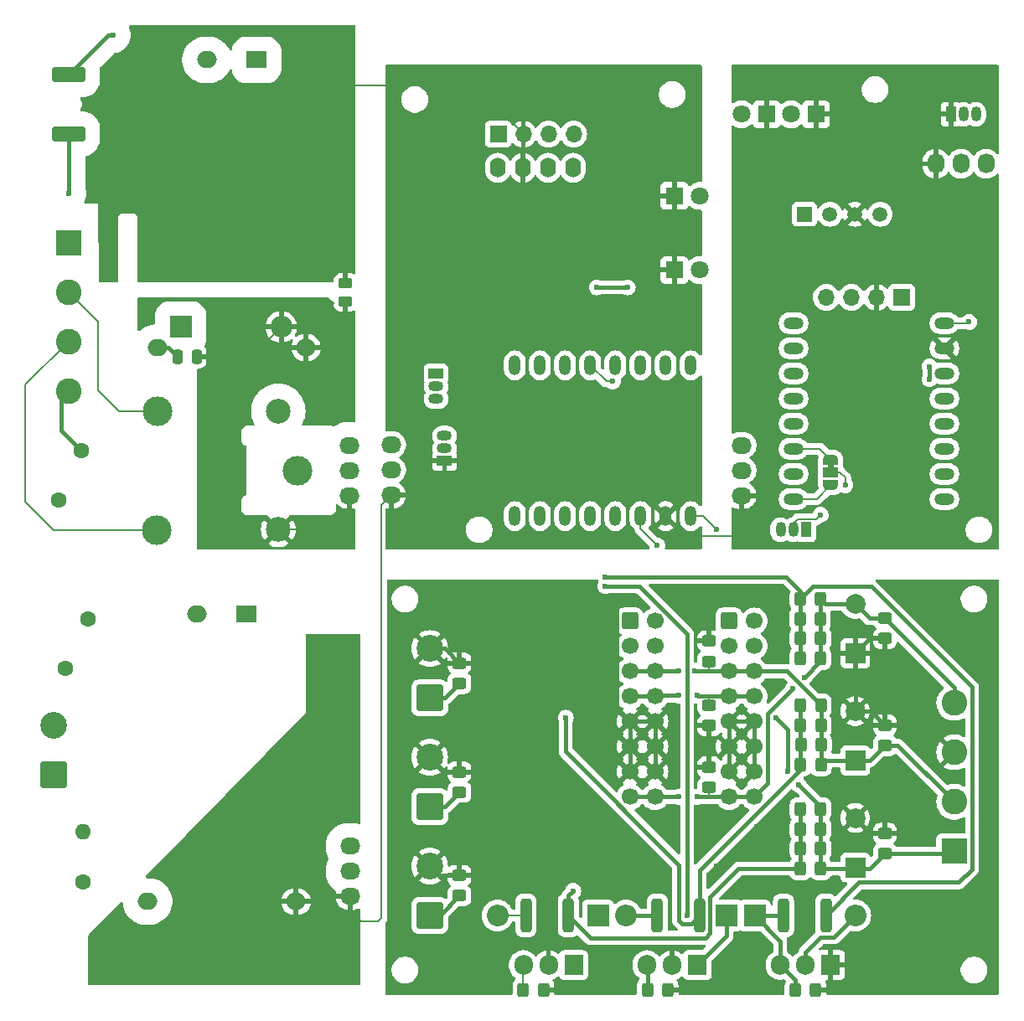
<source format=gbl>
G04 #@! TF.GenerationSoftware,KiCad,Pcbnew,8.0.6*
G04 #@! TF.CreationDate,2024-12-29T21:13:16+01:00*
G04 #@! TF.ProjectId,HomeAutomationESP32C2mini_2024_2,486f6d65-4175-4746-9f6d-6174696f6e45,rev?*
G04 #@! TF.SameCoordinates,Original*
G04 #@! TF.FileFunction,Copper,L2,Bot*
G04 #@! TF.FilePolarity,Positive*
%FSLAX46Y46*%
G04 Gerber Fmt 4.6, Leading zero omitted, Abs format (unit mm)*
G04 Created by KiCad (PCBNEW 8.0.6) date 2024-12-29 21:13:16*
%MOMM*%
%LPD*%
G01*
G04 APERTURE LIST*
G04 Aperture macros list*
%AMRoundRect*
0 Rectangle with rounded corners*
0 $1 Rounding radius*
0 $2 $3 $4 $5 $6 $7 $8 $9 X,Y pos of 4 corners*
0 Add a 4 corners polygon primitive as box body*
4,1,4,$2,$3,$4,$5,$6,$7,$8,$9,$2,$3,0*
0 Add four circle primitives for the rounded corners*
1,1,$1+$1,$2,$3*
1,1,$1+$1,$4,$5*
1,1,$1+$1,$6,$7*
1,1,$1+$1,$8,$9*
0 Add four rect primitives between the rounded corners*
20,1,$1+$1,$2,$3,$4,$5,0*
20,1,$1+$1,$4,$5,$6,$7,0*
20,1,$1+$1,$6,$7,$8,$9,0*
20,1,$1+$1,$8,$9,$2,$3,0*%
%AMFreePoly0*
4,1,19,0.550000,-0.750000,0.000000,-0.750000,0.000000,-0.744911,-0.071157,-0.744911,-0.207708,-0.704816,-0.327430,-0.627875,-0.420627,-0.520320,-0.479746,-0.390866,-0.500000,-0.250000,-0.500000,0.250000,-0.479746,0.390866,-0.420627,0.520320,-0.327430,0.627875,-0.207708,0.704816,-0.071157,0.744911,0.000000,0.744911,0.000000,0.750000,0.550000,0.750000,0.550000,-0.750000,0.550000,-0.750000,
$1*%
%AMFreePoly1*
4,1,19,0.000000,0.744911,0.071157,0.744911,0.207708,0.704816,0.327430,0.627875,0.420627,0.520320,0.479746,0.390866,0.500000,0.250000,0.500000,-0.250000,0.479746,-0.390866,0.420627,-0.520320,0.327430,-0.627875,0.207708,-0.704816,0.071157,-0.744911,0.000000,-0.744911,0.000000,-0.750000,-0.550000,-0.750000,-0.550000,0.750000,0.000000,0.750000,0.000000,0.744911,0.000000,0.744911,
$1*%
G04 Aperture macros list end*
G04 #@! TA.AperFunction,EtchedComponent*
%ADD10C,0.000000*%
G04 #@! TD*
G04 #@! TA.AperFunction,SMDPad,CuDef*
%ADD11RoundRect,0.250000X0.450000X-0.262500X0.450000X0.262500X-0.450000X0.262500X-0.450000X-0.262500X0*%
G04 #@! TD*
G04 #@! TA.AperFunction,SMDPad,CuDef*
%ADD12RoundRect,0.250000X0.450000X-0.325000X0.450000X0.325000X-0.450000X0.325000X-0.450000X-0.325000X0*%
G04 #@! TD*
G04 #@! TA.AperFunction,SMDPad,CuDef*
%ADD13RoundRect,0.250000X-0.450000X0.325000X-0.450000X-0.325000X0.450000X-0.325000X0.450000X0.325000X0*%
G04 #@! TD*
G04 #@! TA.AperFunction,ComponentPad*
%ADD14RoundRect,0.250000X-0.600000X-0.600000X0.600000X-0.600000X0.600000X0.600000X-0.600000X0.600000X0*%
G04 #@! TD*
G04 #@! TA.AperFunction,ComponentPad*
%ADD15C,1.700000*%
G04 #@! TD*
G04 #@! TA.AperFunction,ComponentPad*
%ADD16R,2.200000X2.200000*%
G04 #@! TD*
G04 #@! TA.AperFunction,ComponentPad*
%ADD17O,2.200000X2.200000*%
G04 #@! TD*
G04 #@! TA.AperFunction,ComponentPad*
%ADD18C,3.000000*%
G04 #@! TD*
G04 #@! TA.AperFunction,ComponentPad*
%ADD19C,2.500000*%
G04 #@! TD*
G04 #@! TA.AperFunction,ComponentPad*
%ADD20R,1.800000X1.800000*%
G04 #@! TD*
G04 #@! TA.AperFunction,ComponentPad*
%ADD21C,1.800000*%
G04 #@! TD*
G04 #@! TA.AperFunction,ComponentPad*
%ADD22O,1.727200X2.032000*%
G04 #@! TD*
G04 #@! TA.AperFunction,ComponentPad*
%ADD23R,1.905000X2.000000*%
G04 #@! TD*
G04 #@! TA.AperFunction,ComponentPad*
%ADD24O,1.905000X2.000000*%
G04 #@! TD*
G04 #@! TA.AperFunction,ComponentPad*
%ADD25R,2.000000X1.700000*%
G04 #@! TD*
G04 #@! TA.AperFunction,ComponentPad*
%ADD26O,2.000000X1.700000*%
G04 #@! TD*
G04 #@! TA.AperFunction,ComponentPad*
%ADD27RoundRect,0.250001X1.099999X-1.099999X1.099999X1.099999X-1.099999X1.099999X-1.099999X-1.099999X0*%
G04 #@! TD*
G04 #@! TA.AperFunction,ComponentPad*
%ADD28C,2.700000*%
G04 #@! TD*
G04 #@! TA.AperFunction,ComponentPad*
%ADD29C,1.600000*%
G04 #@! TD*
G04 #@! TA.AperFunction,ComponentPad*
%ADD30O,1.600000X1.600000*%
G04 #@! TD*
G04 #@! TA.AperFunction,ComponentPad*
%ADD31R,1.500000X1.500000*%
G04 #@! TD*
G04 #@! TA.AperFunction,ComponentPad*
%ADD32C,1.500000*%
G04 #@! TD*
G04 #@! TA.AperFunction,ComponentPad*
%ADD33R,2.600000X2.600000*%
G04 #@! TD*
G04 #@! TA.AperFunction,ComponentPad*
%ADD34C,2.600000*%
G04 #@! TD*
G04 #@! TA.AperFunction,ComponentPad*
%ADD35O,1.200000X2.000000*%
G04 #@! TD*
G04 #@! TA.AperFunction,ComponentPad*
%ADD36R,1.700000X1.700000*%
G04 #@! TD*
G04 #@! TA.AperFunction,ComponentPad*
%ADD37O,1.700000X1.700000*%
G04 #@! TD*
G04 #@! TA.AperFunction,ComponentPad*
%ADD38R,2.000000X2.000000*%
G04 #@! TD*
G04 #@! TA.AperFunction,ComponentPad*
%ADD39C,2.000000*%
G04 #@! TD*
G04 #@! TA.AperFunction,ComponentPad*
%ADD40O,2.000000X1.200000*%
G04 #@! TD*
G04 #@! TA.AperFunction,ComponentPad*
%ADD41O,2.032000X1.727200*%
G04 #@! TD*
G04 #@! TA.AperFunction,ComponentPad*
%ADD42R,1.500000X1.050000*%
G04 #@! TD*
G04 #@! TA.AperFunction,ComponentPad*
%ADD43O,1.500000X1.050000*%
G04 #@! TD*
G04 #@! TA.AperFunction,ComponentPad*
%ADD44R,1.050000X1.500000*%
G04 #@! TD*
G04 #@! TA.AperFunction,ComponentPad*
%ADD45O,1.050000X1.500000*%
G04 #@! TD*
G04 #@! TA.AperFunction,ComponentPad*
%ADD46O,1.600000X2.000000*%
G04 #@! TD*
G04 #@! TA.AperFunction,SMDPad,CuDef*
%ADD47RoundRect,0.249999X1.425001X-0.512501X1.425001X0.512501X-1.425001X0.512501X-1.425001X-0.512501X0*%
G04 #@! TD*
G04 #@! TA.AperFunction,SMDPad,CuDef*
%ADD48RoundRect,0.250000X-0.325000X-0.450000X0.325000X-0.450000X0.325000X0.450000X-0.325000X0.450000X0*%
G04 #@! TD*
G04 #@! TA.AperFunction,SMDPad,CuDef*
%ADD49FreePoly0,270.000000*%
G04 #@! TD*
G04 #@! TA.AperFunction,SMDPad,CuDef*
%ADD50R,1.500000X1.000000*%
G04 #@! TD*
G04 #@! TA.AperFunction,SMDPad,CuDef*
%ADD51FreePoly1,270.000000*%
G04 #@! TD*
G04 #@! TA.AperFunction,SMDPad,CuDef*
%ADD52RoundRect,0.250000X-0.312500X-1.450000X0.312500X-1.450000X0.312500X1.450000X-0.312500X1.450000X0*%
G04 #@! TD*
G04 #@! TA.AperFunction,SMDPad,CuDef*
%ADD53RoundRect,0.250000X-0.250000X-0.475000X0.250000X-0.475000X0.250000X0.475000X-0.250000X0.475000X0*%
G04 #@! TD*
G04 #@! TA.AperFunction,SMDPad,CuDef*
%ADD54RoundRect,0.250000X0.325000X0.450000X-0.325000X0.450000X-0.325000X-0.450000X0.325000X-0.450000X0*%
G04 #@! TD*
G04 #@! TA.AperFunction,ViaPad*
%ADD55C,0.600000*%
G04 #@! TD*
G04 #@! TA.AperFunction,Conductor*
%ADD56C,0.200000*%
G04 #@! TD*
G04 #@! TA.AperFunction,Conductor*
%ADD57C,0.400000*%
G04 #@! TD*
G04 APERTURE END LIST*
D10*
G04 #@! TA.AperFunction,EtchedComponent*
G36*
X132300000Y-95800000D02*
G01*
X131700000Y-95800000D01*
X131700000Y-95300000D01*
X132300000Y-95300000D01*
X132300000Y-95800000D01*
G37*
G04 #@! TD.AperFunction*
D11*
X83000000Y-78912500D03*
X83000000Y-77087500D03*
D12*
X119750000Y-128050000D03*
X119750000Y-126000000D03*
D13*
X119750000Y-119725000D03*
X119750000Y-121775000D03*
D12*
X119750000Y-115300000D03*
X119750000Y-113250000D03*
D14*
X121750000Y-111220000D03*
D15*
X124290000Y-111220000D03*
X121750000Y-113760000D03*
X124290000Y-113760000D03*
X121750000Y-116300000D03*
X124290000Y-116300000D03*
X121750000Y-118840000D03*
X124290000Y-118840000D03*
X121750000Y-121380000D03*
X124290000Y-121380000D03*
X121750000Y-123920000D03*
X124290000Y-123920000D03*
X121750000Y-126460000D03*
X124290000Y-126460000D03*
X121750000Y-129000000D03*
X124290000Y-129000000D03*
D14*
X111725000Y-111220000D03*
D15*
X114265000Y-111220000D03*
X111725000Y-113760000D03*
X114265000Y-113760000D03*
X111725000Y-116300000D03*
X114265000Y-116300000D03*
X111725000Y-118840000D03*
X114265000Y-118840000D03*
X111725000Y-121380000D03*
X114265000Y-121380000D03*
X111725000Y-123920000D03*
X114265000Y-123920000D03*
X111725000Y-126460000D03*
X114265000Y-126460000D03*
X111725000Y-129000000D03*
X114265000Y-129000000D03*
D16*
X121500000Y-141000000D03*
D17*
X111340000Y-141000000D03*
D16*
X124340000Y-141000000D03*
D17*
X134500000Y-141000000D03*
D18*
X78150000Y-96050000D03*
D19*
X76200000Y-90000000D03*
D18*
X64000000Y-90000000D03*
X63950000Y-102050000D03*
D19*
X76200000Y-102000000D03*
D20*
X125540000Y-60000000D03*
D21*
X123000000Y-60000000D03*
D22*
X147730000Y-65000000D03*
X145190000Y-65000000D03*
X142650000Y-65000000D03*
D23*
X106040000Y-146000000D03*
D24*
X103500000Y-146000000D03*
X100960000Y-146000000D03*
D25*
X74000000Y-54502500D03*
D26*
X69000000Y-54502500D03*
X79000000Y-83582500D03*
X64000000Y-83582500D03*
D27*
X91500000Y-141000000D03*
D28*
X91500000Y-136000000D03*
D29*
X56500000Y-137580000D03*
D30*
X56500000Y-132500000D03*
D31*
X129380000Y-70100000D03*
D32*
X131920000Y-70100000D03*
X134460000Y-70100000D03*
X137000000Y-70100000D03*
D23*
X132000000Y-146000000D03*
D24*
X129460000Y-146000000D03*
X126920000Y-146000000D03*
D33*
X55000000Y-73000000D03*
D34*
X55000000Y-78000000D03*
X55000000Y-83000000D03*
X55000000Y-88000000D03*
D20*
X116225000Y-68250000D03*
D21*
X118765000Y-68250000D03*
D35*
X117890000Y-85380000D03*
X115350000Y-85380000D03*
X112810000Y-85380000D03*
X110270000Y-85380000D03*
X107730000Y-85380000D03*
X105190000Y-85380000D03*
X102650000Y-85380000D03*
X100110000Y-85380000D03*
X100110000Y-100620000D03*
X102650000Y-100620000D03*
X105190000Y-100620000D03*
X107730000Y-100620000D03*
X110270000Y-100620000D03*
X112810000Y-100620000D03*
X115350000Y-100620000D03*
X117890000Y-100620000D03*
D36*
X98420000Y-62000000D03*
D37*
X100960000Y-62000000D03*
X103500000Y-62000000D03*
X106040000Y-62000000D03*
D23*
X118540000Y-146000000D03*
D24*
X116000000Y-146000000D03*
X113460000Y-146000000D03*
D33*
X144500000Y-134500000D03*
D34*
X144500000Y-129500000D03*
X144500000Y-124500000D03*
X144500000Y-119500000D03*
D29*
X57000000Y-111000000D03*
X54700000Y-116000000D03*
D38*
X134500000Y-125316161D03*
D39*
X134500000Y-120316161D03*
D40*
X128260000Y-81110000D03*
X128260000Y-83650000D03*
X128260000Y-86190000D03*
X128260000Y-88730000D03*
X128260000Y-91270000D03*
X128260000Y-93810000D03*
X128260000Y-96350000D03*
X128260000Y-98890000D03*
X143500000Y-98890000D03*
X143500000Y-96350000D03*
X143500000Y-93810000D03*
X143500000Y-91270000D03*
X143500000Y-88730000D03*
X143500000Y-86190000D03*
X143500000Y-83650000D03*
X143500000Y-81110000D03*
D41*
X83500000Y-134000000D03*
X83500000Y-136540000D03*
X83500000Y-139080000D03*
D38*
X134500000Y-114500000D03*
D39*
X134500000Y-109500000D03*
D25*
X73000000Y-110500000D03*
D26*
X68000000Y-110500000D03*
X78000000Y-139580000D03*
X63000000Y-139580000D03*
D42*
X92140000Y-86230000D03*
D43*
X92140000Y-87500000D03*
X92140000Y-88770000D03*
D44*
X129500000Y-102000000D03*
D45*
X128230000Y-102000000D03*
X126960000Y-102000000D03*
D20*
X130540000Y-60000000D03*
D21*
X128000000Y-60000000D03*
D46*
X98380000Y-65400000D03*
X100920000Y-65400000D03*
X103460000Y-65400000D03*
X106000000Y-65400000D03*
D27*
X53500000Y-126777500D03*
D28*
X53500000Y-121777500D03*
D42*
X93000000Y-95040000D03*
D43*
X93000000Y-93770000D03*
X93000000Y-92500000D03*
D36*
X139190000Y-78500000D03*
D37*
X136650000Y-78500000D03*
X134110000Y-78500000D03*
X131570000Y-78500000D03*
D20*
X116225000Y-75750000D03*
D21*
X118765000Y-75750000D03*
D16*
X108500000Y-141000000D03*
D17*
X98340000Y-141000000D03*
D27*
X91500000Y-119000000D03*
D28*
X91500000Y-114000000D03*
D27*
X91500000Y-130000000D03*
D28*
X91500000Y-125000000D03*
D44*
X144150000Y-60000000D03*
D45*
X145420000Y-60000000D03*
X146690000Y-60000000D03*
D38*
X134500000Y-136132323D03*
D39*
X134500000Y-131132323D03*
D47*
X55000000Y-61975000D03*
X55000000Y-56000000D03*
D29*
X54000000Y-99000000D03*
X56300000Y-94000000D03*
D48*
X128950000Y-115000000D03*
X131000000Y-115000000D03*
D49*
X132000000Y-94900000D03*
D50*
X132000000Y-96200000D03*
D51*
X132000000Y-97500000D03*
D13*
X137500000Y-110950000D03*
X137500000Y-113000000D03*
D52*
X114500000Y-141000000D03*
X118775000Y-141000000D03*
X101225000Y-141000000D03*
X105500000Y-141000000D03*
D13*
X137500000Y-121750000D03*
X137500000Y-123800000D03*
D48*
X128950000Y-113000000D03*
X131000000Y-113000000D03*
D41*
X123000000Y-93460000D03*
X123000000Y-96000000D03*
X123000000Y-98540000D03*
D13*
X94500000Y-115475000D03*
X94500000Y-117525000D03*
D48*
X128975000Y-119750000D03*
X131025000Y-119750000D03*
X128950000Y-136250000D03*
X131000000Y-136250000D03*
X128950000Y-109000000D03*
X131000000Y-109000000D03*
D12*
X94500000Y-128525000D03*
X94500000Y-126475000D03*
D48*
X128975000Y-121750000D03*
X131025000Y-121750000D03*
D16*
X66340000Y-81500000D03*
D17*
X76500000Y-81500000D03*
D52*
X127250000Y-141000000D03*
X131525000Y-141000000D03*
D48*
X128950000Y-134250000D03*
X131000000Y-134250000D03*
X129000000Y-123750000D03*
X131050000Y-123750000D03*
D41*
X83400000Y-93460000D03*
X83400000Y-96000000D03*
X83400000Y-98540000D03*
D13*
X137500000Y-132700000D03*
X137500000Y-134750000D03*
D41*
X87600000Y-93420000D03*
X87600000Y-95960000D03*
X87600000Y-98500000D03*
D53*
X67950000Y-84500000D03*
X66050000Y-84500000D03*
D54*
X130500000Y-148500000D03*
X128450000Y-148500000D03*
D48*
X128900000Y-111000000D03*
X130950000Y-111000000D03*
X128975000Y-125750000D03*
X131025000Y-125750000D03*
D12*
X94500000Y-139000000D03*
X94500000Y-136950000D03*
D48*
X128950000Y-130250000D03*
X131000000Y-130250000D03*
X100950000Y-148500000D03*
X103000000Y-148500000D03*
X128950000Y-132250000D03*
X131000000Y-132250000D03*
X113500000Y-148500000D03*
X115550000Y-148500000D03*
D55*
X98000000Y-99000000D03*
X101500000Y-99000000D03*
X106500000Y-99000000D03*
X111500000Y-99000000D03*
X114500000Y-103600000D03*
X120500000Y-102000000D03*
X59500000Y-52000000D03*
X55000000Y-68000000D03*
X115000000Y-144500000D03*
X95000000Y-146000000D03*
X103500000Y-143500000D03*
X111000000Y-138500000D03*
X135500000Y-144000000D03*
X129500000Y-141000000D03*
X124500000Y-137500000D03*
X124500000Y-132000000D03*
X120500000Y-136000000D03*
X112500000Y-133500000D03*
X107500000Y-124500000D03*
X99500000Y-131500000D03*
X96000000Y-127500000D03*
X110000000Y-146000000D03*
X123000000Y-148000000D03*
X123000000Y-143500000D03*
X99500000Y-144000000D03*
X96000000Y-135000000D03*
X99500000Y-134000000D03*
X100500000Y-126000000D03*
X96000000Y-123500000D03*
X96000000Y-114500000D03*
X99000000Y-117000000D03*
X104500000Y-117000000D03*
X101000000Y-113500000D03*
X100000000Y-111000000D03*
X104500000Y-111000000D03*
X126000000Y-117500000D03*
X126000000Y-112500000D03*
X109500000Y-117500000D03*
X109500000Y-112500000D03*
X116500000Y-124000000D03*
X118500000Y-124000000D03*
X97500000Y-121500000D03*
X104000000Y-125000000D03*
X104500000Y-131500000D03*
X120500000Y-132000000D03*
X114500000Y-132000000D03*
X107000000Y-128000000D03*
X115000000Y-136000000D03*
X135500000Y-139000000D03*
X134500000Y-148500000D03*
X144000000Y-148500000D03*
X148500000Y-144000000D03*
X148500000Y-137500000D03*
X148500000Y-116500000D03*
X148500000Y-111500000D03*
X144000000Y-107500000D03*
X91500000Y-107500000D03*
X88000000Y-117000000D03*
X88000000Y-121500000D03*
X94000000Y-141500000D03*
X98500000Y-146000000D03*
X88000000Y-134000000D03*
X88000000Y-139500000D03*
X112000000Y-109000000D03*
X115000000Y-108000000D03*
X115000000Y-108000000D03*
X118300000Y-116250000D03*
X116700000Y-116250000D03*
X116700000Y-118750000D03*
X118500000Y-118750000D03*
X116700000Y-129000000D03*
X118500000Y-129000000D03*
X126500000Y-121000000D03*
X127658909Y-126408908D03*
X128750000Y-127750000D03*
X128196814Y-118053186D03*
X129328186Y-116921814D03*
X105250000Y-121000000D03*
X117500000Y-141000000D03*
X109250000Y-107700003D03*
X109250000Y-106800000D03*
X106000000Y-138500000D03*
X133500000Y-97500000D03*
X146000000Y-81000000D03*
X131000000Y-100500000D03*
X142000000Y-86790000D03*
X142000000Y-85500000D03*
X95000000Y-95000000D03*
X108387500Y-77500000D03*
X111500000Y-77500000D03*
X110000000Y-87000000D03*
D56*
X117330000Y-102600000D02*
X115350000Y-100620000D01*
X122900000Y-102600000D02*
X117330000Y-102600000D01*
X123000000Y-102500000D02*
X122900000Y-102600000D01*
X123000000Y-98540000D02*
X123000000Y-102500000D01*
X83450000Y-57050000D02*
X96010000Y-57050000D01*
X83000000Y-57500000D02*
X83450000Y-57050000D01*
X83000000Y-77087500D02*
X83000000Y-57500000D01*
X96010000Y-57050000D02*
X100960000Y-62000000D01*
X112810000Y-101910000D02*
X112810000Y-100620000D01*
X114500000Y-103600000D02*
X112810000Y-101910000D01*
X119120000Y-100620000D02*
X120500000Y-102000000D01*
X117890000Y-100620000D02*
X119120000Y-100620000D01*
X83500000Y-140500000D02*
X83500000Y-139080000D01*
X86248528Y-141600000D02*
X84600000Y-141600000D01*
X86600000Y-141248528D02*
X86248528Y-141600000D01*
X86600000Y-99500000D02*
X86600000Y-141248528D01*
X84600000Y-141600000D02*
X83500000Y-140500000D01*
X87600000Y-98500000D02*
X86600000Y-99500000D01*
D57*
X65132500Y-83582500D02*
X64000000Y-83582500D01*
X66050000Y-84500000D02*
X65132500Y-83582500D01*
D56*
X73500000Y-84500000D02*
X76500000Y-81500000D01*
X67950000Y-84500000D02*
X73500000Y-84500000D01*
D57*
X55000000Y-56000000D02*
X59000000Y-52000000D01*
X59000000Y-52000000D02*
X59500000Y-52000000D01*
X55000000Y-61975000D02*
X55000000Y-68000000D01*
D56*
X145890000Y-81110000D02*
X143500000Y-81110000D01*
X146000000Y-81000000D02*
X145890000Y-81110000D01*
X101225000Y-141000000D02*
X98340000Y-141000000D01*
X100950000Y-146010000D02*
X100960000Y-146000000D01*
X100950000Y-148500000D02*
X100950000Y-146010000D01*
D57*
X110375000Y-109625000D02*
X110375000Y-120030000D01*
X111000000Y-109000000D02*
X110375000Y-109625000D01*
X110375000Y-120030000D02*
X111725000Y-121380000D01*
X112000000Y-109000000D02*
X111000000Y-109000000D01*
D56*
X119750000Y-128050000D02*
X119750000Y-129000000D01*
D57*
X119750000Y-129000000D02*
X118500000Y-129000000D01*
X121750000Y-129000000D02*
X119750000Y-129000000D01*
D56*
X119750000Y-119725000D02*
X119750000Y-119090000D01*
X119750000Y-119090000D02*
X120000000Y-118840000D01*
D57*
X120000000Y-118840000D02*
X118590000Y-118840000D01*
X121750000Y-118840000D02*
X120000000Y-118840000D01*
X119750000Y-116300000D02*
X118350000Y-116300000D01*
D56*
X119750000Y-115300000D02*
X119750000Y-116300000D01*
D57*
X121750000Y-116300000D02*
X119750000Y-116300000D01*
X114315000Y-116250000D02*
X114265000Y-116300000D01*
X116700000Y-116250000D02*
X114315000Y-116250000D01*
X118350000Y-116300000D02*
X118300000Y-116250000D01*
X116700000Y-118750000D02*
X114355000Y-118750000D01*
X114355000Y-118750000D02*
X114265000Y-118840000D01*
X118590000Y-118840000D02*
X118500000Y-118750000D01*
X116700000Y-129000000D02*
X114265000Y-129000000D01*
X126500000Y-121000000D02*
X127658909Y-122158909D01*
X127658909Y-122158909D02*
X127658909Y-126408908D01*
X131000000Y-130000000D02*
X128750000Y-127750000D01*
X131000000Y-130250000D02*
X131000000Y-130000000D01*
X125640000Y-120610000D02*
X125640000Y-127650000D01*
X128196814Y-118053186D02*
X125640000Y-120610000D01*
X125640000Y-127650000D02*
X124290000Y-129000000D01*
X131000000Y-115250000D02*
X129328186Y-116921814D01*
X131000000Y-115000000D02*
X131000000Y-115250000D01*
X117000000Y-141800000D02*
X117975000Y-141800000D01*
X116700000Y-141500000D02*
X117000000Y-141800000D01*
X117975000Y-141800000D02*
X118775000Y-141000000D01*
X116700000Y-135884189D02*
X116700000Y-141500000D01*
X105250000Y-124434189D02*
X116700000Y-135884189D01*
X105250000Y-121000000D02*
X105250000Y-124434189D01*
X109250000Y-107700003D02*
X112654192Y-107700003D01*
X117500000Y-112545811D02*
X117500000Y-141000000D01*
X112654192Y-107700003D02*
X117500000Y-112545811D01*
X130200000Y-107750000D02*
X128950000Y-109000000D01*
X136142588Y-107750000D02*
X130200000Y-107750000D01*
X146300000Y-117907412D02*
X136142588Y-107750000D01*
X144967677Y-137632323D02*
X146300000Y-136300000D01*
X146300000Y-136300000D02*
X146300000Y-117907412D01*
X134892677Y-137632323D02*
X144967677Y-137632323D01*
X131525000Y-141000000D02*
X134892677Y-137632323D01*
X111725000Y-116300000D02*
X114265000Y-116300000D01*
X121750000Y-116300000D02*
X124290000Y-116300000D01*
X124290000Y-116300000D02*
X127575000Y-116300000D01*
X127500000Y-106750000D02*
X128950000Y-108200000D01*
X109250000Y-106800000D02*
X127450000Y-106800000D01*
X128950000Y-108200000D02*
X128950000Y-109000000D01*
X127450000Y-106800000D02*
X127500000Y-106750000D01*
X93025000Y-114000000D02*
X94500000Y-115475000D01*
X91500000Y-114000000D02*
X93025000Y-114000000D01*
X94500000Y-126475000D02*
X92975000Y-126475000D01*
X92975000Y-126475000D02*
X91500000Y-125000000D01*
X93025000Y-119000000D02*
X94500000Y-117525000D01*
X91500000Y-119000000D02*
X93025000Y-119000000D01*
X93025000Y-130000000D02*
X94500000Y-128525000D01*
X91500000Y-130000000D02*
X93025000Y-130000000D01*
X92450000Y-136950000D02*
X91500000Y-136000000D01*
X94500000Y-136950000D02*
X92450000Y-136950000D01*
X92500000Y-141000000D02*
X94500000Y-139000000D01*
X91500000Y-141000000D02*
X92500000Y-141000000D01*
X111340000Y-141000000D02*
X114500000Y-141000000D01*
X113500000Y-146040000D02*
X113460000Y-146000000D01*
X113500000Y-148500000D02*
X113500000Y-146040000D01*
X128450000Y-148500000D02*
X128450000Y-147530000D01*
X128450000Y-147530000D02*
X126920000Y-146000000D01*
X130955000Y-143200000D02*
X132300000Y-143200000D01*
X129460000Y-144695000D02*
X130955000Y-143200000D01*
X132300000Y-143200000D02*
X134500000Y-141000000D01*
X129460000Y-146000000D02*
X129460000Y-144695000D01*
X127250000Y-141000000D02*
X124340000Y-141000000D01*
X126920000Y-143580000D02*
X124340000Y-141000000D01*
X126920000Y-146000000D02*
X126920000Y-143580000D01*
X121500000Y-143040000D02*
X118540000Y-146000000D01*
X121500000Y-141000000D02*
X121500000Y-143040000D01*
X107750000Y-143250000D02*
X105500000Y-141000000D01*
X119355088Y-143250000D02*
X107750000Y-143250000D01*
X122700000Y-136250000D02*
X119837500Y-139112500D01*
X128950000Y-136250000D02*
X122700000Y-136250000D01*
X119837500Y-139112500D02*
X119837500Y-142767588D01*
X119837500Y-142767588D02*
X119355088Y-143250000D01*
X118775000Y-136424189D02*
X118775000Y-141000000D01*
X128975000Y-126224189D02*
X118775000Y-136424189D01*
X128975000Y-125750000D02*
X128975000Y-126224189D01*
X128950000Y-130250000D02*
X128950000Y-136250000D01*
X128975000Y-125750000D02*
X128975000Y-119750000D01*
X128950000Y-115000000D02*
X128950000Y-109000000D01*
X111725000Y-126460000D02*
X111725000Y-121380000D01*
X124290000Y-126460000D02*
X124290000Y-121380000D01*
X124290000Y-121380000D02*
X121750000Y-121380000D01*
X121750000Y-126460000D02*
X121750000Y-121380000D01*
X114265000Y-126460000D02*
X114265000Y-121380000D01*
X111725000Y-121380000D02*
X114265000Y-121380000D01*
X111725000Y-129000000D02*
X114265000Y-129000000D01*
X111725000Y-118840000D02*
X114265000Y-118840000D01*
X124290000Y-118840000D02*
X121750000Y-118840000D01*
X124290000Y-129000000D02*
X121750000Y-129000000D01*
X136000000Y-113000000D02*
X134500000Y-114500000D01*
X137500000Y-113000000D02*
X136000000Y-113000000D01*
X134500000Y-120316161D02*
X134500000Y-114500000D01*
X134500000Y-120316161D02*
X136066161Y-120316161D01*
X136066161Y-120316161D02*
X137500000Y-121750000D01*
X141750000Y-121750000D02*
X137500000Y-121750000D01*
X144500000Y-124500000D02*
X141750000Y-121750000D01*
X134500000Y-125316161D02*
X135983839Y-125316161D01*
X135983839Y-125316161D02*
X137500000Y-123800000D01*
X138800000Y-123800000D02*
X137500000Y-123800000D01*
X144500000Y-129500000D02*
X138800000Y-123800000D01*
X137500000Y-134750000D02*
X144250000Y-134750000D01*
X144250000Y-134750000D02*
X144500000Y-134500000D01*
X131000000Y-136250000D02*
X136000000Y-136250000D01*
X136000000Y-136250000D02*
X137500000Y-134750000D01*
X131000000Y-136250000D02*
X131000000Y-130250000D01*
X131025000Y-119750000D02*
X127575000Y-116300000D01*
X134500000Y-125316161D02*
X131458839Y-125316161D01*
X131458839Y-125316161D02*
X131025000Y-125750000D01*
X131025000Y-125750000D02*
X131025000Y-119750000D01*
X131500000Y-109500000D02*
X131000000Y-109000000D01*
X134500000Y-109500000D02*
X131500000Y-109500000D01*
X131000000Y-115000000D02*
X131000000Y-109000000D01*
X135950000Y-110950000D02*
X134500000Y-109500000D01*
X137500000Y-110950000D02*
X135950000Y-110950000D01*
X144500000Y-117950000D02*
X137500000Y-110950000D01*
X144500000Y-119500000D02*
X144500000Y-117950000D01*
X105500000Y-139000000D02*
X106000000Y-138500000D01*
X105500000Y-141000000D02*
X105500000Y-139000000D01*
D56*
X81200000Y-102000000D02*
X76200000Y-102000000D01*
X83500000Y-99700000D02*
X81200000Y-102000000D01*
X83500000Y-98848528D02*
X83500000Y-99700000D01*
X53494365Y-102050000D02*
X50650000Y-99205635D01*
X50650000Y-99205635D02*
X50650000Y-87350000D01*
X50650000Y-87350000D02*
X55000000Y-83000000D01*
X63950000Y-102050000D02*
X53494365Y-102050000D01*
D57*
X54300000Y-88700000D02*
X55000000Y-88000000D01*
X56300000Y-94000000D02*
X54300000Y-92000000D01*
X54300000Y-92000000D02*
X54300000Y-88700000D01*
D56*
X55000000Y-78000000D02*
X58000000Y-81000000D01*
X60100000Y-90000000D02*
X64000000Y-90000000D01*
X58000000Y-87900000D02*
X60100000Y-90000000D01*
X58000000Y-81000000D02*
X58000000Y-87900000D01*
X128260000Y-93810000D02*
X130910000Y-93810000D01*
X130910000Y-93810000D02*
X132000000Y-94900000D01*
X130610000Y-98890000D02*
X132000000Y-97500000D01*
X128260000Y-98890000D02*
X130610000Y-98890000D01*
X133500000Y-96750000D02*
X133500000Y-97500000D01*
X132000000Y-96200000D02*
X132950000Y-96200000D01*
X132950000Y-96200000D02*
X133500000Y-96750000D01*
X128230000Y-101395000D02*
X128230000Y-102000000D01*
X130550000Y-100950000D02*
X128675000Y-100950000D01*
X131000000Y-100500000D02*
X130550000Y-100950000D01*
X128675000Y-100950000D02*
X128230000Y-101395000D01*
D57*
X142000000Y-85500000D02*
X142000000Y-86790000D01*
D56*
X94960000Y-95040000D02*
X93000000Y-95040000D01*
X95000000Y-95000000D02*
X94960000Y-95040000D01*
D57*
X111500000Y-77500000D02*
X108387500Y-77500000D01*
D56*
X109350000Y-87000000D02*
X107730000Y-85380000D01*
X110000000Y-87000000D02*
X109350000Y-87000000D01*
G04 #@! TA.AperFunction,Conductor*
G36*
X148943039Y-55019685D02*
G01*
X148988794Y-55072489D01*
X149000000Y-55124000D01*
X149000000Y-63893227D01*
X148980315Y-63960266D01*
X148927511Y-64006021D01*
X148858353Y-64015965D01*
X148794797Y-63986940D01*
X148775685Y-63966117D01*
X148770477Y-63958949D01*
X148618653Y-63807125D01*
X148618651Y-63807123D01*
X148444944Y-63680917D01*
X148253633Y-63583438D01*
X148253630Y-63583437D01*
X148049428Y-63517089D01*
X147943392Y-63500294D01*
X147837357Y-63483500D01*
X147622643Y-63483500D01*
X147551953Y-63494696D01*
X147410571Y-63517089D01*
X147206369Y-63583437D01*
X147206366Y-63583438D01*
X147015055Y-63680917D01*
X146915949Y-63752922D01*
X146841349Y-63807123D01*
X146841347Y-63807125D01*
X146841346Y-63807125D01*
X146689525Y-63958946D01*
X146689525Y-63958947D01*
X146689523Y-63958949D01*
X146563317Y-64132656D01*
X146560453Y-64136598D01*
X146558562Y-64135224D01*
X146513848Y-64175630D01*
X146444911Y-64187011D01*
X146380765Y-64159315D01*
X146360488Y-64135914D01*
X146359547Y-64136598D01*
X146356683Y-64132656D01*
X146230477Y-63958949D01*
X146078651Y-63807123D01*
X145904944Y-63680917D01*
X145713633Y-63583438D01*
X145713630Y-63583437D01*
X145509428Y-63517089D01*
X145403392Y-63500294D01*
X145297357Y-63483500D01*
X145082643Y-63483500D01*
X145011953Y-63494696D01*
X144870571Y-63517089D01*
X144666369Y-63583437D01*
X144666366Y-63583438D01*
X144475055Y-63680917D01*
X144375949Y-63752922D01*
X144301349Y-63807123D01*
X144301347Y-63807125D01*
X144301346Y-63807125D01*
X144149525Y-63958946D01*
X144149525Y-63958947D01*
X144149523Y-63958949D01*
X144023317Y-64132656D01*
X144020453Y-64136598D01*
X144018694Y-64135320D01*
X143973546Y-64176113D01*
X143904608Y-64187488D01*
X143840464Y-64159788D01*
X143820030Y-64136198D01*
X143819120Y-64136860D01*
X143690093Y-63959272D01*
X143690093Y-63959271D01*
X143538328Y-63807506D01*
X143364682Y-63681344D01*
X143173443Y-63583903D01*
X142969307Y-63517575D01*
X142900000Y-63506597D01*
X142900000Y-64557748D01*
X142846081Y-64526619D01*
X142716880Y-64492000D01*
X142583120Y-64492000D01*
X142453919Y-64526619D01*
X142400000Y-64557748D01*
X142400000Y-63506597D01*
X142330692Y-63517575D01*
X142126556Y-63583903D01*
X141935317Y-63681344D01*
X141761672Y-63807506D01*
X141761671Y-63807506D01*
X141609906Y-63959271D01*
X141609906Y-63959272D01*
X141483744Y-64132917D01*
X141386303Y-64324154D01*
X141319975Y-64528288D01*
X141286400Y-64740276D01*
X141286400Y-64750000D01*
X142207749Y-64750000D01*
X142176619Y-64803919D01*
X142142000Y-64933120D01*
X142142000Y-65066880D01*
X142176619Y-65196081D01*
X142207749Y-65250000D01*
X141286400Y-65250000D01*
X141286400Y-65259723D01*
X141319975Y-65471711D01*
X141386303Y-65675845D01*
X141483744Y-65867082D01*
X141609906Y-66040727D01*
X141609906Y-66040728D01*
X141761671Y-66192493D01*
X141935317Y-66318655D01*
X142126554Y-66416096D01*
X142330683Y-66482422D01*
X142400000Y-66493400D01*
X142400000Y-65442251D01*
X142453919Y-65473381D01*
X142583120Y-65508000D01*
X142716880Y-65508000D01*
X142846081Y-65473381D01*
X142900000Y-65442251D01*
X142900000Y-66493399D01*
X142969316Y-66482422D01*
X143173445Y-66416096D01*
X143364682Y-66318655D01*
X143538327Y-66192493D01*
X143538328Y-66192493D01*
X143690093Y-66040728D01*
X143690093Y-66040727D01*
X143819120Y-65863140D01*
X143820977Y-65864489D01*
X143865715Y-65823959D01*
X143934637Y-65812490D01*
X143998818Y-65840104D01*
X144019574Y-65864040D01*
X144020453Y-65863402D01*
X144023316Y-65867343D01*
X144023317Y-65867344D01*
X144149523Y-66041051D01*
X144301349Y-66192877D01*
X144475056Y-66319083D01*
X144568888Y-66366892D01*
X144666366Y-66416561D01*
X144666369Y-66416562D01*
X144768470Y-66449736D01*
X144870573Y-66482911D01*
X145082643Y-66516500D01*
X145082644Y-66516500D01*
X145297356Y-66516500D01*
X145297357Y-66516500D01*
X145509427Y-66482911D01*
X145713633Y-66416561D01*
X145904944Y-66319083D01*
X146078651Y-66192877D01*
X146230477Y-66041051D01*
X146356683Y-65867344D01*
X146356683Y-65867343D01*
X146359547Y-65863402D01*
X146361478Y-65864805D01*
X146405927Y-65824478D01*
X146474840Y-65812958D01*
X146539042Y-65840525D01*
X146559478Y-65864109D01*
X146560453Y-65863402D01*
X146563316Y-65867343D01*
X146563317Y-65867344D01*
X146689523Y-66041051D01*
X146841349Y-66192877D01*
X147015056Y-66319083D01*
X147108888Y-66366892D01*
X147206366Y-66416561D01*
X147206369Y-66416562D01*
X147308470Y-66449736D01*
X147410573Y-66482911D01*
X147622643Y-66516500D01*
X147622644Y-66516500D01*
X147837356Y-66516500D01*
X147837357Y-66516500D01*
X148049427Y-66482911D01*
X148253633Y-66416561D01*
X148444944Y-66319083D01*
X148618651Y-66192877D01*
X148770477Y-66041051D01*
X148775682Y-66033887D01*
X148831012Y-65991221D01*
X148900625Y-65985242D01*
X148962420Y-66017848D01*
X148996778Y-66078687D01*
X149000000Y-66106772D01*
X149000000Y-103876000D01*
X148980315Y-103943039D01*
X148927511Y-103988794D01*
X148876000Y-104000000D01*
X122124000Y-104000000D01*
X122056961Y-103980315D01*
X122011206Y-103927511D01*
X122000000Y-103876000D01*
X122000000Y-101673992D01*
X125934500Y-101673992D01*
X125934500Y-102326007D01*
X125973907Y-102524119D01*
X125973909Y-102524127D01*
X126051212Y-102710752D01*
X126051217Y-102710762D01*
X126163441Y-102878718D01*
X126306281Y-103021558D01*
X126474237Y-103133782D01*
X126474241Y-103133784D01*
X126474244Y-103133786D01*
X126660873Y-103211091D01*
X126826777Y-103244091D01*
X126858992Y-103250499D01*
X126858996Y-103250500D01*
X126858997Y-103250500D01*
X127061004Y-103250500D01*
X127061005Y-103250499D01*
X127259127Y-103211091D01*
X127445756Y-103133786D01*
X127526110Y-103080094D01*
X127592786Y-103059217D01*
X127660166Y-103077701D01*
X127663865Y-103080078D01*
X127744244Y-103133786D01*
X127930873Y-103211091D01*
X128096777Y-103244091D01*
X128128992Y-103250499D01*
X128128996Y-103250500D01*
X128128997Y-103250500D01*
X128331004Y-103250500D01*
X128331005Y-103250499D01*
X128529127Y-103211091D01*
X128609798Y-103177674D01*
X128679267Y-103170205D01*
X128724658Y-103189962D01*
X128724886Y-103189546D01*
X128729540Y-103192087D01*
X128731562Y-103192967D01*
X128732669Y-103193796D01*
X128732670Y-103193796D01*
X128732671Y-103193797D01*
X128867517Y-103244091D01*
X128867516Y-103244091D01*
X128874444Y-103244835D01*
X128927127Y-103250500D01*
X130072872Y-103250499D01*
X130132483Y-103244091D01*
X130267331Y-103193796D01*
X130382546Y-103107546D01*
X130468796Y-102992331D01*
X130519091Y-102857483D01*
X130525500Y-102797873D01*
X130525499Y-101893713D01*
X145649500Y-101893713D01*
X145649500Y-102106287D01*
X145682754Y-102316243D01*
X145685925Y-102326003D01*
X145748444Y-102518414D01*
X145844951Y-102707820D01*
X145969890Y-102879786D01*
X146120213Y-103030109D01*
X146292179Y-103155048D01*
X146292181Y-103155049D01*
X146292184Y-103155051D01*
X146481588Y-103251557D01*
X146683757Y-103317246D01*
X146893713Y-103350500D01*
X146893714Y-103350500D01*
X147106286Y-103350500D01*
X147106287Y-103350500D01*
X147316243Y-103317246D01*
X147518412Y-103251557D01*
X147707816Y-103155051D01*
X147737085Y-103133786D01*
X147879786Y-103030109D01*
X147879788Y-103030106D01*
X147879792Y-103030104D01*
X148030104Y-102879792D01*
X148030106Y-102879788D01*
X148030109Y-102879786D01*
X148155048Y-102707820D01*
X148155047Y-102707820D01*
X148155051Y-102707816D01*
X148251557Y-102518412D01*
X148317246Y-102316243D01*
X148350500Y-102106287D01*
X148350500Y-101893713D01*
X148317246Y-101683757D01*
X148251557Y-101481588D01*
X148155051Y-101292184D01*
X148155049Y-101292181D01*
X148155048Y-101292179D01*
X148030109Y-101120213D01*
X147879786Y-100969890D01*
X147707820Y-100844951D01*
X147518414Y-100748444D01*
X147518413Y-100748443D01*
X147518412Y-100748443D01*
X147316243Y-100682754D01*
X147316241Y-100682753D01*
X147316240Y-100682753D01*
X147154957Y-100657208D01*
X147106287Y-100649500D01*
X146893713Y-100649500D01*
X146845042Y-100657208D01*
X146683760Y-100682753D01*
X146683757Y-100682754D01*
X146481687Y-100748411D01*
X146481585Y-100748444D01*
X146292179Y-100844951D01*
X146120213Y-100969890D01*
X145969890Y-101120213D01*
X145844951Y-101292179D01*
X145748444Y-101481585D01*
X145682753Y-101683760D01*
X145661057Y-101820745D01*
X145649500Y-101893713D01*
X130525499Y-101893713D01*
X130525499Y-101672878D01*
X130545184Y-101605840D01*
X130597987Y-101560085D01*
X130621408Y-101553360D01*
X130621206Y-101552604D01*
X130629054Y-101550501D01*
X130629057Y-101550501D01*
X130781785Y-101509577D01*
X130831904Y-101480639D01*
X130918716Y-101430520D01*
X131018536Y-101330699D01*
X131079857Y-101297215D01*
X131092315Y-101295163D01*
X131179255Y-101285368D01*
X131349522Y-101225789D01*
X131502262Y-101129816D01*
X131629816Y-101002262D01*
X131725789Y-100849522D01*
X131785368Y-100679255D01*
X131788721Y-100649500D01*
X131805565Y-100500003D01*
X131805565Y-100499996D01*
X131785369Y-100320750D01*
X131785368Y-100320745D01*
X131766371Y-100266454D01*
X131725789Y-100150478D01*
X131629816Y-99997738D01*
X131502262Y-99870184D01*
X131455625Y-99840880D01*
X131349523Y-99774211D01*
X131179254Y-99714631D01*
X131179249Y-99714630D01*
X131000004Y-99694435D01*
X130999996Y-99694435D01*
X130820750Y-99714630D01*
X130820745Y-99714631D01*
X130650476Y-99774211D01*
X130497737Y-99870184D01*
X130370184Y-99997737D01*
X130274210Y-100150478D01*
X130251120Y-100216467D01*
X130233628Y-100266456D01*
X130192909Y-100323230D01*
X130127956Y-100348978D01*
X130116588Y-100349500D01*
X128761669Y-100349500D01*
X128761653Y-100349499D01*
X128754057Y-100349499D01*
X128595943Y-100349499D01*
X128488587Y-100378265D01*
X128443210Y-100390424D01*
X128443209Y-100390425D01*
X128393096Y-100419359D01*
X128393095Y-100419360D01*
X128349689Y-100444420D01*
X128306285Y-100469479D01*
X128306282Y-100469481D01*
X128234821Y-100540943D01*
X128194480Y-100581284D01*
X128194478Y-100581286D01*
X128096515Y-100679249D01*
X128027353Y-100748411D01*
X127966030Y-100781895D01*
X127963864Y-100782346D01*
X127930878Y-100788907D01*
X127930872Y-100788909D01*
X127744244Y-100866213D01*
X127663891Y-100919904D01*
X127597213Y-100940782D01*
X127529833Y-100922297D01*
X127526109Y-100919904D01*
X127445755Y-100866213D01*
X127259127Y-100788909D01*
X127259119Y-100788907D01*
X127061007Y-100749500D01*
X127061003Y-100749500D01*
X126858997Y-100749500D01*
X126858992Y-100749500D01*
X126660880Y-100788907D01*
X126660872Y-100788909D01*
X126474247Y-100866212D01*
X126474237Y-100866217D01*
X126306281Y-100978441D01*
X126163441Y-101121281D01*
X126051217Y-101289237D01*
X126051212Y-101289247D01*
X125973909Y-101475872D01*
X125973907Y-101475880D01*
X125934500Y-101673992D01*
X122000000Y-101673992D01*
X122000000Y-99840880D01*
X122019685Y-99773841D01*
X122072489Y-99728086D01*
X122141647Y-99718142D01*
X122180295Y-99730395D01*
X122324154Y-99803696D01*
X122528288Y-99870024D01*
X122740277Y-99903600D01*
X122750000Y-99903600D01*
X122750000Y-98982251D01*
X122803919Y-99013381D01*
X122933120Y-99048000D01*
X123066880Y-99048000D01*
X123196081Y-99013381D01*
X123250000Y-98982251D01*
X123250000Y-99903600D01*
X123259723Y-99903600D01*
X123471711Y-99870024D01*
X123675845Y-99803696D01*
X123867082Y-99706255D01*
X124040727Y-99580093D01*
X124040728Y-99580093D01*
X124192493Y-99428328D01*
X124192493Y-99428327D01*
X124318655Y-99254682D01*
X124416096Y-99063443D01*
X124482424Y-98859307D01*
X124493402Y-98790000D01*
X123442251Y-98790000D01*
X123473381Y-98736081D01*
X123508000Y-98606880D01*
X123508000Y-98473120D01*
X123473381Y-98343919D01*
X123442251Y-98290000D01*
X124493402Y-98290000D01*
X124482424Y-98220692D01*
X124416096Y-98016556D01*
X124318655Y-97825317D01*
X124192493Y-97651672D01*
X124192493Y-97651671D01*
X124040728Y-97499906D01*
X123863140Y-97370880D01*
X123864464Y-97369057D01*
X123823870Y-97324099D01*
X123812515Y-97255158D01*
X123840235Y-97191022D01*
X123864045Y-97170432D01*
X123863402Y-97169547D01*
X123889648Y-97150478D01*
X124041051Y-97040477D01*
X124192877Y-96888651D01*
X124319083Y-96714944D01*
X124416561Y-96523633D01*
X124482911Y-96319427D01*
X124491787Y-96263389D01*
X126759500Y-96263389D01*
X126759500Y-96436611D01*
X126786598Y-96607701D01*
X126832143Y-96747874D01*
X126840128Y-96772447D01*
X126861924Y-96815225D01*
X126918768Y-96926788D01*
X127020586Y-97066928D01*
X127143072Y-97189414D01*
X127283212Y-97291232D01*
X127437555Y-97369873D01*
X127602299Y-97423402D01*
X127773389Y-97450500D01*
X127773390Y-97450500D01*
X128746610Y-97450500D01*
X128746611Y-97450500D01*
X128917701Y-97423402D01*
X129082445Y-97369873D01*
X129236788Y-97291232D01*
X129376928Y-97189414D01*
X129499414Y-97066928D01*
X129601232Y-96926788D01*
X129679873Y-96772445D01*
X129733402Y-96607701D01*
X129760500Y-96436611D01*
X129760500Y-96263389D01*
X129733402Y-96092299D01*
X129679873Y-95927555D01*
X129601232Y-95773212D01*
X129499414Y-95633072D01*
X129376928Y-95510586D01*
X129236788Y-95408768D01*
X129082445Y-95330127D01*
X128917701Y-95276598D01*
X128917699Y-95276597D01*
X128917698Y-95276597D01*
X128786271Y-95255781D01*
X128746611Y-95249500D01*
X127773389Y-95249500D01*
X127733728Y-95255781D01*
X127602302Y-95276597D01*
X127437552Y-95330128D01*
X127283211Y-95408768D01*
X127226465Y-95449997D01*
X127143072Y-95510586D01*
X127143070Y-95510588D01*
X127143069Y-95510588D01*
X127020588Y-95633069D01*
X127020588Y-95633070D01*
X127020586Y-95633072D01*
X126976859Y-95693256D01*
X126918768Y-95773211D01*
X126840128Y-95927552D01*
X126786597Y-96092302D01*
X126784213Y-96107356D01*
X126759500Y-96263389D01*
X124491787Y-96263389D01*
X124516500Y-96107357D01*
X124516500Y-95892643D01*
X124482911Y-95680573D01*
X124431369Y-95521941D01*
X124416562Y-95476369D01*
X124416561Y-95476366D01*
X124319082Y-95285055D01*
X124312937Y-95276597D01*
X124192877Y-95111349D01*
X124041051Y-94959523D01*
X123867344Y-94833317D01*
X123867343Y-94833316D01*
X123863402Y-94830453D01*
X123864805Y-94828521D01*
X123824478Y-94784073D01*
X123812958Y-94715160D01*
X123840525Y-94650958D01*
X123864109Y-94630521D01*
X123863402Y-94629547D01*
X123871417Y-94623724D01*
X124041051Y-94500477D01*
X124192877Y-94348651D01*
X124319083Y-94174944D01*
X124416561Y-93983633D01*
X124482911Y-93779427D01*
X124491787Y-93723389D01*
X126759500Y-93723389D01*
X126759500Y-93896610D01*
X126778287Y-94015231D01*
X126786598Y-94067701D01*
X126840127Y-94232445D01*
X126918768Y-94386788D01*
X127020586Y-94526928D01*
X127143072Y-94649414D01*
X127283212Y-94751232D01*
X127437555Y-94829873D01*
X127602299Y-94883402D01*
X127773389Y-94910500D01*
X127773390Y-94910500D01*
X128746610Y-94910500D01*
X128746611Y-94910500D01*
X128917701Y-94883402D01*
X129082445Y-94829873D01*
X129236788Y-94751232D01*
X129376928Y-94649414D01*
X129499414Y-94526928D01*
X129546868Y-94461613D01*
X129602197Y-94418949D01*
X129647185Y-94410500D01*
X130609903Y-94410500D01*
X130676942Y-94430185D01*
X130697584Y-94446819D01*
X130751875Y-94501110D01*
X130785360Y-94562433D01*
X130783172Y-94623724D01*
X130764976Y-94685696D01*
X130764974Y-94685703D01*
X130744500Y-94828110D01*
X130744500Y-95450002D01*
X130749645Y-95521941D01*
X130753107Y-95533732D01*
X130754470Y-95584561D01*
X130756738Y-95584805D01*
X130749501Y-95652116D01*
X130749500Y-95652135D01*
X130749500Y-96747870D01*
X130749501Y-96747874D01*
X130755909Y-96807490D01*
X130756147Y-96808494D01*
X130756238Y-96810550D01*
X130756738Y-96815194D01*
X130756447Y-96815225D01*
X130758208Y-96854652D01*
X130744500Y-96949999D01*
X130744500Y-97571889D01*
X130764974Y-97714296D01*
X130764978Y-97714312D01*
X130783171Y-97776273D01*
X130783171Y-97846142D01*
X130751875Y-97898888D01*
X130397584Y-98253181D01*
X130336261Y-98286666D01*
X130309903Y-98289500D01*
X129647185Y-98289500D01*
X129580146Y-98269815D01*
X129546867Y-98238386D01*
X129499414Y-98173072D01*
X129376928Y-98050586D01*
X129236788Y-97948768D01*
X129082445Y-97870127D01*
X128917701Y-97816598D01*
X128917699Y-97816597D01*
X128917698Y-97816597D01*
X128786271Y-97795781D01*
X128746611Y-97789500D01*
X127773389Y-97789500D01*
X127733728Y-97795781D01*
X127602302Y-97816597D01*
X127602299Y-97816598D01*
X127509148Y-97846865D01*
X127437552Y-97870128D01*
X127283211Y-97948768D01*
X127209584Y-98002262D01*
X127143072Y-98050586D01*
X127143070Y-98050588D01*
X127143069Y-98050588D01*
X127020588Y-98173069D01*
X127020588Y-98173070D01*
X127020586Y-98173072D01*
X126982285Y-98225789D01*
X126918768Y-98313211D01*
X126840128Y-98467552D01*
X126786597Y-98632302D01*
X126761621Y-98790000D01*
X126759500Y-98803389D01*
X126759500Y-98976611D01*
X126786598Y-99147701D01*
X126840127Y-99312445D01*
X126918768Y-99466788D01*
X127020586Y-99606928D01*
X127143072Y-99729414D01*
X127283212Y-99831232D01*
X127437555Y-99909873D01*
X127602299Y-99963402D01*
X127773389Y-99990500D01*
X127773390Y-99990500D01*
X128746610Y-99990500D01*
X128746611Y-99990500D01*
X128917701Y-99963402D01*
X129082445Y-99909873D01*
X129236788Y-99831232D01*
X129376928Y-99729414D01*
X129499414Y-99606928D01*
X129546868Y-99541613D01*
X129602197Y-99498949D01*
X129647185Y-99490500D01*
X130523331Y-99490500D01*
X130523347Y-99490501D01*
X130530943Y-99490501D01*
X130689054Y-99490501D01*
X130689057Y-99490501D01*
X130841785Y-99449577D01*
X130891904Y-99420639D01*
X130978716Y-99370520D01*
X131090520Y-99258716D01*
X131090520Y-99258714D01*
X131100728Y-99248507D01*
X131100729Y-99248504D01*
X131545845Y-98803389D01*
X141999500Y-98803389D01*
X141999500Y-98976611D01*
X142026598Y-99147701D01*
X142080127Y-99312445D01*
X142158768Y-99466788D01*
X142260586Y-99606928D01*
X142383072Y-99729414D01*
X142523212Y-99831232D01*
X142677555Y-99909873D01*
X142842299Y-99963402D01*
X143013389Y-99990500D01*
X143013390Y-99990500D01*
X143986610Y-99990500D01*
X143986611Y-99990500D01*
X144157701Y-99963402D01*
X144322445Y-99909873D01*
X144476788Y-99831232D01*
X144616928Y-99729414D01*
X144739414Y-99606928D01*
X144841232Y-99466788D01*
X144919873Y-99312445D01*
X144973402Y-99147701D01*
X145000500Y-98976611D01*
X145000500Y-98803389D01*
X144973402Y-98632299D01*
X144919873Y-98467555D01*
X144841232Y-98313212D01*
X144739414Y-98173072D01*
X144616928Y-98050586D01*
X144476788Y-97948768D01*
X144322445Y-97870127D01*
X144157701Y-97816598D01*
X144157699Y-97816597D01*
X144157698Y-97816597D01*
X144026271Y-97795781D01*
X143986611Y-97789500D01*
X143013389Y-97789500D01*
X142973728Y-97795781D01*
X142842302Y-97816597D01*
X142842299Y-97816598D01*
X142749148Y-97846865D01*
X142677552Y-97870128D01*
X142523211Y-97948768D01*
X142449584Y-98002262D01*
X142383072Y-98050586D01*
X142383070Y-98050588D01*
X142383069Y-98050588D01*
X142260588Y-98173069D01*
X142260588Y-98173070D01*
X142260586Y-98173072D01*
X142222285Y-98225789D01*
X142158768Y-98313211D01*
X142080128Y-98467552D01*
X142026597Y-98632302D01*
X142001621Y-98790000D01*
X141999500Y-98803389D01*
X131545845Y-98803389D01*
X131807416Y-98541819D01*
X131868739Y-98508334D01*
X131895097Y-98505500D01*
X132265573Y-98505500D01*
X132265601Y-98505497D01*
X132321940Y-98505497D01*
X132321941Y-98505497D01*
X132455479Y-98486297D01*
X132455481Y-98486297D01*
X132461612Y-98485415D01*
X132464256Y-98485035D01*
X132464257Y-98485035D01*
X132602309Y-98444498D01*
X132733094Y-98384770D01*
X132854130Y-98306986D01*
X132962791Y-98212832D01*
X132963606Y-98212126D01*
X133027161Y-98183101D01*
X133096320Y-98193045D01*
X133110781Y-98200846D01*
X133150475Y-98225788D01*
X133320745Y-98285368D01*
X133320750Y-98285369D01*
X133499996Y-98305565D01*
X133500000Y-98305565D01*
X133500004Y-98305565D01*
X133679249Y-98285369D01*
X133679252Y-98285368D01*
X133679255Y-98285368D01*
X133849522Y-98225789D01*
X134002262Y-98129816D01*
X134129816Y-98002262D01*
X134225789Y-97849522D01*
X134285368Y-97679255D01*
X134305565Y-97500000D01*
X134305554Y-97499906D01*
X134285369Y-97320750D01*
X134285368Y-97320745D01*
X134232771Y-97170432D01*
X134225789Y-97150478D01*
X134129816Y-96997738D01*
X134129814Y-96997736D01*
X134129813Y-96997734D01*
X134127550Y-96994896D01*
X134126659Y-96992715D01*
X134126111Y-96991842D01*
X134126264Y-96991745D01*
X134101144Y-96930209D01*
X134100500Y-96917587D01*
X134100500Y-96670945D01*
X134100500Y-96670943D01*
X134059577Y-96518216D01*
X134012463Y-96436611D01*
X133980524Y-96381290D01*
X133980521Y-96381286D01*
X133980520Y-96381284D01*
X133868716Y-96269480D01*
X133868715Y-96269479D01*
X133864385Y-96265149D01*
X133864374Y-96265139D01*
X133862624Y-96263389D01*
X141999500Y-96263389D01*
X141999500Y-96436611D01*
X142026598Y-96607701D01*
X142072143Y-96747874D01*
X142080128Y-96772447D01*
X142101924Y-96815225D01*
X142158768Y-96926788D01*
X142260586Y-97066928D01*
X142383072Y-97189414D01*
X142523212Y-97291232D01*
X142677555Y-97369873D01*
X142842299Y-97423402D01*
X143013389Y-97450500D01*
X143013390Y-97450500D01*
X143986610Y-97450500D01*
X143986611Y-97450500D01*
X144157701Y-97423402D01*
X144322445Y-97369873D01*
X144476788Y-97291232D01*
X144616928Y-97189414D01*
X144739414Y-97066928D01*
X144841232Y-96926788D01*
X144919873Y-96772445D01*
X144973402Y-96607701D01*
X145000500Y-96436611D01*
X145000500Y-96263389D01*
X144973402Y-96092299D01*
X144919873Y-95927555D01*
X144841232Y-95773212D01*
X144739414Y-95633072D01*
X144616928Y-95510586D01*
X144476788Y-95408768D01*
X144322445Y-95330127D01*
X144157701Y-95276598D01*
X144157699Y-95276597D01*
X144157698Y-95276597D01*
X144026271Y-95255781D01*
X143986611Y-95249500D01*
X143013389Y-95249500D01*
X142973728Y-95255781D01*
X142842302Y-95276597D01*
X142677552Y-95330128D01*
X142523211Y-95408768D01*
X142466465Y-95449997D01*
X142383072Y-95510586D01*
X142383070Y-95510588D01*
X142383069Y-95510588D01*
X142260588Y-95633069D01*
X142260588Y-95633070D01*
X142260586Y-95633072D01*
X142216859Y-95693256D01*
X142158768Y-95773211D01*
X142080128Y-95927552D01*
X142026597Y-96092302D01*
X142024213Y-96107356D01*
X141999500Y-96263389D01*
X133862624Y-96263389D01*
X133437590Y-95838355D01*
X133437588Y-95838352D01*
X133318717Y-95719481D01*
X133318712Y-95719477D01*
X133308259Y-95713442D01*
X133260044Y-95662874D01*
X133246971Y-95619309D01*
X133244091Y-95592519D01*
X133243853Y-95591511D01*
X133243760Y-95589442D01*
X133243262Y-95584804D01*
X133243552Y-95584772D01*
X133241791Y-95545346D01*
X133255500Y-95450000D01*
X133255500Y-94828111D01*
X133235024Y-94685696D01*
X133194517Y-94547741D01*
X133134747Y-94416863D01*
X133090911Y-94348653D01*
X133060623Y-94301523D01*
X133059802Y-94300081D01*
X133057011Y-94295901D01*
X132962792Y-94187169D01*
X132962789Y-94187166D01*
X132854135Y-94093018D01*
X132854132Y-94093015D01*
X132827264Y-94075749D01*
X132733094Y-94015230D01*
X132733087Y-94015227D01*
X132733081Y-94015223D01*
X132608356Y-93958263D01*
X132604057Y-93956014D01*
X132464261Y-93914966D01*
X132464251Y-93914963D01*
X132336300Y-93896567D01*
X132321941Y-93894503D01*
X132321940Y-93894503D01*
X132265601Y-93894503D01*
X132265591Y-93894500D01*
X132214236Y-93894500D01*
X131895097Y-93894500D01*
X131828058Y-93874815D01*
X131807416Y-93858181D01*
X131672624Y-93723389D01*
X141999500Y-93723389D01*
X141999500Y-93896610D01*
X142018287Y-94015231D01*
X142026598Y-94067701D01*
X142080127Y-94232445D01*
X142158768Y-94386788D01*
X142260586Y-94526928D01*
X142383072Y-94649414D01*
X142523212Y-94751232D01*
X142677555Y-94829873D01*
X142842299Y-94883402D01*
X143013389Y-94910500D01*
X143013390Y-94910500D01*
X143986610Y-94910500D01*
X143986611Y-94910500D01*
X144157701Y-94883402D01*
X144322445Y-94829873D01*
X144476788Y-94751232D01*
X144616928Y-94649414D01*
X144739414Y-94526928D01*
X144841232Y-94386788D01*
X144919873Y-94232445D01*
X144973402Y-94067701D01*
X145000500Y-93896611D01*
X145000500Y-93723389D01*
X144973402Y-93552299D01*
X144919873Y-93387555D01*
X144841232Y-93233212D01*
X144739414Y-93093072D01*
X144616928Y-92970586D01*
X144476788Y-92868768D01*
X144322445Y-92790127D01*
X144157701Y-92736598D01*
X144157699Y-92736597D01*
X144157698Y-92736597D01*
X144026271Y-92715781D01*
X143986611Y-92709500D01*
X143013389Y-92709500D01*
X142973728Y-92715781D01*
X142842302Y-92736597D01*
X142677552Y-92790128D01*
X142523211Y-92868768D01*
X142443256Y-92926859D01*
X142383072Y-92970586D01*
X142383070Y-92970588D01*
X142383069Y-92970588D01*
X142260588Y-93093069D01*
X142260588Y-93093070D01*
X142260586Y-93093072D01*
X142216859Y-93153256D01*
X142158768Y-93233211D01*
X142080128Y-93387552D01*
X142026597Y-93552302D01*
X141999500Y-93723389D01*
X131672624Y-93723389D01*
X131397590Y-93448355D01*
X131397588Y-93448352D01*
X131278717Y-93329481D01*
X131278716Y-93329480D01*
X131191904Y-93279360D01*
X131191904Y-93279359D01*
X131191900Y-93279358D01*
X131141785Y-93250423D01*
X130989057Y-93209499D01*
X130830943Y-93209499D01*
X130823347Y-93209499D01*
X130823331Y-93209500D01*
X129647185Y-93209500D01*
X129580146Y-93189815D01*
X129546867Y-93158386D01*
X129499414Y-93093072D01*
X129376928Y-92970586D01*
X129236788Y-92868768D01*
X129082445Y-92790127D01*
X128917701Y-92736598D01*
X128917699Y-92736597D01*
X128917698Y-92736597D01*
X128786271Y-92715781D01*
X128746611Y-92709500D01*
X127773389Y-92709500D01*
X127733728Y-92715781D01*
X127602302Y-92736597D01*
X127437552Y-92790128D01*
X127283211Y-92868768D01*
X127203256Y-92926859D01*
X127143072Y-92970586D01*
X127143070Y-92970588D01*
X127143069Y-92970588D01*
X127020588Y-93093069D01*
X127020588Y-93093070D01*
X127020586Y-93093072D01*
X126976859Y-93153256D01*
X126918768Y-93233211D01*
X126840128Y-93387552D01*
X126786597Y-93552302D01*
X126759500Y-93723389D01*
X124491787Y-93723389D01*
X124516500Y-93567357D01*
X124516500Y-93352643D01*
X124482911Y-93140573D01*
X124427680Y-92970588D01*
X124416562Y-92936369D01*
X124416561Y-92936366D01*
X124319082Y-92745055D01*
X124312937Y-92736597D01*
X124192877Y-92571349D01*
X124041051Y-92419523D01*
X123867344Y-92293317D01*
X123860581Y-92289871D01*
X123676033Y-92195838D01*
X123676030Y-92195837D01*
X123471828Y-92129489D01*
X123345061Y-92109411D01*
X123259757Y-92095900D01*
X122740243Y-92095900D01*
X122669553Y-92107096D01*
X122528171Y-92129489D01*
X122323969Y-92195837D01*
X122323966Y-92195839D01*
X122180295Y-92269043D01*
X122111625Y-92281939D01*
X122046885Y-92255662D01*
X122006628Y-92198556D01*
X122000000Y-92158558D01*
X122000000Y-91183389D01*
X126759500Y-91183389D01*
X126759500Y-91356611D01*
X126786598Y-91527701D01*
X126840127Y-91692445D01*
X126918768Y-91846788D01*
X127020586Y-91986928D01*
X127143072Y-92109414D01*
X127283212Y-92211232D01*
X127437555Y-92289873D01*
X127602299Y-92343402D01*
X127773389Y-92370500D01*
X127773390Y-92370500D01*
X128746610Y-92370500D01*
X128746611Y-92370500D01*
X128917701Y-92343402D01*
X129082445Y-92289873D01*
X129236788Y-92211232D01*
X129376928Y-92109414D01*
X129499414Y-91986928D01*
X129601232Y-91846788D01*
X129679873Y-91692445D01*
X129733402Y-91527701D01*
X129760500Y-91356611D01*
X129760500Y-91183389D01*
X141999500Y-91183389D01*
X141999500Y-91356611D01*
X142026598Y-91527701D01*
X142080127Y-91692445D01*
X142158768Y-91846788D01*
X142260586Y-91986928D01*
X142383072Y-92109414D01*
X142523212Y-92211232D01*
X142677555Y-92289873D01*
X142842299Y-92343402D01*
X143013389Y-92370500D01*
X143013390Y-92370500D01*
X143986610Y-92370500D01*
X143986611Y-92370500D01*
X144157701Y-92343402D01*
X144322445Y-92289873D01*
X144476788Y-92211232D01*
X144616928Y-92109414D01*
X144739414Y-91986928D01*
X144841232Y-91846788D01*
X144919873Y-91692445D01*
X144973402Y-91527701D01*
X145000500Y-91356611D01*
X145000500Y-91183389D01*
X144973402Y-91012299D01*
X144919873Y-90847555D01*
X144841232Y-90693212D01*
X144739414Y-90553072D01*
X144616928Y-90430586D01*
X144476788Y-90328768D01*
X144322445Y-90250127D01*
X144157701Y-90196598D01*
X144157699Y-90196597D01*
X144157698Y-90196597D01*
X144026271Y-90175781D01*
X143986611Y-90169500D01*
X143013389Y-90169500D01*
X142973728Y-90175781D01*
X142842302Y-90196597D01*
X142677552Y-90250128D01*
X142523211Y-90328768D01*
X142443256Y-90386859D01*
X142383072Y-90430586D01*
X142383070Y-90430588D01*
X142383069Y-90430588D01*
X142260588Y-90553069D01*
X142260588Y-90553070D01*
X142260586Y-90553072D01*
X142216859Y-90613256D01*
X142158768Y-90693211D01*
X142080128Y-90847552D01*
X142026597Y-91012302D01*
X141999500Y-91183389D01*
X129760500Y-91183389D01*
X129733402Y-91012299D01*
X129679873Y-90847555D01*
X129601232Y-90693212D01*
X129499414Y-90553072D01*
X129376928Y-90430586D01*
X129236788Y-90328768D01*
X129082445Y-90250127D01*
X128917701Y-90196598D01*
X128917699Y-90196597D01*
X128917698Y-90196597D01*
X128786271Y-90175781D01*
X128746611Y-90169500D01*
X127773389Y-90169500D01*
X127733728Y-90175781D01*
X127602302Y-90196597D01*
X127437552Y-90250128D01*
X127283211Y-90328768D01*
X127203256Y-90386859D01*
X127143072Y-90430586D01*
X127143070Y-90430588D01*
X127143069Y-90430588D01*
X127020588Y-90553069D01*
X127020588Y-90553070D01*
X127020586Y-90553072D01*
X126976859Y-90613256D01*
X126918768Y-90693211D01*
X126840128Y-90847552D01*
X126786597Y-91012302D01*
X126759500Y-91183389D01*
X122000000Y-91183389D01*
X122000000Y-88643389D01*
X126759500Y-88643389D01*
X126759500Y-88816611D01*
X126786598Y-88987701D01*
X126840127Y-89152445D01*
X126918768Y-89306788D01*
X127020586Y-89446928D01*
X127143072Y-89569414D01*
X127283212Y-89671232D01*
X127437555Y-89749873D01*
X127602299Y-89803402D01*
X127773389Y-89830500D01*
X127773390Y-89830500D01*
X128746610Y-89830500D01*
X128746611Y-89830500D01*
X128917701Y-89803402D01*
X129082445Y-89749873D01*
X129236788Y-89671232D01*
X129376928Y-89569414D01*
X129499414Y-89446928D01*
X129601232Y-89306788D01*
X129679873Y-89152445D01*
X129733402Y-88987701D01*
X129760500Y-88816611D01*
X129760500Y-88643389D01*
X141999500Y-88643389D01*
X141999500Y-88816611D01*
X142026598Y-88987701D01*
X142080127Y-89152445D01*
X142158768Y-89306788D01*
X142260586Y-89446928D01*
X142383072Y-89569414D01*
X142523212Y-89671232D01*
X142677555Y-89749873D01*
X142842299Y-89803402D01*
X143013389Y-89830500D01*
X143013390Y-89830500D01*
X143986610Y-89830500D01*
X143986611Y-89830500D01*
X144157701Y-89803402D01*
X144322445Y-89749873D01*
X144476788Y-89671232D01*
X144616928Y-89569414D01*
X144739414Y-89446928D01*
X144841232Y-89306788D01*
X144919873Y-89152445D01*
X144973402Y-88987701D01*
X145000500Y-88816611D01*
X145000500Y-88643389D01*
X144973402Y-88472299D01*
X144919873Y-88307555D01*
X144841232Y-88153212D01*
X144739414Y-88013072D01*
X144616928Y-87890586D01*
X144476788Y-87788768D01*
X144322445Y-87710127D01*
X144157701Y-87656598D01*
X144157699Y-87656597D01*
X144157698Y-87656597D01*
X144026271Y-87635781D01*
X143986611Y-87629500D01*
X143013389Y-87629500D01*
X142973728Y-87635781D01*
X142842302Y-87656597D01*
X142677552Y-87710128D01*
X142523211Y-87788768D01*
X142443256Y-87846859D01*
X142383072Y-87890586D01*
X142383070Y-87890588D01*
X142383069Y-87890588D01*
X142260588Y-88013069D01*
X142260588Y-88013070D01*
X142260586Y-88013072D01*
X142216859Y-88073256D01*
X142158768Y-88153211D01*
X142080128Y-88307552D01*
X142026597Y-88472302D01*
X141999500Y-88643389D01*
X129760500Y-88643389D01*
X129733402Y-88472299D01*
X129679873Y-88307555D01*
X129601232Y-88153212D01*
X129499414Y-88013072D01*
X129376928Y-87890586D01*
X129236788Y-87788768D01*
X129082445Y-87710127D01*
X128917701Y-87656598D01*
X128917699Y-87656597D01*
X128917698Y-87656597D01*
X128786271Y-87635781D01*
X128746611Y-87629500D01*
X127773389Y-87629500D01*
X127733728Y-87635781D01*
X127602302Y-87656597D01*
X127437552Y-87710128D01*
X127283211Y-87788768D01*
X127203256Y-87846859D01*
X127143072Y-87890586D01*
X127143070Y-87890588D01*
X127143069Y-87890588D01*
X127020588Y-88013069D01*
X127020588Y-88013070D01*
X127020586Y-88013072D01*
X126976859Y-88073256D01*
X126918768Y-88153211D01*
X126840128Y-88307552D01*
X126786597Y-88472302D01*
X126759500Y-88643389D01*
X122000000Y-88643389D01*
X122000000Y-86103389D01*
X126759500Y-86103389D01*
X126759500Y-86276611D01*
X126786598Y-86447701D01*
X126840127Y-86612445D01*
X126918768Y-86766788D01*
X127020586Y-86906928D01*
X127143072Y-87029414D01*
X127283212Y-87131232D01*
X127437555Y-87209873D01*
X127602299Y-87263402D01*
X127773389Y-87290500D01*
X127773390Y-87290500D01*
X128746610Y-87290500D01*
X128746611Y-87290500D01*
X128917701Y-87263402D01*
X129082445Y-87209873D01*
X129236788Y-87131232D01*
X129376928Y-87029414D01*
X129499414Y-86906928D01*
X129601232Y-86766788D01*
X129679873Y-86612445D01*
X129733402Y-86447701D01*
X129760500Y-86276611D01*
X129760500Y-86103389D01*
X129733402Y-85932299D01*
X129679873Y-85767555D01*
X129601232Y-85613212D01*
X129518975Y-85499996D01*
X141194435Y-85499996D01*
X141194435Y-85500003D01*
X141214630Y-85679249D01*
X141214631Y-85679254D01*
X141274212Y-85849525D01*
X141280492Y-85859519D01*
X141299500Y-85925493D01*
X141299500Y-86364507D01*
X141280494Y-86430478D01*
X141274209Y-86440479D01*
X141214633Y-86610737D01*
X141214630Y-86610750D01*
X141194435Y-86789996D01*
X141194435Y-86790003D01*
X141214630Y-86969249D01*
X141214631Y-86969254D01*
X141274211Y-87139523D01*
X141334730Y-87235838D01*
X141370184Y-87292262D01*
X141497738Y-87419816D01*
X141650478Y-87515789D01*
X141820745Y-87575368D01*
X141820750Y-87575369D01*
X141999996Y-87595565D01*
X142000000Y-87595565D01*
X142000004Y-87595565D01*
X142179249Y-87575369D01*
X142179252Y-87575368D01*
X142179255Y-87575368D01*
X142349522Y-87515789D01*
X142502262Y-87419816D01*
X142629816Y-87292262D01*
X142629819Y-87292256D01*
X142634159Y-87286816D01*
X142635251Y-87287687D01*
X142681812Y-87246494D01*
X142750864Y-87235838D01*
X142772791Y-87240817D01*
X142842299Y-87263402D01*
X143013389Y-87290500D01*
X143013390Y-87290500D01*
X143986610Y-87290500D01*
X143986611Y-87290500D01*
X144157701Y-87263402D01*
X144322445Y-87209873D01*
X144476788Y-87131232D01*
X144616928Y-87029414D01*
X144739414Y-86906928D01*
X144841232Y-86766788D01*
X144919873Y-86612445D01*
X144973402Y-86447701D01*
X145000500Y-86276611D01*
X145000500Y-86103389D01*
X144973402Y-85932299D01*
X144919873Y-85767555D01*
X144841232Y-85613212D01*
X144739414Y-85473072D01*
X144616928Y-85350586D01*
X144476788Y-85248768D01*
X144322445Y-85170127D01*
X144157701Y-85116598D01*
X144157699Y-85116597D01*
X144157698Y-85116597D01*
X144026271Y-85095781D01*
X143986611Y-85089500D01*
X143013389Y-85089500D01*
X142956359Y-85098532D01*
X142842297Y-85116598D01*
X142819761Y-85123920D01*
X142749920Y-85125913D01*
X142690088Y-85089831D01*
X142676456Y-85071966D01*
X142629816Y-84997738D01*
X142502262Y-84870184D01*
X142397802Y-84804547D01*
X142395210Y-84801617D01*
X142386109Y-84797200D01*
X142349523Y-84774211D01*
X142179254Y-84714631D01*
X142179249Y-84714630D01*
X142000004Y-84694435D01*
X141999996Y-84694435D01*
X141820750Y-84714630D01*
X141820745Y-84714631D01*
X141650476Y-84774211D01*
X141497737Y-84870184D01*
X141370184Y-84997737D01*
X141274211Y-85150476D01*
X141214631Y-85320745D01*
X141214630Y-85320750D01*
X141194435Y-85499996D01*
X129518975Y-85499996D01*
X129499414Y-85473072D01*
X129376928Y-85350586D01*
X129236788Y-85248768D01*
X129082445Y-85170127D01*
X128917701Y-85116598D01*
X128917699Y-85116597D01*
X128917698Y-85116597D01*
X128786271Y-85095781D01*
X128746611Y-85089500D01*
X127773389Y-85089500D01*
X127733728Y-85095781D01*
X127602302Y-85116597D01*
X127437552Y-85170128D01*
X127283211Y-85248768D01*
X127203256Y-85306859D01*
X127143072Y-85350586D01*
X127143070Y-85350588D01*
X127143069Y-85350588D01*
X127020588Y-85473069D01*
X127020588Y-85473070D01*
X127020586Y-85473072D01*
X126976859Y-85533256D01*
X126918768Y-85613211D01*
X126840128Y-85767552D01*
X126786597Y-85932302D01*
X126759500Y-86103389D01*
X122000000Y-86103389D01*
X122000000Y-83563389D01*
X126759500Y-83563389D01*
X126759500Y-83736611D01*
X126786598Y-83907701D01*
X126840127Y-84072445D01*
X126918768Y-84226788D01*
X127020586Y-84366928D01*
X127143072Y-84489414D01*
X127283212Y-84591232D01*
X127437555Y-84669873D01*
X127602299Y-84723402D01*
X127773389Y-84750500D01*
X127773390Y-84750500D01*
X128746610Y-84750500D01*
X128746611Y-84750500D01*
X128917701Y-84723402D01*
X129082445Y-84669873D01*
X129236788Y-84591232D01*
X129376928Y-84489414D01*
X129499414Y-84366928D01*
X129601232Y-84226788D01*
X129679873Y-84072445D01*
X129733402Y-83907701D01*
X129760500Y-83736611D01*
X129760500Y-83563428D01*
X142000000Y-83563428D01*
X142000000Y-83736571D01*
X142027085Y-83907584D01*
X142080591Y-84072257D01*
X142159195Y-84226524D01*
X142260967Y-84366602D01*
X142383397Y-84489032D01*
X142523475Y-84590804D01*
X142677742Y-84669408D01*
X142842415Y-84722914D01*
X143013429Y-84750000D01*
X143986571Y-84750000D01*
X144157585Y-84722913D01*
X144157588Y-84722913D01*
X144204211Y-84707764D01*
X143546447Y-84050000D01*
X143552661Y-84050000D01*
X143654394Y-84022741D01*
X143745606Y-83970080D01*
X143820080Y-83895606D01*
X143872741Y-83804394D01*
X143900000Y-83702661D01*
X143900000Y-83696447D01*
X144654594Y-84451041D01*
X144739032Y-84366602D01*
X144840804Y-84226524D01*
X144919408Y-84072257D01*
X144972914Y-83907584D01*
X145000000Y-83736571D01*
X145000000Y-83563428D01*
X144972914Y-83392415D01*
X144919408Y-83227742D01*
X144840804Y-83073475D01*
X144739032Y-82933397D01*
X144654594Y-82848959D01*
X143900000Y-83603553D01*
X143900000Y-83597339D01*
X143872741Y-83495606D01*
X143820080Y-83404394D01*
X143745606Y-83329920D01*
X143654394Y-83277259D01*
X143552661Y-83250000D01*
X143546448Y-83250000D01*
X144204211Y-82592235D01*
X144157582Y-82577085D01*
X143986571Y-82550000D01*
X143013429Y-82550000D01*
X142842423Y-82577084D01*
X142842411Y-82577087D01*
X142795787Y-82592235D01*
X143453553Y-83250000D01*
X143447339Y-83250000D01*
X143345606Y-83277259D01*
X143254394Y-83329920D01*
X143179920Y-83404394D01*
X143127259Y-83495606D01*
X143100000Y-83597339D01*
X143100000Y-83603553D01*
X142345406Y-82848959D01*
X142260967Y-82933397D01*
X142159195Y-83073475D01*
X142080591Y-83227742D01*
X142027085Y-83392415D01*
X142000000Y-83563428D01*
X129760500Y-83563428D01*
X129760500Y-83563389D01*
X129733402Y-83392299D01*
X129679873Y-83227555D01*
X129601232Y-83073212D01*
X129499414Y-82933072D01*
X129376928Y-82810586D01*
X129236788Y-82708768D01*
X129082445Y-82630127D01*
X128917701Y-82576598D01*
X128917699Y-82576597D01*
X128917698Y-82576597D01*
X128786271Y-82555781D01*
X128746611Y-82549500D01*
X127773389Y-82549500D01*
X127733728Y-82555781D01*
X127602302Y-82576597D01*
X127437552Y-82630128D01*
X127283211Y-82708768D01*
X127203256Y-82766859D01*
X127143072Y-82810586D01*
X127143070Y-82810588D01*
X127143069Y-82810588D01*
X127020588Y-82933069D01*
X127020588Y-82933070D01*
X127020586Y-82933072D01*
X127020350Y-82933397D01*
X126918768Y-83073211D01*
X126840128Y-83227552D01*
X126786597Y-83392302D01*
X126784682Y-83404394D01*
X126759500Y-83563389D01*
X122000000Y-83563389D01*
X122000000Y-81023389D01*
X126759500Y-81023389D01*
X126759500Y-81196610D01*
X126783718Y-81349522D01*
X126786598Y-81367701D01*
X126840127Y-81532445D01*
X126918768Y-81686788D01*
X127020586Y-81826928D01*
X127143072Y-81949414D01*
X127283212Y-82051232D01*
X127437555Y-82129873D01*
X127602299Y-82183402D01*
X127773389Y-82210500D01*
X127773390Y-82210500D01*
X128746610Y-82210500D01*
X128746611Y-82210500D01*
X128917701Y-82183402D01*
X129082445Y-82129873D01*
X129236788Y-82051232D01*
X129376928Y-81949414D01*
X129499414Y-81826928D01*
X129601232Y-81686788D01*
X129679873Y-81532445D01*
X129733402Y-81367701D01*
X129760500Y-81196611D01*
X129760500Y-81023389D01*
X141999500Y-81023389D01*
X141999500Y-81196610D01*
X142023718Y-81349522D01*
X142026598Y-81367701D01*
X142080127Y-81532445D01*
X142158768Y-81686788D01*
X142260586Y-81826928D01*
X142383072Y-81949414D01*
X142523212Y-82051232D01*
X142677555Y-82129873D01*
X142842299Y-82183402D01*
X143013389Y-82210500D01*
X143013390Y-82210500D01*
X143986610Y-82210500D01*
X143986611Y-82210500D01*
X144157701Y-82183402D01*
X144322445Y-82129873D01*
X144476788Y-82051232D01*
X144616928Y-81949414D01*
X144739414Y-81826928D01*
X144786868Y-81761613D01*
X144842197Y-81718949D01*
X144887185Y-81710500D01*
X145590429Y-81710500D01*
X145644239Y-81722784D01*
X145650477Y-81725788D01*
X145650478Y-81725789D01*
X145752860Y-81761614D01*
X145820745Y-81785368D01*
X145820750Y-81785369D01*
X145999996Y-81805565D01*
X146000000Y-81805565D01*
X146000004Y-81805565D01*
X146179249Y-81785369D01*
X146179252Y-81785368D01*
X146179255Y-81785368D01*
X146349522Y-81725789D01*
X146502262Y-81629816D01*
X146629816Y-81502262D01*
X146725789Y-81349522D01*
X146785368Y-81179255D01*
X146805565Y-81000000D01*
X146788923Y-80852299D01*
X146785369Y-80820750D01*
X146785368Y-80820745D01*
X146725788Y-80650476D01*
X146652105Y-80533211D01*
X146629816Y-80497738D01*
X146502262Y-80370184D01*
X146502260Y-80370183D01*
X146349523Y-80274211D01*
X146179254Y-80214631D01*
X146179249Y-80214630D01*
X146000004Y-80194435D01*
X145999996Y-80194435D01*
X145820750Y-80214630D01*
X145820745Y-80214631D01*
X145650476Y-80274211D01*
X145497739Y-80370183D01*
X145394740Y-80473182D01*
X145333417Y-80506666D01*
X145307059Y-80509500D01*
X144887185Y-80509500D01*
X144820146Y-80489815D01*
X144786867Y-80458386D01*
X144739414Y-80393072D01*
X144616928Y-80270586D01*
X144476788Y-80168768D01*
X144322445Y-80090127D01*
X144157701Y-80036598D01*
X144157699Y-80036597D01*
X144157698Y-80036597D01*
X144026271Y-80015781D01*
X143986611Y-80009500D01*
X143013389Y-80009500D01*
X142973728Y-80015781D01*
X142842302Y-80036597D01*
X142677552Y-80090128D01*
X142523211Y-80168768D01*
X142460087Y-80214631D01*
X142383072Y-80270586D01*
X142383070Y-80270588D01*
X142383069Y-80270588D01*
X142260588Y-80393069D01*
X142260588Y-80393070D01*
X142260586Y-80393072D01*
X142216859Y-80453256D01*
X142158768Y-80533211D01*
X142080128Y-80687552D01*
X142026597Y-80852302D01*
X141999500Y-81023389D01*
X129760500Y-81023389D01*
X129733402Y-80852299D01*
X129679873Y-80687555D01*
X129601232Y-80533212D01*
X129499414Y-80393072D01*
X129376928Y-80270586D01*
X129236788Y-80168768D01*
X129082445Y-80090127D01*
X128917701Y-80036598D01*
X128917699Y-80036597D01*
X128917698Y-80036597D01*
X128786271Y-80015781D01*
X128746611Y-80009500D01*
X127773389Y-80009500D01*
X127733728Y-80015781D01*
X127602302Y-80036597D01*
X127437552Y-80090128D01*
X127283211Y-80168768D01*
X127220087Y-80214631D01*
X127143072Y-80270586D01*
X127143070Y-80270588D01*
X127143069Y-80270588D01*
X127020588Y-80393069D01*
X127020588Y-80393070D01*
X127020586Y-80393072D01*
X126976859Y-80453256D01*
X126918768Y-80533211D01*
X126840128Y-80687552D01*
X126786597Y-80852302D01*
X126759500Y-81023389D01*
X122000000Y-81023389D01*
X122000000Y-78499999D01*
X130214341Y-78499999D01*
X130214341Y-78500000D01*
X130234936Y-78735403D01*
X130234938Y-78735413D01*
X130296094Y-78963655D01*
X130296096Y-78963659D01*
X130296097Y-78963663D01*
X130376004Y-79135023D01*
X130395965Y-79177830D01*
X130395967Y-79177834D01*
X130504281Y-79332521D01*
X130531505Y-79371401D01*
X130698599Y-79538495D01*
X130795384Y-79606265D01*
X130892165Y-79674032D01*
X130892167Y-79674033D01*
X130892170Y-79674035D01*
X131106337Y-79773903D01*
X131334592Y-79835063D01*
X131511034Y-79850500D01*
X131569999Y-79855659D01*
X131570000Y-79855659D01*
X131570001Y-79855659D01*
X131628966Y-79850500D01*
X131805408Y-79835063D01*
X132033663Y-79773903D01*
X132247830Y-79674035D01*
X132441401Y-79538495D01*
X132608495Y-79371401D01*
X132738425Y-79185842D01*
X132793002Y-79142217D01*
X132862500Y-79135023D01*
X132924855Y-79166546D01*
X132941575Y-79185842D01*
X133071500Y-79371395D01*
X133071505Y-79371401D01*
X133238599Y-79538495D01*
X133335384Y-79606265D01*
X133432165Y-79674032D01*
X133432167Y-79674033D01*
X133432170Y-79674035D01*
X133646337Y-79773903D01*
X133874592Y-79835063D01*
X134051034Y-79850500D01*
X134109999Y-79855659D01*
X134110000Y-79855659D01*
X134110001Y-79855659D01*
X134168966Y-79850500D01*
X134345408Y-79835063D01*
X134573663Y-79773903D01*
X134787830Y-79674035D01*
X134981401Y-79538495D01*
X135148495Y-79371401D01*
X135278730Y-79185405D01*
X135333307Y-79141781D01*
X135402805Y-79134587D01*
X135465160Y-79166110D01*
X135481879Y-79185405D01*
X135611890Y-79371078D01*
X135778917Y-79538105D01*
X135972421Y-79673600D01*
X136186507Y-79773429D01*
X136186516Y-79773433D01*
X136400000Y-79830634D01*
X136400000Y-78933012D01*
X136457007Y-78965925D01*
X136584174Y-79000000D01*
X136715826Y-79000000D01*
X136842993Y-78965925D01*
X136900000Y-78933012D01*
X136900000Y-79830633D01*
X137113483Y-79773433D01*
X137113492Y-79773429D01*
X137327578Y-79673600D01*
X137521078Y-79538108D01*
X137643133Y-79416053D01*
X137704456Y-79382568D01*
X137774148Y-79387552D01*
X137830082Y-79429423D01*
X137846997Y-79460401D01*
X137896202Y-79592328D01*
X137896206Y-79592335D01*
X137982452Y-79707544D01*
X137982455Y-79707547D01*
X138097664Y-79793793D01*
X138097671Y-79793797D01*
X138232517Y-79844091D01*
X138232516Y-79844091D01*
X138239444Y-79844835D01*
X138292127Y-79850500D01*
X140087872Y-79850499D01*
X140147483Y-79844091D01*
X140282331Y-79793796D01*
X140397546Y-79707546D01*
X140483796Y-79592331D01*
X140534091Y-79457483D01*
X140540500Y-79397873D01*
X140540499Y-77602128D01*
X140534091Y-77542517D01*
X140533002Y-77539598D01*
X140483797Y-77407671D01*
X140483793Y-77407664D01*
X140397547Y-77292455D01*
X140397544Y-77292452D01*
X140282335Y-77206206D01*
X140282328Y-77206202D01*
X140147482Y-77155908D01*
X140147483Y-77155908D01*
X140087883Y-77149501D01*
X140087881Y-77149500D01*
X140087873Y-77149500D01*
X140087864Y-77149500D01*
X138292129Y-77149500D01*
X138292123Y-77149501D01*
X138232516Y-77155908D01*
X138097671Y-77206202D01*
X138097664Y-77206206D01*
X137982455Y-77292452D01*
X137982452Y-77292455D01*
X137896206Y-77407664D01*
X137896202Y-77407671D01*
X137846997Y-77539598D01*
X137805126Y-77595532D01*
X137739661Y-77619949D01*
X137671388Y-77605097D01*
X137643134Y-77583946D01*
X137521082Y-77461894D01*
X137327578Y-77326399D01*
X137113492Y-77226570D01*
X137113486Y-77226567D01*
X136900000Y-77169364D01*
X136900000Y-78066988D01*
X136842993Y-78034075D01*
X136715826Y-78000000D01*
X136584174Y-78000000D01*
X136457007Y-78034075D01*
X136400000Y-78066988D01*
X136400000Y-77169364D01*
X136399999Y-77169364D01*
X136186513Y-77226567D01*
X136186507Y-77226570D01*
X135972422Y-77326399D01*
X135972420Y-77326400D01*
X135778926Y-77461886D01*
X135778920Y-77461891D01*
X135611891Y-77628920D01*
X135611890Y-77628922D01*
X135481880Y-77814595D01*
X135427303Y-77858219D01*
X135357804Y-77865412D01*
X135295450Y-77833890D01*
X135278730Y-77814594D01*
X135148494Y-77628597D01*
X134981402Y-77461506D01*
X134981395Y-77461501D01*
X134787834Y-77325967D01*
X134787830Y-77325965D01*
X134787828Y-77325964D01*
X134573663Y-77226097D01*
X134573659Y-77226096D01*
X134573655Y-77226094D01*
X134345413Y-77164938D01*
X134345403Y-77164936D01*
X134110001Y-77144341D01*
X134109999Y-77144341D01*
X133874596Y-77164936D01*
X133874586Y-77164938D01*
X133646344Y-77226094D01*
X133646335Y-77226098D01*
X133432171Y-77325964D01*
X133432169Y-77325965D01*
X133238597Y-77461505D01*
X133071505Y-77628597D01*
X132941575Y-77814158D01*
X132886998Y-77857783D01*
X132817500Y-77864977D01*
X132755145Y-77833454D01*
X132738425Y-77814158D01*
X132608494Y-77628597D01*
X132441402Y-77461506D01*
X132441395Y-77461501D01*
X132247834Y-77325967D01*
X132247830Y-77325965D01*
X132247828Y-77325964D01*
X132033663Y-77226097D01*
X132033659Y-77226096D01*
X132033655Y-77226094D01*
X131805413Y-77164938D01*
X131805403Y-77164936D01*
X131570001Y-77144341D01*
X131569999Y-77144341D01*
X131334596Y-77164936D01*
X131334586Y-77164938D01*
X131106344Y-77226094D01*
X131106335Y-77226098D01*
X130892171Y-77325964D01*
X130892169Y-77325965D01*
X130698597Y-77461505D01*
X130531505Y-77628597D01*
X130395965Y-77822169D01*
X130395964Y-77822171D01*
X130296098Y-78036335D01*
X130296094Y-78036344D01*
X130234938Y-78264586D01*
X130234936Y-78264596D01*
X130214341Y-78499999D01*
X122000000Y-78499999D01*
X122000000Y-69302135D01*
X128129500Y-69302135D01*
X128129500Y-70897870D01*
X128129501Y-70897876D01*
X128135908Y-70957483D01*
X128186202Y-71092328D01*
X128186206Y-71092335D01*
X128272452Y-71207544D01*
X128272455Y-71207547D01*
X128387664Y-71293793D01*
X128387671Y-71293797D01*
X128522517Y-71344091D01*
X128522516Y-71344091D01*
X128529444Y-71344835D01*
X128582127Y-71350500D01*
X130177872Y-71350499D01*
X130237483Y-71344091D01*
X130372331Y-71293796D01*
X130487546Y-71207546D01*
X130573796Y-71092331D01*
X130624091Y-70957483D01*
X130630500Y-70897873D01*
X130630499Y-70831860D01*
X130650183Y-70764824D01*
X130702986Y-70719068D01*
X130772144Y-70709124D01*
X130835700Y-70738148D01*
X130856073Y-70760738D01*
X130905877Y-70831864D01*
X130958402Y-70906877D01*
X131113123Y-71061598D01*
X131292361Y-71187102D01*
X131490670Y-71279575D01*
X131702023Y-71336207D01*
X131884926Y-71352208D01*
X131919998Y-71355277D01*
X131920000Y-71355277D01*
X131920002Y-71355277D01*
X131948254Y-71352805D01*
X132137977Y-71336207D01*
X132349330Y-71279575D01*
X132547639Y-71187102D01*
X132726877Y-71061598D01*
X132881598Y-70906877D01*
X133007102Y-70727639D01*
X133077895Y-70575822D01*
X133124066Y-70523385D01*
X133191260Y-70504233D01*
X133258141Y-70524449D01*
X133302658Y-70575824D01*
X133373333Y-70727387D01*
X133416874Y-70789571D01*
X134060000Y-70146445D01*
X134060000Y-70152661D01*
X134087259Y-70254394D01*
X134139920Y-70345606D01*
X134214394Y-70420080D01*
X134305606Y-70472741D01*
X134407339Y-70500000D01*
X134413553Y-70500000D01*
X133770427Y-71143124D01*
X133832612Y-71186666D01*
X134030840Y-71279101D01*
X134030849Y-71279105D01*
X134242105Y-71335710D01*
X134242115Y-71335712D01*
X134459999Y-71354775D01*
X134460001Y-71354775D01*
X134677884Y-71335712D01*
X134677894Y-71335710D01*
X134889150Y-71279105D01*
X134889164Y-71279100D01*
X135087383Y-71186669D01*
X135087385Y-71186668D01*
X135149571Y-71143124D01*
X134506448Y-70500000D01*
X134512661Y-70500000D01*
X134614394Y-70472741D01*
X134705606Y-70420080D01*
X134780080Y-70345606D01*
X134832741Y-70254394D01*
X134860000Y-70152661D01*
X134860000Y-70146446D01*
X135503124Y-70789570D01*
X135546666Y-70727388D01*
X135617340Y-70575825D01*
X135663512Y-70523386D01*
X135730706Y-70504233D01*
X135797587Y-70524448D01*
X135842105Y-70575824D01*
X135912897Y-70727638D01*
X135912898Y-70727639D01*
X136038402Y-70906877D01*
X136193123Y-71061598D01*
X136372361Y-71187102D01*
X136570670Y-71279575D01*
X136782023Y-71336207D01*
X136964926Y-71352208D01*
X136999998Y-71355277D01*
X137000000Y-71355277D01*
X137000002Y-71355277D01*
X137028254Y-71352805D01*
X137217977Y-71336207D01*
X137429330Y-71279575D01*
X137627639Y-71187102D01*
X137806877Y-71061598D01*
X137961598Y-70906877D01*
X138087102Y-70727639D01*
X138179575Y-70529330D01*
X138236207Y-70317977D01*
X138255277Y-70100000D01*
X138236207Y-69882023D01*
X138187434Y-69700000D01*
X138179577Y-69670677D01*
X138179576Y-69670676D01*
X138179575Y-69670670D01*
X138087102Y-69472362D01*
X138087099Y-69472358D01*
X138087099Y-69472357D01*
X137961599Y-69293124D01*
X137910991Y-69242516D01*
X137806877Y-69138402D01*
X137668978Y-69041844D01*
X137627638Y-69012897D01*
X137528484Y-68966661D01*
X137429330Y-68920425D01*
X137429326Y-68920424D01*
X137429322Y-68920422D01*
X137217977Y-68863793D01*
X137000002Y-68844723D01*
X136999998Y-68844723D01*
X136872151Y-68855908D01*
X136782023Y-68863793D01*
X136782020Y-68863793D01*
X136570677Y-68920422D01*
X136570668Y-68920426D01*
X136372361Y-69012898D01*
X136372357Y-69012900D01*
X136193121Y-69138402D01*
X136038402Y-69293121D01*
X135912900Y-69472357D01*
X135912900Y-69472358D01*
X135912898Y-69472361D01*
X135912898Y-69472362D01*
X135900197Y-69499597D01*
X135842105Y-69624176D01*
X135795932Y-69676615D01*
X135728738Y-69695766D01*
X135661857Y-69675550D01*
X135617341Y-69624175D01*
X135546667Y-69472614D01*
X135546666Y-69472612D01*
X135503124Y-69410428D01*
X135503124Y-69410427D01*
X134860000Y-70053551D01*
X134860000Y-70047339D01*
X134832741Y-69945606D01*
X134780080Y-69854394D01*
X134705606Y-69779920D01*
X134614394Y-69727259D01*
X134512661Y-69700000D01*
X134506447Y-69700000D01*
X135149571Y-69056874D01*
X135087387Y-69013333D01*
X134889159Y-68920898D01*
X134889150Y-68920894D01*
X134677894Y-68864289D01*
X134677884Y-68864287D01*
X134460001Y-68845225D01*
X134459999Y-68845225D01*
X134242115Y-68864287D01*
X134242105Y-68864289D01*
X134030849Y-68920894D01*
X134030840Y-68920898D01*
X133832613Y-69013333D01*
X133770428Y-69056874D01*
X134413554Y-69700000D01*
X134407339Y-69700000D01*
X134305606Y-69727259D01*
X134214394Y-69779920D01*
X134139920Y-69854394D01*
X134087259Y-69945606D01*
X134060000Y-70047339D01*
X134060000Y-70053554D01*
X133416874Y-69410428D01*
X133373333Y-69472613D01*
X133302658Y-69624175D01*
X133256485Y-69676614D01*
X133189292Y-69695766D01*
X133122411Y-69675550D01*
X133077894Y-69624175D01*
X133068402Y-69603820D01*
X133007102Y-69472362D01*
X133007099Y-69472358D01*
X133007099Y-69472357D01*
X132881599Y-69293124D01*
X132830991Y-69242516D01*
X132726877Y-69138402D01*
X132588978Y-69041844D01*
X132547638Y-69012897D01*
X132448484Y-68966661D01*
X132349330Y-68920425D01*
X132349326Y-68920424D01*
X132349322Y-68920422D01*
X132137977Y-68863793D01*
X131920002Y-68844723D01*
X131919998Y-68844723D01*
X131792151Y-68855908D01*
X131702023Y-68863793D01*
X131702020Y-68863793D01*
X131490677Y-68920422D01*
X131490668Y-68920426D01*
X131292361Y-69012898D01*
X131292357Y-69012900D01*
X131113121Y-69138402D01*
X130958402Y-69293121D01*
X130856074Y-69439262D01*
X130801497Y-69482887D01*
X130731999Y-69490081D01*
X130669644Y-69458558D01*
X130634230Y-69398328D01*
X130630499Y-69368139D01*
X130630499Y-69302129D01*
X130630498Y-69302123D01*
X130630497Y-69302116D01*
X130624091Y-69242517D01*
X130573796Y-69107669D01*
X130573795Y-69107668D01*
X130573793Y-69107664D01*
X130487547Y-68992455D01*
X130487544Y-68992452D01*
X130372335Y-68906206D01*
X130372328Y-68906202D01*
X130237482Y-68855908D01*
X130237483Y-68855908D01*
X130177883Y-68849501D01*
X130177881Y-68849500D01*
X130177873Y-68849500D01*
X130177864Y-68849500D01*
X128582129Y-68849500D01*
X128582123Y-68849501D01*
X128522516Y-68855908D01*
X128387671Y-68906202D01*
X128387664Y-68906206D01*
X128272455Y-68992452D01*
X128272452Y-68992455D01*
X128186206Y-69107664D01*
X128186202Y-69107671D01*
X128135908Y-69242517D01*
X128130468Y-69293121D01*
X128129501Y-69302123D01*
X128129500Y-69302135D01*
X122000000Y-69302135D01*
X122000000Y-61250030D01*
X122019685Y-61182991D01*
X122072489Y-61137236D01*
X122141647Y-61127292D01*
X122200162Y-61152177D01*
X122231374Y-61176470D01*
X122435497Y-61286936D01*
X122549487Y-61326068D01*
X122655015Y-61362297D01*
X122655017Y-61362297D01*
X122655019Y-61362298D01*
X122883951Y-61400500D01*
X122883952Y-61400500D01*
X123116048Y-61400500D01*
X123116049Y-61400500D01*
X123344981Y-61362298D01*
X123564503Y-61286936D01*
X123768626Y-61176470D01*
X123799837Y-61152178D01*
X123911740Y-61065080D01*
X123951784Y-61033913D01*
X123960511Y-61024432D01*
X124020394Y-60988441D01*
X124090232Y-60990538D01*
X124147850Y-61030060D01*
X124167924Y-61065080D01*
X124196645Y-61142086D01*
X124196649Y-61142093D01*
X124282809Y-61257187D01*
X124282812Y-61257190D01*
X124397906Y-61343350D01*
X124397913Y-61343354D01*
X124532620Y-61393596D01*
X124532627Y-61393598D01*
X124592155Y-61399999D01*
X124592172Y-61400000D01*
X125290000Y-61400000D01*
X125290000Y-60375277D01*
X125366306Y-60419333D01*
X125480756Y-60450000D01*
X125599244Y-60450000D01*
X125713694Y-60419333D01*
X125790000Y-60375277D01*
X125790000Y-61400000D01*
X126487828Y-61400000D01*
X126487844Y-61399999D01*
X126547372Y-61393598D01*
X126547379Y-61393596D01*
X126682086Y-61343354D01*
X126682093Y-61343350D01*
X126797187Y-61257190D01*
X126797190Y-61257187D01*
X126883350Y-61142093D01*
X126883355Y-61142084D01*
X126892680Y-61117083D01*
X126934550Y-61061149D01*
X127000014Y-61036731D01*
X127068287Y-61051582D01*
X127085021Y-61062559D01*
X127107551Y-61080095D01*
X127200163Y-61152178D01*
X127231374Y-61176470D01*
X127435497Y-61286936D01*
X127549487Y-61326068D01*
X127655015Y-61362297D01*
X127655017Y-61362297D01*
X127655019Y-61362298D01*
X127883951Y-61400500D01*
X127883952Y-61400500D01*
X128116048Y-61400500D01*
X128116049Y-61400500D01*
X128344981Y-61362298D01*
X128564503Y-61286936D01*
X128768626Y-61176470D01*
X128799837Y-61152178D01*
X128911740Y-61065080D01*
X128951784Y-61033913D01*
X128960511Y-61024432D01*
X129020394Y-60988441D01*
X129090232Y-60990538D01*
X129147850Y-61030060D01*
X129167924Y-61065080D01*
X129196645Y-61142086D01*
X129196649Y-61142093D01*
X129282809Y-61257187D01*
X129282812Y-61257190D01*
X129397906Y-61343350D01*
X129397913Y-61343354D01*
X129532620Y-61393596D01*
X129532627Y-61393598D01*
X129592155Y-61399999D01*
X129592172Y-61400000D01*
X130290000Y-61400000D01*
X130290000Y-60375277D01*
X130366306Y-60419333D01*
X130480756Y-60450000D01*
X130599244Y-60450000D01*
X130713694Y-60419333D01*
X130790000Y-60375277D01*
X130790000Y-61400000D01*
X131487828Y-61400000D01*
X131487844Y-61399999D01*
X131547372Y-61393598D01*
X131547379Y-61393596D01*
X131682086Y-61343354D01*
X131682093Y-61343350D01*
X131797187Y-61257190D01*
X131797190Y-61257187D01*
X131883350Y-61142093D01*
X131883354Y-61142086D01*
X131933596Y-61007379D01*
X131933598Y-61007372D01*
X131939999Y-60947844D01*
X131940000Y-60947827D01*
X131940000Y-60250000D01*
X130915278Y-60250000D01*
X130959333Y-60173694D01*
X130990000Y-60059244D01*
X130990000Y-59940756D01*
X130959333Y-59826306D01*
X130915278Y-59750000D01*
X131940000Y-59750000D01*
X131940000Y-59202155D01*
X143125000Y-59202155D01*
X143125000Y-59750000D01*
X143869670Y-59750000D01*
X143849925Y-59769745D01*
X143800556Y-59855255D01*
X143775000Y-59950630D01*
X143775000Y-60049370D01*
X143800556Y-60144745D01*
X143849925Y-60230255D01*
X143869670Y-60250000D01*
X143125000Y-60250000D01*
X143125000Y-60797844D01*
X143131401Y-60857372D01*
X143131403Y-60857379D01*
X143181645Y-60992086D01*
X143181649Y-60992093D01*
X143267809Y-61107187D01*
X143267812Y-61107190D01*
X143382906Y-61193350D01*
X143382913Y-61193354D01*
X143517620Y-61243596D01*
X143517627Y-61243598D01*
X143577155Y-61249999D01*
X143577172Y-61250000D01*
X143900000Y-61250000D01*
X143900000Y-60280330D01*
X143919745Y-60300075D01*
X144005255Y-60349444D01*
X144100630Y-60375000D01*
X144199370Y-60375000D01*
X144294745Y-60349444D01*
X144380255Y-60300075D01*
X144394500Y-60285830D01*
X144394500Y-60326002D01*
X144397617Y-60341671D01*
X144400000Y-60365865D01*
X144400000Y-61250000D01*
X144722828Y-61250000D01*
X144722844Y-61249999D01*
X144782372Y-61243598D01*
X144782376Y-61243597D01*
X144917089Y-61193352D01*
X144917896Y-61192748D01*
X144918845Y-61192393D01*
X144924876Y-61189101D01*
X144925349Y-61189967D01*
X144983360Y-61168329D01*
X145039661Y-61177451D01*
X145120873Y-61211091D01*
X145284288Y-61243596D01*
X145318992Y-61250499D01*
X145318996Y-61250500D01*
X145318997Y-61250500D01*
X145521004Y-61250500D01*
X145521005Y-61250499D01*
X145719127Y-61211091D01*
X145905756Y-61133786D01*
X145986110Y-61080094D01*
X146052786Y-61059217D01*
X146120166Y-61077701D01*
X146123865Y-61080078D01*
X146204244Y-61133786D01*
X146204245Y-61133786D01*
X146204246Y-61133787D01*
X146246523Y-61151298D01*
X146390873Y-61211091D01*
X146554288Y-61243596D01*
X146588992Y-61250499D01*
X146588996Y-61250500D01*
X146588997Y-61250500D01*
X146791004Y-61250500D01*
X146791005Y-61250499D01*
X146989127Y-61211091D01*
X147175756Y-61133786D01*
X147343718Y-61021558D01*
X147486558Y-60878718D01*
X147598786Y-60710756D01*
X147676091Y-60524127D01*
X147715500Y-60326003D01*
X147715500Y-59673997D01*
X147676091Y-59475873D01*
X147598786Y-59289244D01*
X147598784Y-59289241D01*
X147598782Y-59289237D01*
X147486558Y-59121281D01*
X147343718Y-58978441D01*
X147175762Y-58866217D01*
X147175752Y-58866212D01*
X146989127Y-58788909D01*
X146989119Y-58788907D01*
X146791007Y-58749500D01*
X146791003Y-58749500D01*
X146588997Y-58749500D01*
X146588992Y-58749500D01*
X146390880Y-58788907D01*
X146390872Y-58788909D01*
X146204244Y-58866213D01*
X146123891Y-58919904D01*
X146057213Y-58940782D01*
X145989833Y-58922297D01*
X145986109Y-58919904D01*
X145905755Y-58866213D01*
X145719127Y-58788909D01*
X145719119Y-58788907D01*
X145521007Y-58749500D01*
X145521003Y-58749500D01*
X145318997Y-58749500D01*
X145318992Y-58749500D01*
X145120880Y-58788907D01*
X145120868Y-58788910D01*
X145039661Y-58822547D01*
X144970191Y-58830016D01*
X144925140Y-58810405D01*
X144924872Y-58810897D01*
X144919374Y-58807894D01*
X144917895Y-58807251D01*
X144917086Y-58806645D01*
X144782379Y-58756403D01*
X144782372Y-58756401D01*
X144722844Y-58750000D01*
X144400000Y-58750000D01*
X144400000Y-59634134D01*
X144397617Y-59658326D01*
X144394500Y-59673995D01*
X144394500Y-59714170D01*
X144380255Y-59699925D01*
X144294745Y-59650556D01*
X144199370Y-59625000D01*
X144100630Y-59625000D01*
X144005255Y-59650556D01*
X143919745Y-59699925D01*
X143900000Y-59719670D01*
X143900000Y-58750000D01*
X143577155Y-58750000D01*
X143517627Y-58756401D01*
X143517620Y-58756403D01*
X143382913Y-58806645D01*
X143382906Y-58806649D01*
X143267812Y-58892809D01*
X143267809Y-58892812D01*
X143181649Y-59007906D01*
X143181645Y-59007913D01*
X143131403Y-59142620D01*
X143131401Y-59142627D01*
X143125000Y-59202155D01*
X131940000Y-59202155D01*
X131940000Y-59052172D01*
X131939999Y-59052155D01*
X131933598Y-58992627D01*
X131933596Y-58992620D01*
X131883354Y-58857913D01*
X131883350Y-58857906D01*
X131797190Y-58742812D01*
X131797187Y-58742809D01*
X131682093Y-58656649D01*
X131682086Y-58656645D01*
X131547379Y-58606403D01*
X131547372Y-58606401D01*
X131487844Y-58600000D01*
X130790000Y-58600000D01*
X130790000Y-59624722D01*
X130713694Y-59580667D01*
X130599244Y-59550000D01*
X130480756Y-59550000D01*
X130366306Y-59580667D01*
X130290000Y-59624722D01*
X130290000Y-58600000D01*
X129592155Y-58600000D01*
X129532627Y-58606401D01*
X129532620Y-58606403D01*
X129397913Y-58656645D01*
X129397906Y-58656649D01*
X129282812Y-58742809D01*
X129282809Y-58742812D01*
X129196649Y-58857906D01*
X129196646Y-58857911D01*
X129167924Y-58934920D01*
X129126052Y-58990853D01*
X129060588Y-59015270D01*
X128992315Y-59000418D01*
X128960514Y-58975571D01*
X128951784Y-58966087D01*
X128951779Y-58966083D01*
X128951777Y-58966081D01*
X128768634Y-58823535D01*
X128768628Y-58823531D01*
X128564504Y-58713064D01*
X128564495Y-58713061D01*
X128344984Y-58637702D01*
X128157404Y-58606401D01*
X128116049Y-58599500D01*
X127883951Y-58599500D01*
X127842596Y-58606401D01*
X127655015Y-58637702D01*
X127435504Y-58713061D01*
X127435495Y-58713064D01*
X127231372Y-58823531D01*
X127085024Y-58937438D01*
X127020030Y-58963080D01*
X126951490Y-58949513D01*
X126901165Y-58901045D01*
X126892680Y-58882917D01*
X126883354Y-58857913D01*
X126883350Y-58857906D01*
X126797190Y-58742812D01*
X126797187Y-58742809D01*
X126682093Y-58656649D01*
X126682086Y-58656645D01*
X126547379Y-58606403D01*
X126547372Y-58606401D01*
X126487844Y-58600000D01*
X125790000Y-58600000D01*
X125790000Y-59624722D01*
X125713694Y-59580667D01*
X125599244Y-59550000D01*
X125480756Y-59550000D01*
X125366306Y-59580667D01*
X125290000Y-59624722D01*
X125290000Y-58600000D01*
X124592155Y-58600000D01*
X124532627Y-58606401D01*
X124532620Y-58606403D01*
X124397913Y-58656645D01*
X124397906Y-58656649D01*
X124282812Y-58742809D01*
X124282809Y-58742812D01*
X124196649Y-58857906D01*
X124196646Y-58857911D01*
X124167924Y-58934920D01*
X124126052Y-58990853D01*
X124060588Y-59015270D01*
X123992315Y-59000418D01*
X123960514Y-58975571D01*
X123951784Y-58966087D01*
X123951779Y-58966083D01*
X123951777Y-58966081D01*
X123768634Y-58823535D01*
X123768628Y-58823531D01*
X123564504Y-58713064D01*
X123564495Y-58713061D01*
X123344984Y-58637702D01*
X123157404Y-58606401D01*
X123116049Y-58599500D01*
X122883951Y-58599500D01*
X122842596Y-58606401D01*
X122655015Y-58637702D01*
X122435504Y-58713061D01*
X122435495Y-58713064D01*
X122231372Y-58823531D01*
X122200162Y-58847823D01*
X122135168Y-58873465D01*
X122066628Y-58859898D01*
X122016303Y-58811430D01*
X122000000Y-58749969D01*
X122000000Y-57393713D01*
X135149500Y-57393713D01*
X135149500Y-57606286D01*
X135182753Y-57816239D01*
X135248444Y-58018414D01*
X135344951Y-58207820D01*
X135469890Y-58379786D01*
X135620213Y-58530109D01*
X135792179Y-58655048D01*
X135792181Y-58655049D01*
X135792184Y-58655051D01*
X135981588Y-58751557D01*
X136183757Y-58817246D01*
X136393713Y-58850500D01*
X136393714Y-58850500D01*
X136606286Y-58850500D01*
X136606287Y-58850500D01*
X136816243Y-58817246D01*
X137018412Y-58751557D01*
X137207816Y-58655051D01*
X137274775Y-58606403D01*
X137379786Y-58530109D01*
X137379788Y-58530106D01*
X137379792Y-58530104D01*
X137530104Y-58379792D01*
X137530106Y-58379788D01*
X137530109Y-58379786D01*
X137655048Y-58207820D01*
X137655047Y-58207820D01*
X137655051Y-58207816D01*
X137751557Y-58018412D01*
X137817246Y-57816243D01*
X137850500Y-57606287D01*
X137850500Y-57393713D01*
X137817246Y-57183757D01*
X137751557Y-56981588D01*
X137655051Y-56792184D01*
X137655049Y-56792181D01*
X137655048Y-56792179D01*
X137530109Y-56620213D01*
X137379786Y-56469890D01*
X137207820Y-56344951D01*
X137018414Y-56248444D01*
X137018413Y-56248443D01*
X137018412Y-56248443D01*
X136816243Y-56182754D01*
X136816241Y-56182753D01*
X136816240Y-56182753D01*
X136654957Y-56157208D01*
X136606287Y-56149500D01*
X136393713Y-56149500D01*
X136345042Y-56157208D01*
X136183760Y-56182753D01*
X135981585Y-56248444D01*
X135792179Y-56344951D01*
X135620213Y-56469890D01*
X135469890Y-56620213D01*
X135344951Y-56792179D01*
X135248444Y-56981585D01*
X135182753Y-57183760D01*
X135149500Y-57393713D01*
X122000000Y-57393713D01*
X122000000Y-55124000D01*
X122019685Y-55056961D01*
X122072489Y-55011206D01*
X122124000Y-55000000D01*
X148876000Y-55000000D01*
X148943039Y-55019685D01*
G37*
G04 #@! TD.AperFunction*
G04 #@! TA.AperFunction,Conductor*
G36*
X84442539Y-112519685D02*
G01*
X84488294Y-112572489D01*
X84499500Y-112624000D01*
X84499500Y-131617883D01*
X84479815Y-131684922D01*
X84427011Y-131730677D01*
X84357853Y-131740621D01*
X84343407Y-131737658D01*
X84114601Y-131676349D01*
X83807352Y-131635900D01*
X83807351Y-131635900D01*
X83192649Y-131635900D01*
X83192648Y-131635900D01*
X82885400Y-131676349D01*
X82586049Y-131756560D01*
X82299745Y-131875151D01*
X82299734Y-131875156D01*
X82031365Y-132030100D01*
X82031349Y-132030111D01*
X81785497Y-132218759D01*
X81785490Y-132218765D01*
X81566365Y-132437890D01*
X81566359Y-132437897D01*
X81377711Y-132683749D01*
X81377700Y-132683765D01*
X81222756Y-132952134D01*
X81222751Y-132952145D01*
X81104160Y-133238449D01*
X81023949Y-133537800D01*
X80983500Y-133845048D01*
X80983500Y-134154951D01*
X81023949Y-134462199D01*
X81104160Y-134761550D01*
X81222751Y-135047854D01*
X81222756Y-135047865D01*
X81315211Y-135208000D01*
X81331684Y-135275900D01*
X81315211Y-135332000D01*
X81222756Y-135492134D01*
X81222751Y-135492145D01*
X81104160Y-135778449D01*
X81023949Y-136077800D01*
X80983500Y-136385048D01*
X80983500Y-136694951D01*
X81023949Y-137002199D01*
X81104160Y-137301550D01*
X81222751Y-137587854D01*
X81222756Y-137587865D01*
X81377700Y-137856234D01*
X81377711Y-137856250D01*
X81566359Y-138102102D01*
X81566365Y-138102109D01*
X81785490Y-138321234D01*
X81785497Y-138321240D01*
X82016026Y-138498131D01*
X82057229Y-138554559D01*
X82061384Y-138624305D01*
X82058471Y-138634824D01*
X82017576Y-138760687D01*
X82017575Y-138760692D01*
X82006598Y-138830000D01*
X82743488Y-138830000D01*
X82775581Y-138834225D01*
X82824219Y-138847257D01*
X82885397Y-138863650D01*
X82952180Y-138872442D01*
X83027518Y-138882360D01*
X83026619Y-138883919D01*
X82992000Y-139013120D01*
X82992000Y-139146880D01*
X83026619Y-139276081D01*
X83057749Y-139330000D01*
X82006598Y-139330000D01*
X82017575Y-139399307D01*
X82083903Y-139603443D01*
X82181344Y-139794682D01*
X82307506Y-139968327D01*
X82307506Y-139968328D01*
X82459271Y-140120093D01*
X82632917Y-140246255D01*
X82824154Y-140343696D01*
X83028288Y-140410024D01*
X83240277Y-140443600D01*
X83250000Y-140443600D01*
X83250000Y-139522251D01*
X83303919Y-139553381D01*
X83433120Y-139588000D01*
X83566880Y-139588000D01*
X83696081Y-139553381D01*
X83750000Y-139522251D01*
X83750000Y-140443600D01*
X83759723Y-140443600D01*
X83971711Y-140410024D01*
X84175845Y-140343696D01*
X84319205Y-140270650D01*
X84387874Y-140257754D01*
X84452615Y-140284030D01*
X84492872Y-140341136D01*
X84499500Y-140381135D01*
X84499500Y-141070186D01*
X84500000Y-141077816D01*
X84500000Y-147876000D01*
X84480315Y-147943039D01*
X84427511Y-147988794D01*
X84376000Y-148000000D01*
X57124000Y-148000000D01*
X57056961Y-147980315D01*
X57011206Y-147927511D01*
X57000000Y-147876000D01*
X57000000Y-143050548D01*
X57019685Y-142983509D01*
X57035335Y-142963861D01*
X60286843Y-139638455D01*
X60347782Y-139604287D01*
X60417525Y-139608488D01*
X60473926Y-139649728D01*
X60499077Y-139714914D01*
X60499500Y-139725149D01*
X60499500Y-139734053D01*
X60499501Y-139734069D01*
X60539717Y-140039542D01*
X60619464Y-140337162D01*
X60737376Y-140621826D01*
X60737381Y-140621837D01*
X60802497Y-140734620D01*
X60891438Y-140888670D01*
X60891440Y-140888673D01*
X60891441Y-140888674D01*
X61079007Y-141133115D01*
X61079013Y-141133122D01*
X61296877Y-141350986D01*
X61296883Y-141350991D01*
X61541330Y-141538562D01*
X61712830Y-141637578D01*
X61808162Y-141692618D01*
X61808167Y-141692620D01*
X61808170Y-141692622D01*
X62092836Y-141810535D01*
X62390456Y-141890282D01*
X62695940Y-141930500D01*
X62695947Y-141930500D01*
X63304053Y-141930500D01*
X63304060Y-141930500D01*
X63609544Y-141890282D01*
X63907164Y-141810535D01*
X64191830Y-141692622D01*
X64458670Y-141538562D01*
X64703117Y-141350991D01*
X64920991Y-141133117D01*
X65108562Y-140888670D01*
X65262622Y-140621830D01*
X65380535Y-140337164D01*
X65460282Y-140039544D01*
X65500500Y-139734060D01*
X65500500Y-139425940D01*
X65487869Y-139330000D01*
X76522769Y-139330000D01*
X77566988Y-139330000D01*
X77534075Y-139387007D01*
X77500000Y-139514174D01*
X77500000Y-139645826D01*
X77534075Y-139772993D01*
X77566988Y-139830000D01*
X76522769Y-139830000D01*
X76533242Y-139896126D01*
X76533242Y-139896129D01*
X76598904Y-140098217D01*
X76695379Y-140287557D01*
X76820272Y-140459459D01*
X76820276Y-140459464D01*
X76970535Y-140609723D01*
X76970540Y-140609727D01*
X77142442Y-140734620D01*
X77331782Y-140831095D01*
X77533870Y-140896757D01*
X77743754Y-140930000D01*
X77750000Y-140930000D01*
X77750000Y-140013012D01*
X77807007Y-140045925D01*
X77934174Y-140080000D01*
X78065826Y-140080000D01*
X78192993Y-140045925D01*
X78250000Y-140013012D01*
X78250000Y-140930000D01*
X78256246Y-140930000D01*
X78466127Y-140896757D01*
X78466130Y-140896757D01*
X78668217Y-140831095D01*
X78857557Y-140734620D01*
X79029459Y-140609727D01*
X79029464Y-140609723D01*
X79179723Y-140459464D01*
X79179727Y-140459459D01*
X79304620Y-140287557D01*
X79401095Y-140098217D01*
X79466757Y-139896129D01*
X79466757Y-139896126D01*
X79477231Y-139830000D01*
X78433012Y-139830000D01*
X78465925Y-139772993D01*
X78500000Y-139645826D01*
X78500000Y-139514174D01*
X78465925Y-139387007D01*
X78433012Y-139330000D01*
X79477231Y-139330000D01*
X79466757Y-139263873D01*
X79466757Y-139263870D01*
X79401095Y-139061782D01*
X79304620Y-138872442D01*
X79179727Y-138700540D01*
X79179723Y-138700535D01*
X79029464Y-138550276D01*
X79029459Y-138550272D01*
X78857557Y-138425379D01*
X78668217Y-138328904D01*
X78466129Y-138263242D01*
X78256246Y-138230000D01*
X78250000Y-138230000D01*
X78250000Y-139146988D01*
X78192993Y-139114075D01*
X78065826Y-139080000D01*
X77934174Y-139080000D01*
X77807007Y-139114075D01*
X77750000Y-139146988D01*
X77750000Y-138230000D01*
X77743754Y-138230000D01*
X77533872Y-138263242D01*
X77533869Y-138263242D01*
X77331782Y-138328904D01*
X77142442Y-138425379D01*
X76970540Y-138550272D01*
X76970535Y-138550276D01*
X76820276Y-138700535D01*
X76820272Y-138700540D01*
X76695379Y-138872442D01*
X76598904Y-139061782D01*
X76533242Y-139263870D01*
X76533242Y-139263873D01*
X76522769Y-139330000D01*
X65487869Y-139330000D01*
X65460282Y-139120456D01*
X65380535Y-138822836D01*
X65262622Y-138538170D01*
X65262620Y-138538167D01*
X65262618Y-138538162D01*
X65141802Y-138328904D01*
X65108562Y-138271330D01*
X64920991Y-138026883D01*
X64920986Y-138026877D01*
X64703122Y-137809013D01*
X64703115Y-137809007D01*
X64458674Y-137621441D01*
X64458673Y-137621440D01*
X64458670Y-137621438D01*
X64352280Y-137560014D01*
X64191837Y-137467381D01*
X64191826Y-137467376D01*
X63907162Y-137349464D01*
X63609542Y-137269717D01*
X63304069Y-137229501D01*
X63304066Y-137229500D01*
X63304060Y-137229500D01*
X62936936Y-137229500D01*
X62869897Y-137209815D01*
X62824142Y-137157011D01*
X62814198Y-137087853D01*
X62843223Y-137024297D01*
X62848264Y-137018820D01*
X79000000Y-120500000D01*
X79000000Y-112624000D01*
X79019685Y-112556961D01*
X79072489Y-112511206D01*
X79124000Y-112500000D01*
X84375500Y-112500000D01*
X84442539Y-112519685D01*
G37*
G04 #@! TD.AperFunction*
G04 #@! TA.AperFunction,Conductor*
G36*
X118943039Y-55019685D02*
G01*
X118988794Y-55072489D01*
X119000000Y-55124000D01*
X119000000Y-66725500D01*
X118980315Y-66792539D01*
X118927511Y-66838294D01*
X118876000Y-66849500D01*
X118648951Y-66849500D01*
X118607596Y-66856401D01*
X118420015Y-66887702D01*
X118200504Y-66963061D01*
X118200495Y-66963064D01*
X117996371Y-67073531D01*
X117996365Y-67073535D01*
X117813222Y-67216081D01*
X117813215Y-67216087D01*
X117804484Y-67225572D01*
X117744595Y-67261561D01*
X117674757Y-67259458D01*
X117617143Y-67219932D01*
X117597075Y-67184918D01*
X117568355Y-67107915D01*
X117568350Y-67107906D01*
X117482190Y-66992812D01*
X117482187Y-66992809D01*
X117367093Y-66906649D01*
X117367086Y-66906645D01*
X117232379Y-66856403D01*
X117232372Y-66856401D01*
X117172844Y-66850000D01*
X116475000Y-66850000D01*
X116475000Y-67874722D01*
X116398694Y-67830667D01*
X116284244Y-67800000D01*
X116165756Y-67800000D01*
X116051306Y-67830667D01*
X115975000Y-67874722D01*
X115975000Y-66850000D01*
X115277155Y-66850000D01*
X115217627Y-66856401D01*
X115217620Y-66856403D01*
X115082913Y-66906645D01*
X115082906Y-66906649D01*
X114967812Y-66992809D01*
X114967809Y-66992812D01*
X114881649Y-67107906D01*
X114881645Y-67107913D01*
X114831403Y-67242620D01*
X114831401Y-67242627D01*
X114825000Y-67302155D01*
X114825000Y-68000000D01*
X115849722Y-68000000D01*
X115805667Y-68076306D01*
X115775000Y-68190756D01*
X115775000Y-68309244D01*
X115805667Y-68423694D01*
X115849722Y-68500000D01*
X114825000Y-68500000D01*
X114825000Y-69197844D01*
X114831401Y-69257372D01*
X114831403Y-69257379D01*
X114881645Y-69392086D01*
X114881649Y-69392093D01*
X114967809Y-69507187D01*
X114967812Y-69507190D01*
X115082906Y-69593350D01*
X115082913Y-69593354D01*
X115217620Y-69643596D01*
X115217627Y-69643598D01*
X115277155Y-69649999D01*
X115277172Y-69650000D01*
X115975000Y-69650000D01*
X115975000Y-68625277D01*
X116051306Y-68669333D01*
X116165756Y-68700000D01*
X116284244Y-68700000D01*
X116398694Y-68669333D01*
X116475000Y-68625277D01*
X116475000Y-69650000D01*
X117172828Y-69650000D01*
X117172844Y-69649999D01*
X117232372Y-69643598D01*
X117232379Y-69643596D01*
X117367086Y-69593354D01*
X117367093Y-69593350D01*
X117482187Y-69507190D01*
X117482190Y-69507187D01*
X117568350Y-69392093D01*
X117568355Y-69392084D01*
X117597075Y-69315081D01*
X117638945Y-69259147D01*
X117704409Y-69234729D01*
X117772682Y-69249580D01*
X117804484Y-69274428D01*
X117813216Y-69283913D01*
X117813219Y-69283915D01*
X117813222Y-69283918D01*
X117996365Y-69426464D01*
X117996371Y-69426468D01*
X117996374Y-69426470D01*
X118200497Y-69536936D01*
X118314487Y-69576068D01*
X118420015Y-69612297D01*
X118420017Y-69612297D01*
X118420019Y-69612298D01*
X118648951Y-69650500D01*
X118648952Y-69650500D01*
X118876000Y-69650500D01*
X118943039Y-69670185D01*
X118988794Y-69722989D01*
X119000000Y-69774500D01*
X119000000Y-74225500D01*
X118980315Y-74292539D01*
X118927511Y-74338294D01*
X118876000Y-74349500D01*
X118648951Y-74349500D01*
X118607596Y-74356401D01*
X118420015Y-74387702D01*
X118200504Y-74463061D01*
X118200495Y-74463064D01*
X117996371Y-74573531D01*
X117996365Y-74573535D01*
X117813222Y-74716081D01*
X117813215Y-74716087D01*
X117804484Y-74725572D01*
X117744595Y-74761561D01*
X117674757Y-74759458D01*
X117617143Y-74719932D01*
X117597075Y-74684918D01*
X117568355Y-74607915D01*
X117568350Y-74607906D01*
X117482190Y-74492812D01*
X117482187Y-74492809D01*
X117367093Y-74406649D01*
X117367086Y-74406645D01*
X117232379Y-74356403D01*
X117232372Y-74356401D01*
X117172844Y-74350000D01*
X116475000Y-74350000D01*
X116475000Y-75374722D01*
X116398694Y-75330667D01*
X116284244Y-75300000D01*
X116165756Y-75300000D01*
X116051306Y-75330667D01*
X115975000Y-75374722D01*
X115975000Y-74350000D01*
X115277155Y-74350000D01*
X115217627Y-74356401D01*
X115217620Y-74356403D01*
X115082913Y-74406645D01*
X115082906Y-74406649D01*
X114967812Y-74492809D01*
X114967809Y-74492812D01*
X114881649Y-74607906D01*
X114881645Y-74607913D01*
X114831403Y-74742620D01*
X114831401Y-74742627D01*
X114825000Y-74802155D01*
X114825000Y-75500000D01*
X115849722Y-75500000D01*
X115805667Y-75576306D01*
X115775000Y-75690756D01*
X115775000Y-75809244D01*
X115805667Y-75923694D01*
X115849722Y-76000000D01*
X114825000Y-76000000D01*
X114825000Y-76697844D01*
X114831401Y-76757372D01*
X114831403Y-76757379D01*
X114881645Y-76892086D01*
X114881649Y-76892093D01*
X114967809Y-77007187D01*
X114967812Y-77007190D01*
X115082906Y-77093350D01*
X115082913Y-77093354D01*
X115217620Y-77143596D01*
X115217627Y-77143598D01*
X115277155Y-77149999D01*
X115277172Y-77150000D01*
X115975000Y-77150000D01*
X115975000Y-76125277D01*
X116051306Y-76169333D01*
X116165756Y-76200000D01*
X116284244Y-76200000D01*
X116398694Y-76169333D01*
X116475000Y-76125277D01*
X116475000Y-77150000D01*
X117172828Y-77150000D01*
X117172844Y-77149999D01*
X117232372Y-77143598D01*
X117232379Y-77143596D01*
X117367086Y-77093354D01*
X117367093Y-77093350D01*
X117482187Y-77007190D01*
X117482190Y-77007187D01*
X117568350Y-76892093D01*
X117568355Y-76892084D01*
X117597075Y-76815081D01*
X117638945Y-76759147D01*
X117704409Y-76734729D01*
X117772682Y-76749580D01*
X117804484Y-76774428D01*
X117813216Y-76783913D01*
X117813219Y-76783915D01*
X117813222Y-76783918D01*
X117996365Y-76926464D01*
X117996371Y-76926468D01*
X117996374Y-76926470D01*
X118200497Y-77036936D01*
X118314487Y-77076068D01*
X118420015Y-77112297D01*
X118420017Y-77112297D01*
X118420019Y-77112298D01*
X118648951Y-77150500D01*
X118648952Y-77150500D01*
X118876000Y-77150500D01*
X118943039Y-77170185D01*
X118988794Y-77222989D01*
X119000000Y-77274500D01*
X119000000Y-84253868D01*
X118980315Y-84320907D01*
X118927511Y-84366662D01*
X118858353Y-84376606D01*
X118794797Y-84347581D01*
X118775683Y-84326754D01*
X118729418Y-84263078D01*
X118729414Y-84263072D01*
X118606928Y-84140586D01*
X118466788Y-84038768D01*
X118312445Y-83960127D01*
X118147701Y-83906598D01*
X118147699Y-83906597D01*
X118147698Y-83906597D01*
X118016271Y-83885781D01*
X117976611Y-83879500D01*
X117803389Y-83879500D01*
X117763728Y-83885781D01*
X117632302Y-83906597D01*
X117467552Y-83960128D01*
X117313211Y-84038768D01*
X117233256Y-84096859D01*
X117173072Y-84140586D01*
X117173070Y-84140588D01*
X117173069Y-84140588D01*
X117050588Y-84263069D01*
X117050588Y-84263070D01*
X117050586Y-84263072D01*
X117050582Y-84263078D01*
X116948768Y-84403211D01*
X116870128Y-84557552D01*
X116816597Y-84722302D01*
X116789500Y-84893389D01*
X116789500Y-85866610D01*
X116809006Y-85989771D01*
X116816598Y-86037701D01*
X116870127Y-86202445D01*
X116948768Y-86356788D01*
X117050586Y-86496928D01*
X117173072Y-86619414D01*
X117313212Y-86721232D01*
X117467555Y-86799873D01*
X117632299Y-86853402D01*
X117803389Y-86880500D01*
X117803390Y-86880500D01*
X117976610Y-86880500D01*
X117976611Y-86880500D01*
X118147701Y-86853402D01*
X118312445Y-86799873D01*
X118466788Y-86721232D01*
X118606928Y-86619414D01*
X118729414Y-86496928D01*
X118775683Y-86433244D01*
X118831012Y-86390580D01*
X118900626Y-86384601D01*
X118962421Y-86417207D01*
X118996778Y-86478046D01*
X119000000Y-86506131D01*
X119000000Y-99493868D01*
X118980315Y-99560907D01*
X118927511Y-99606662D01*
X118858353Y-99616606D01*
X118794797Y-99587581D01*
X118775683Y-99566754D01*
X118729418Y-99503078D01*
X118729414Y-99503072D01*
X118606928Y-99380586D01*
X118466788Y-99278768D01*
X118312445Y-99200127D01*
X118147701Y-99146598D01*
X118147699Y-99146597D01*
X118147698Y-99146597D01*
X118016271Y-99125781D01*
X117976611Y-99119500D01*
X117803389Y-99119500D01*
X117763728Y-99125781D01*
X117632302Y-99146597D01*
X117467552Y-99200128D01*
X117313211Y-99278768D01*
X117233256Y-99336859D01*
X117173072Y-99380586D01*
X117173070Y-99380588D01*
X117173069Y-99380588D01*
X117050588Y-99503069D01*
X117050588Y-99503070D01*
X117050586Y-99503072D01*
X117050582Y-99503078D01*
X116948768Y-99643211D01*
X116870128Y-99797552D01*
X116816597Y-99962302D01*
X116789500Y-100133389D01*
X116789500Y-101106610D01*
X116816579Y-101277585D01*
X116816598Y-101277701D01*
X116870127Y-101442445D01*
X116948768Y-101596788D01*
X117050586Y-101736928D01*
X117173072Y-101859414D01*
X117313212Y-101961232D01*
X117467555Y-102039873D01*
X117632299Y-102093402D01*
X117803389Y-102120500D01*
X117803390Y-102120500D01*
X117976610Y-102120500D01*
X117976611Y-102120500D01*
X118147701Y-102093402D01*
X118312445Y-102039873D01*
X118466788Y-101961232D01*
X118606928Y-101859414D01*
X118729414Y-101736928D01*
X118775683Y-101673244D01*
X118831012Y-101630580D01*
X118900626Y-101624601D01*
X118962421Y-101657207D01*
X118996778Y-101718046D01*
X119000000Y-101746131D01*
X119000000Y-103876000D01*
X118980315Y-103943039D01*
X118927511Y-103988794D01*
X118876000Y-104000000D01*
X115382888Y-104000000D01*
X115315849Y-103980315D01*
X115270094Y-103927511D01*
X115260150Y-103858353D01*
X115265847Y-103835045D01*
X115285366Y-103779262D01*
X115285369Y-103779249D01*
X115305565Y-103600003D01*
X115305565Y-103599996D01*
X115285369Y-103420750D01*
X115285368Y-103420745D01*
X115249152Y-103317246D01*
X115225789Y-103250478D01*
X115129816Y-103097738D01*
X115002262Y-102970184D01*
X114891361Y-102900500D01*
X114849521Y-102874210D01*
X114679249Y-102814630D01*
X114592330Y-102804837D01*
X114527916Y-102777770D01*
X114518533Y-102769298D01*
X113655264Y-101906029D01*
X113621779Y-101844706D01*
X113626763Y-101775014D01*
X113646766Y-101741026D01*
X113646550Y-101740869D01*
X113648176Y-101738629D01*
X113648657Y-101737814D01*
X113649404Y-101736937D01*
X113649414Y-101736928D01*
X113751232Y-101596788D01*
X113829873Y-101442445D01*
X113883402Y-101277701D01*
X113910500Y-101106611D01*
X113910500Y-100133428D01*
X114250000Y-100133428D01*
X114250000Y-101106571D01*
X114277085Y-101277582D01*
X114292235Y-101324211D01*
X114950000Y-100666446D01*
X114950000Y-100672661D01*
X114977259Y-100774394D01*
X115029920Y-100865606D01*
X115104394Y-100940080D01*
X115195606Y-100992741D01*
X115297339Y-101020000D01*
X115303553Y-101020000D01*
X114548959Y-101774594D01*
X114633397Y-101859032D01*
X114773475Y-101960804D01*
X114927742Y-102039408D01*
X115092415Y-102092914D01*
X115263429Y-102120000D01*
X115436571Y-102120000D01*
X115607584Y-102092914D01*
X115772257Y-102039408D01*
X115926524Y-101960804D01*
X116066602Y-101859032D01*
X116151041Y-101774594D01*
X115396447Y-101020000D01*
X115402661Y-101020000D01*
X115504394Y-100992741D01*
X115595606Y-100940080D01*
X115670080Y-100865606D01*
X115722741Y-100774394D01*
X115750000Y-100672661D01*
X115750000Y-100666447D01*
X116407764Y-101324211D01*
X116422913Y-101277588D01*
X116422913Y-101277585D01*
X116450000Y-101106571D01*
X116450000Y-100133428D01*
X116422913Y-99962414D01*
X116407763Y-99915788D01*
X115750000Y-100573551D01*
X115750000Y-100567339D01*
X115722741Y-100465606D01*
X115670080Y-100374394D01*
X115595606Y-100299920D01*
X115504394Y-100247259D01*
X115402661Y-100220000D01*
X115396447Y-100220000D01*
X116151041Y-99465406D01*
X116066602Y-99380967D01*
X115926524Y-99279195D01*
X115772257Y-99200591D01*
X115607584Y-99147085D01*
X115436571Y-99120000D01*
X115263429Y-99120000D01*
X115092415Y-99147085D01*
X114927742Y-99200591D01*
X114773475Y-99279195D01*
X114633397Y-99380967D01*
X114548959Y-99465406D01*
X115303553Y-100220000D01*
X115297339Y-100220000D01*
X115195606Y-100247259D01*
X115104394Y-100299920D01*
X115029920Y-100374394D01*
X114977259Y-100465606D01*
X114950000Y-100567339D01*
X114950000Y-100573552D01*
X114292235Y-99915787D01*
X114277087Y-99962411D01*
X114277084Y-99962423D01*
X114250000Y-100133428D01*
X113910500Y-100133428D01*
X113910500Y-100133389D01*
X113883402Y-99962299D01*
X113829873Y-99797555D01*
X113751232Y-99643212D01*
X113649414Y-99503072D01*
X113526928Y-99380586D01*
X113386788Y-99278768D01*
X113232445Y-99200127D01*
X113067701Y-99146598D01*
X113067699Y-99146597D01*
X113067698Y-99146597D01*
X112936271Y-99125781D01*
X112896611Y-99119500D01*
X112723389Y-99119500D01*
X112683728Y-99125781D01*
X112552302Y-99146597D01*
X112387552Y-99200128D01*
X112233211Y-99278768D01*
X112153256Y-99336859D01*
X112093072Y-99380586D01*
X112093070Y-99380588D01*
X112093069Y-99380588D01*
X111970588Y-99503069D01*
X111970588Y-99503070D01*
X111970586Y-99503072D01*
X111970582Y-99503078D01*
X111868768Y-99643211D01*
X111790128Y-99797552D01*
X111736597Y-99962302D01*
X111709500Y-100133389D01*
X111709500Y-101106610D01*
X111736579Y-101277585D01*
X111736598Y-101277701D01*
X111790127Y-101442445D01*
X111868768Y-101596788D01*
X111970586Y-101736928D01*
X112093072Y-101859414D01*
X112093075Y-101859416D01*
X112159839Y-101907923D01*
X112202505Y-101963253D01*
X112207130Y-101981277D01*
X112207396Y-101981206D01*
X112209499Y-101989054D01*
X112209499Y-101989057D01*
X112225619Y-102049215D01*
X112250423Y-102141785D01*
X112272055Y-102179251D01*
X112272056Y-102179255D01*
X112272057Y-102179255D01*
X112329479Y-102278714D01*
X112329481Y-102278717D01*
X112448349Y-102397585D01*
X112448355Y-102397590D01*
X113669298Y-103618533D01*
X113702783Y-103679856D01*
X113704837Y-103692330D01*
X113714630Y-103779251D01*
X113734154Y-103835045D01*
X113737716Y-103904824D01*
X113702988Y-103965451D01*
X113640994Y-103997679D01*
X113617113Y-104000000D01*
X87124000Y-104000000D01*
X87056961Y-103980315D01*
X87011206Y-103927511D01*
X87000000Y-103876000D01*
X87000000Y-101893713D01*
X95149500Y-101893713D01*
X95149500Y-102106286D01*
X95181260Y-102306814D01*
X95182754Y-102316243D01*
X95209185Y-102397590D01*
X95248444Y-102518414D01*
X95344951Y-102707820D01*
X95469890Y-102879786D01*
X95620213Y-103030109D01*
X95792179Y-103155048D01*
X95792181Y-103155049D01*
X95792184Y-103155051D01*
X95981588Y-103251557D01*
X96183757Y-103317246D01*
X96393713Y-103350500D01*
X96393714Y-103350500D01*
X96606286Y-103350500D01*
X96606287Y-103350500D01*
X96816243Y-103317246D01*
X97018412Y-103251557D01*
X97207816Y-103155051D01*
X97286703Y-103097737D01*
X97379786Y-103030109D01*
X97379788Y-103030106D01*
X97379792Y-103030104D01*
X97530104Y-102879792D01*
X97530106Y-102879788D01*
X97530109Y-102879786D01*
X97655048Y-102707820D01*
X97655047Y-102707820D01*
X97655051Y-102707816D01*
X97751557Y-102518412D01*
X97817246Y-102316243D01*
X97850500Y-102106287D01*
X97850500Y-101893713D01*
X97817246Y-101683757D01*
X97751557Y-101481588D01*
X97655051Y-101292184D01*
X97655049Y-101292181D01*
X97655048Y-101292179D01*
X97530109Y-101120213D01*
X97379786Y-100969890D01*
X97207820Y-100844951D01*
X97018414Y-100748444D01*
X97018413Y-100748443D01*
X97018412Y-100748443D01*
X96816243Y-100682754D01*
X96816241Y-100682753D01*
X96816240Y-100682753D01*
X96654957Y-100657208D01*
X96606287Y-100649500D01*
X96393713Y-100649500D01*
X96345042Y-100657208D01*
X96183760Y-100682753D01*
X95981585Y-100748444D01*
X95792179Y-100844951D01*
X95620213Y-100969890D01*
X95469890Y-101120213D01*
X95344951Y-101292179D01*
X95248444Y-101481585D01*
X95182753Y-101683760D01*
X95149500Y-101893713D01*
X87000000Y-101893713D01*
X87000000Y-100133389D01*
X99009500Y-100133389D01*
X99009500Y-101106610D01*
X99036579Y-101277585D01*
X99036598Y-101277701D01*
X99090127Y-101442445D01*
X99168768Y-101596788D01*
X99270586Y-101736928D01*
X99393072Y-101859414D01*
X99533212Y-101961232D01*
X99687555Y-102039873D01*
X99852299Y-102093402D01*
X100023389Y-102120500D01*
X100023390Y-102120500D01*
X100196610Y-102120500D01*
X100196611Y-102120500D01*
X100367701Y-102093402D01*
X100532445Y-102039873D01*
X100686788Y-101961232D01*
X100826928Y-101859414D01*
X100949414Y-101736928D01*
X101051232Y-101596788D01*
X101129873Y-101442445D01*
X101183402Y-101277701D01*
X101210500Y-101106611D01*
X101210500Y-100133389D01*
X101549500Y-100133389D01*
X101549500Y-101106610D01*
X101576579Y-101277585D01*
X101576598Y-101277701D01*
X101630127Y-101442445D01*
X101708768Y-101596788D01*
X101810586Y-101736928D01*
X101933072Y-101859414D01*
X102073212Y-101961232D01*
X102227555Y-102039873D01*
X102392299Y-102093402D01*
X102563389Y-102120500D01*
X102563390Y-102120500D01*
X102736610Y-102120500D01*
X102736611Y-102120500D01*
X102907701Y-102093402D01*
X103072445Y-102039873D01*
X103226788Y-101961232D01*
X103366928Y-101859414D01*
X103489414Y-101736928D01*
X103591232Y-101596788D01*
X103669873Y-101442445D01*
X103723402Y-101277701D01*
X103750500Y-101106611D01*
X103750500Y-100133389D01*
X104089500Y-100133389D01*
X104089500Y-101106610D01*
X104116579Y-101277585D01*
X104116598Y-101277701D01*
X104170127Y-101442445D01*
X104248768Y-101596788D01*
X104350586Y-101736928D01*
X104473072Y-101859414D01*
X104613212Y-101961232D01*
X104767555Y-102039873D01*
X104932299Y-102093402D01*
X105103389Y-102120500D01*
X105103390Y-102120500D01*
X105276610Y-102120500D01*
X105276611Y-102120500D01*
X105447701Y-102093402D01*
X105612445Y-102039873D01*
X105766788Y-101961232D01*
X105906928Y-101859414D01*
X106029414Y-101736928D01*
X106131232Y-101596788D01*
X106209873Y-101442445D01*
X106263402Y-101277701D01*
X106290500Y-101106611D01*
X106290500Y-100133389D01*
X106629500Y-100133389D01*
X106629500Y-101106610D01*
X106656579Y-101277585D01*
X106656598Y-101277701D01*
X106710127Y-101442445D01*
X106788768Y-101596788D01*
X106890586Y-101736928D01*
X107013072Y-101859414D01*
X107153212Y-101961232D01*
X107307555Y-102039873D01*
X107472299Y-102093402D01*
X107643389Y-102120500D01*
X107643390Y-102120500D01*
X107816610Y-102120500D01*
X107816611Y-102120500D01*
X107987701Y-102093402D01*
X108152445Y-102039873D01*
X108306788Y-101961232D01*
X108446928Y-101859414D01*
X108569414Y-101736928D01*
X108671232Y-101596788D01*
X108749873Y-101442445D01*
X108803402Y-101277701D01*
X108830500Y-101106611D01*
X108830500Y-100133389D01*
X109169500Y-100133389D01*
X109169500Y-101106610D01*
X109196579Y-101277585D01*
X109196598Y-101277701D01*
X109250127Y-101442445D01*
X109328768Y-101596788D01*
X109430586Y-101736928D01*
X109553072Y-101859414D01*
X109693212Y-101961232D01*
X109847555Y-102039873D01*
X110012299Y-102093402D01*
X110183389Y-102120500D01*
X110183390Y-102120500D01*
X110356610Y-102120500D01*
X110356611Y-102120500D01*
X110527701Y-102093402D01*
X110692445Y-102039873D01*
X110846788Y-101961232D01*
X110986928Y-101859414D01*
X111109414Y-101736928D01*
X111211232Y-101596788D01*
X111289873Y-101442445D01*
X111343402Y-101277701D01*
X111370500Y-101106611D01*
X111370500Y-100133389D01*
X111343402Y-99962299D01*
X111289873Y-99797555D01*
X111211232Y-99643212D01*
X111109414Y-99503072D01*
X110986928Y-99380586D01*
X110846788Y-99278768D01*
X110692445Y-99200127D01*
X110527701Y-99146598D01*
X110527699Y-99146597D01*
X110527698Y-99146597D01*
X110396271Y-99125781D01*
X110356611Y-99119500D01*
X110183389Y-99119500D01*
X110143728Y-99125781D01*
X110012302Y-99146597D01*
X109847552Y-99200128D01*
X109693211Y-99278768D01*
X109613256Y-99336859D01*
X109553072Y-99380586D01*
X109553070Y-99380588D01*
X109553069Y-99380588D01*
X109430588Y-99503069D01*
X109430588Y-99503070D01*
X109430586Y-99503072D01*
X109430582Y-99503078D01*
X109328768Y-99643211D01*
X109250128Y-99797552D01*
X109196597Y-99962302D01*
X109169500Y-100133389D01*
X108830500Y-100133389D01*
X108803402Y-99962299D01*
X108749873Y-99797555D01*
X108671232Y-99643212D01*
X108569414Y-99503072D01*
X108446928Y-99380586D01*
X108306788Y-99278768D01*
X108152445Y-99200127D01*
X107987701Y-99146598D01*
X107987699Y-99146597D01*
X107987698Y-99146597D01*
X107856271Y-99125781D01*
X107816611Y-99119500D01*
X107643389Y-99119500D01*
X107603728Y-99125781D01*
X107472302Y-99146597D01*
X107307552Y-99200128D01*
X107153211Y-99278768D01*
X107073256Y-99336859D01*
X107013072Y-99380586D01*
X107013070Y-99380588D01*
X107013069Y-99380588D01*
X106890588Y-99503069D01*
X106890588Y-99503070D01*
X106890586Y-99503072D01*
X106890582Y-99503078D01*
X106788768Y-99643211D01*
X106710128Y-99797552D01*
X106656597Y-99962302D01*
X106629500Y-100133389D01*
X106290500Y-100133389D01*
X106263402Y-99962299D01*
X106209873Y-99797555D01*
X106131232Y-99643212D01*
X106029414Y-99503072D01*
X105906928Y-99380586D01*
X105766788Y-99278768D01*
X105612445Y-99200127D01*
X105447701Y-99146598D01*
X105447699Y-99146597D01*
X105447698Y-99146597D01*
X105316271Y-99125781D01*
X105276611Y-99119500D01*
X105103389Y-99119500D01*
X105063728Y-99125781D01*
X104932302Y-99146597D01*
X104767552Y-99200128D01*
X104613211Y-99278768D01*
X104533256Y-99336859D01*
X104473072Y-99380586D01*
X104473070Y-99380588D01*
X104473069Y-99380588D01*
X104350588Y-99503069D01*
X104350588Y-99503070D01*
X104350586Y-99503072D01*
X104350582Y-99503078D01*
X104248768Y-99643211D01*
X104170128Y-99797552D01*
X104116597Y-99962302D01*
X104089500Y-100133389D01*
X103750500Y-100133389D01*
X103723402Y-99962299D01*
X103669873Y-99797555D01*
X103591232Y-99643212D01*
X103489414Y-99503072D01*
X103366928Y-99380586D01*
X103226788Y-99278768D01*
X103072445Y-99200127D01*
X102907701Y-99146598D01*
X102907699Y-99146597D01*
X102907698Y-99146597D01*
X102776271Y-99125781D01*
X102736611Y-99119500D01*
X102563389Y-99119500D01*
X102523728Y-99125781D01*
X102392302Y-99146597D01*
X102227552Y-99200128D01*
X102073211Y-99278768D01*
X101993256Y-99336859D01*
X101933072Y-99380586D01*
X101933070Y-99380588D01*
X101933069Y-99380588D01*
X101810588Y-99503069D01*
X101810588Y-99503070D01*
X101810586Y-99503072D01*
X101810582Y-99503078D01*
X101708768Y-99643211D01*
X101630128Y-99797552D01*
X101576597Y-99962302D01*
X101549500Y-100133389D01*
X101210500Y-100133389D01*
X101183402Y-99962299D01*
X101129873Y-99797555D01*
X101051232Y-99643212D01*
X100949414Y-99503072D01*
X100826928Y-99380586D01*
X100686788Y-99278768D01*
X100532445Y-99200127D01*
X100367701Y-99146598D01*
X100367699Y-99146597D01*
X100367698Y-99146597D01*
X100236271Y-99125781D01*
X100196611Y-99119500D01*
X100023389Y-99119500D01*
X99983728Y-99125781D01*
X99852302Y-99146597D01*
X99687552Y-99200128D01*
X99533211Y-99278768D01*
X99453256Y-99336859D01*
X99393072Y-99380586D01*
X99393070Y-99380588D01*
X99393069Y-99380588D01*
X99270588Y-99503069D01*
X99270588Y-99503070D01*
X99270586Y-99503072D01*
X99270582Y-99503078D01*
X99168768Y-99643211D01*
X99090128Y-99797552D01*
X99036597Y-99962302D01*
X99009500Y-100133389D01*
X87000000Y-100133389D01*
X87000000Y-99954890D01*
X87019685Y-99887851D01*
X87072489Y-99842096D01*
X87141647Y-99832152D01*
X87143398Y-99832417D01*
X87340277Y-99863600D01*
X87350000Y-99863600D01*
X87350000Y-98942251D01*
X87403919Y-98973381D01*
X87533120Y-99008000D01*
X87666880Y-99008000D01*
X87796081Y-98973381D01*
X87850000Y-98942251D01*
X87850000Y-99863600D01*
X87859723Y-99863600D01*
X88071711Y-99830024D01*
X88275845Y-99763696D01*
X88467082Y-99666255D01*
X88640727Y-99540093D01*
X88640728Y-99540093D01*
X88792493Y-99388328D01*
X88792493Y-99388327D01*
X88918655Y-99214682D01*
X89016096Y-99023443D01*
X89082424Y-98819307D01*
X89093402Y-98750000D01*
X88042251Y-98750000D01*
X88073381Y-98696081D01*
X88108000Y-98566880D01*
X88108000Y-98433120D01*
X88073381Y-98303919D01*
X88042251Y-98250000D01*
X89093402Y-98250000D01*
X89082424Y-98180692D01*
X89016096Y-97976556D01*
X88918655Y-97785317D01*
X88792493Y-97611672D01*
X88792493Y-97611671D01*
X88640728Y-97459906D01*
X88463140Y-97330880D01*
X88464464Y-97329057D01*
X88423870Y-97284099D01*
X88412515Y-97215158D01*
X88440235Y-97151022D01*
X88464045Y-97130432D01*
X88463402Y-97129547D01*
X88467344Y-97126683D01*
X88641051Y-97000477D01*
X88792877Y-96848651D01*
X88919083Y-96674944D01*
X89016561Y-96483633D01*
X89082911Y-96279427D01*
X89116500Y-96067357D01*
X89116500Y-95852643D01*
X89082911Y-95640573D01*
X89016561Y-95436367D01*
X89016561Y-95436366D01*
X88941983Y-95290000D01*
X88919083Y-95245056D01*
X88792877Y-95071349D01*
X88641051Y-94919523D01*
X88467344Y-94793317D01*
X88467343Y-94793316D01*
X88463402Y-94790453D01*
X88464805Y-94788521D01*
X88424478Y-94744073D01*
X88412958Y-94675160D01*
X88440525Y-94610958D01*
X88464109Y-94590521D01*
X88463402Y-94589547D01*
X88467344Y-94586683D01*
X88641051Y-94460477D01*
X88792877Y-94308651D01*
X88919083Y-94134944D01*
X89016561Y-93943633D01*
X89082911Y-93739427D01*
X89116500Y-93527357D01*
X89116500Y-93312643D01*
X89082911Y-93100573D01*
X89016561Y-92896367D01*
X89016561Y-92896366D01*
X88919082Y-92705055D01*
X88792877Y-92531349D01*
X88660520Y-92398992D01*
X91749500Y-92398992D01*
X91749500Y-92601007D01*
X91788907Y-92799119D01*
X91788909Y-92799127D01*
X91866213Y-92985755D01*
X91919904Y-93066109D01*
X91940782Y-93132787D01*
X91922297Y-93200167D01*
X91919904Y-93203891D01*
X91866213Y-93284244D01*
X91788909Y-93470872D01*
X91788907Y-93470880D01*
X91749500Y-93668992D01*
X91749500Y-93871007D01*
X91788907Y-94069119D01*
X91788910Y-94069131D01*
X91822547Y-94150338D01*
X91830016Y-94219807D01*
X91810405Y-94264864D01*
X91810895Y-94265132D01*
X91807910Y-94270596D01*
X91807260Y-94272092D01*
X91806646Y-94272911D01*
X91806645Y-94272913D01*
X91756403Y-94407620D01*
X91756401Y-94407627D01*
X91750000Y-94467155D01*
X91750000Y-94790000D01*
X92634134Y-94790000D01*
X92658326Y-94792383D01*
X92661123Y-94792939D01*
X92673995Y-94795499D01*
X92673996Y-94795500D01*
X92673997Y-94795500D01*
X92714170Y-94795500D01*
X92699925Y-94809745D01*
X92650556Y-94895255D01*
X92625000Y-94990630D01*
X92625000Y-95089370D01*
X92650556Y-95184745D01*
X92699925Y-95270255D01*
X92719670Y-95290000D01*
X91750000Y-95290000D01*
X91750000Y-95612844D01*
X91756401Y-95672372D01*
X91756403Y-95672379D01*
X91806645Y-95807086D01*
X91806649Y-95807093D01*
X91892809Y-95922187D01*
X91892812Y-95922190D01*
X92007906Y-96008350D01*
X92007913Y-96008354D01*
X92142620Y-96058596D01*
X92142627Y-96058598D01*
X92202155Y-96064999D01*
X92202172Y-96065000D01*
X92750000Y-96065000D01*
X92750000Y-95320330D01*
X92769745Y-95340075D01*
X92855255Y-95389444D01*
X92950630Y-95415000D01*
X93049370Y-95415000D01*
X93144745Y-95389444D01*
X93230255Y-95340075D01*
X93250000Y-95320330D01*
X93250000Y-96065000D01*
X93797828Y-96065000D01*
X93797844Y-96064999D01*
X93857372Y-96058598D01*
X93857379Y-96058596D01*
X93992086Y-96008354D01*
X93992093Y-96008350D01*
X94107187Y-95922190D01*
X94107190Y-95922187D01*
X94193350Y-95807093D01*
X94193354Y-95807086D01*
X94243596Y-95672379D01*
X94243598Y-95672372D01*
X94249999Y-95612844D01*
X94250000Y-95612827D01*
X94250000Y-95290000D01*
X93280330Y-95290000D01*
X93300075Y-95270255D01*
X93349444Y-95184745D01*
X93375000Y-95089370D01*
X93375000Y-94990630D01*
X93349444Y-94895255D01*
X93300075Y-94809745D01*
X93285830Y-94795500D01*
X93326004Y-94795500D01*
X93326004Y-94795499D01*
X93339473Y-94792820D01*
X93341674Y-94792383D01*
X93365866Y-94790000D01*
X94250000Y-94790000D01*
X94250000Y-94467172D01*
X94249999Y-94467155D01*
X94243598Y-94407627D01*
X94243596Y-94407620D01*
X94193354Y-94272913D01*
X94193353Y-94272911D01*
X94192745Y-94272099D01*
X94192390Y-94271148D01*
X94189103Y-94265128D01*
X94189968Y-94264655D01*
X94168329Y-94206634D01*
X94177452Y-94150338D01*
X94211091Y-94069127D01*
X94250500Y-93871003D01*
X94250500Y-93668997D01*
X94211091Y-93470873D01*
X94133786Y-93284244D01*
X94080094Y-93203889D01*
X94059217Y-93137214D01*
X94077701Y-93069834D01*
X94080078Y-93066134D01*
X94133786Y-92985756D01*
X94211091Y-92799127D01*
X94250500Y-92601003D01*
X94250500Y-92398997D01*
X94211091Y-92200873D01*
X94133786Y-92014244D01*
X94133784Y-92014241D01*
X94133782Y-92014237D01*
X94021558Y-91846281D01*
X93878718Y-91703441D01*
X93710762Y-91591217D01*
X93710752Y-91591212D01*
X93524127Y-91513909D01*
X93524119Y-91513907D01*
X93326007Y-91474500D01*
X93326003Y-91474500D01*
X92673997Y-91474500D01*
X92673992Y-91474500D01*
X92475880Y-91513907D01*
X92475872Y-91513909D01*
X92289247Y-91591212D01*
X92289237Y-91591217D01*
X92121281Y-91703441D01*
X91978441Y-91846281D01*
X91866217Y-92014237D01*
X91866212Y-92014247D01*
X91788909Y-92200872D01*
X91788907Y-92200880D01*
X91749500Y-92398992D01*
X88660520Y-92398992D01*
X88641051Y-92379523D01*
X88467344Y-92253317D01*
X88276033Y-92155838D01*
X88276030Y-92155837D01*
X88071828Y-92089489D01*
X87965792Y-92072694D01*
X87859757Y-92055900D01*
X87340243Y-92055900D01*
X87297283Y-92062704D01*
X87143398Y-92087077D01*
X87074104Y-92078122D01*
X87020652Y-92033126D01*
X87000013Y-91966374D01*
X87000000Y-91964604D01*
X87000000Y-85657135D01*
X90889500Y-85657135D01*
X90889500Y-86802870D01*
X90889501Y-86802876D01*
X90895908Y-86862483D01*
X90946202Y-86997328D01*
X90946203Y-86997330D01*
X90946204Y-86997331D01*
X90947028Y-86998432D01*
X90947509Y-86999721D01*
X90950454Y-87005114D01*
X90949678Y-87005537D01*
X90971448Y-87063895D01*
X90962325Y-87120198D01*
X90928910Y-87200868D01*
X90928907Y-87200880D01*
X90889500Y-87398992D01*
X90889500Y-87601007D01*
X90928907Y-87799119D01*
X90928909Y-87799127D01*
X91006213Y-87985755D01*
X91059904Y-88066109D01*
X91080782Y-88132787D01*
X91062297Y-88200167D01*
X91059904Y-88203891D01*
X91006213Y-88284244D01*
X90928909Y-88470872D01*
X90928907Y-88470880D01*
X90889500Y-88668992D01*
X90889500Y-88871007D01*
X90928907Y-89069119D01*
X90928909Y-89069127D01*
X91006212Y-89255752D01*
X91006217Y-89255762D01*
X91118441Y-89423718D01*
X91261281Y-89566558D01*
X91429237Y-89678782D01*
X91429241Y-89678784D01*
X91429244Y-89678786D01*
X91615873Y-89756091D01*
X91813992Y-89795499D01*
X91813996Y-89795500D01*
X91813997Y-89795500D01*
X92466004Y-89795500D01*
X92466005Y-89795499D01*
X92664127Y-89756091D01*
X92850756Y-89678786D01*
X93018718Y-89566558D01*
X93161558Y-89423718D01*
X93273786Y-89255756D01*
X93351091Y-89069127D01*
X93390500Y-88871003D01*
X93390500Y-88668997D01*
X93351091Y-88470873D01*
X93273786Y-88284244D01*
X93220094Y-88203889D01*
X93199217Y-88137214D01*
X93217701Y-88069834D01*
X93220078Y-88066134D01*
X93273786Y-87985756D01*
X93351091Y-87799127D01*
X93390500Y-87601003D01*
X93390500Y-87398997D01*
X93351091Y-87200873D01*
X93317673Y-87120198D01*
X93310205Y-87050730D01*
X93329964Y-87005340D01*
X93329547Y-87005112D01*
X93332095Y-87000444D01*
X93332972Y-86998431D01*
X93333796Y-86997331D01*
X93384091Y-86862483D01*
X93390500Y-86802873D01*
X93390499Y-85657128D01*
X93384091Y-85597517D01*
X93377521Y-85579903D01*
X93333797Y-85462671D01*
X93333793Y-85462664D01*
X93247547Y-85347455D01*
X93247544Y-85347452D01*
X93132335Y-85261206D01*
X93132328Y-85261202D01*
X92997482Y-85210908D01*
X92997483Y-85210908D01*
X92937883Y-85204501D01*
X92937881Y-85204500D01*
X92937873Y-85204500D01*
X92937864Y-85204500D01*
X91342129Y-85204500D01*
X91342123Y-85204501D01*
X91282516Y-85210908D01*
X91147671Y-85261202D01*
X91147664Y-85261206D01*
X91032455Y-85347452D01*
X91032452Y-85347455D01*
X90946206Y-85462664D01*
X90946202Y-85462671D01*
X90895908Y-85597517D01*
X90889501Y-85657116D01*
X90889501Y-85657123D01*
X90889500Y-85657135D01*
X87000000Y-85657135D01*
X87000000Y-84893389D01*
X99009500Y-84893389D01*
X99009500Y-85866610D01*
X99029006Y-85989771D01*
X99036598Y-86037701D01*
X99090127Y-86202445D01*
X99168768Y-86356788D01*
X99270586Y-86496928D01*
X99393072Y-86619414D01*
X99533212Y-86721232D01*
X99687555Y-86799873D01*
X99852299Y-86853402D01*
X100023389Y-86880500D01*
X100023390Y-86880500D01*
X100196610Y-86880500D01*
X100196611Y-86880500D01*
X100367701Y-86853402D01*
X100532445Y-86799873D01*
X100686788Y-86721232D01*
X100826928Y-86619414D01*
X100949414Y-86496928D01*
X101051232Y-86356788D01*
X101129873Y-86202445D01*
X101183402Y-86037701D01*
X101210500Y-85866611D01*
X101210500Y-84893389D01*
X101549500Y-84893389D01*
X101549500Y-85866610D01*
X101569006Y-85989771D01*
X101576598Y-86037701D01*
X101630127Y-86202445D01*
X101708768Y-86356788D01*
X101810586Y-86496928D01*
X101933072Y-86619414D01*
X102073212Y-86721232D01*
X102227555Y-86799873D01*
X102392299Y-86853402D01*
X102563389Y-86880500D01*
X102563390Y-86880500D01*
X102736610Y-86880500D01*
X102736611Y-86880500D01*
X102907701Y-86853402D01*
X103072445Y-86799873D01*
X103226788Y-86721232D01*
X103366928Y-86619414D01*
X103489414Y-86496928D01*
X103591232Y-86356788D01*
X103669873Y-86202445D01*
X103723402Y-86037701D01*
X103750500Y-85866611D01*
X103750500Y-84893389D01*
X104089500Y-84893389D01*
X104089500Y-85866610D01*
X104109006Y-85989771D01*
X104116598Y-86037701D01*
X104170127Y-86202445D01*
X104248768Y-86356788D01*
X104350586Y-86496928D01*
X104473072Y-86619414D01*
X104613212Y-86721232D01*
X104767555Y-86799873D01*
X104932299Y-86853402D01*
X105103389Y-86880500D01*
X105103390Y-86880500D01*
X105276610Y-86880500D01*
X105276611Y-86880500D01*
X105447701Y-86853402D01*
X105612445Y-86799873D01*
X105766788Y-86721232D01*
X105906928Y-86619414D01*
X106029414Y-86496928D01*
X106131232Y-86356788D01*
X106209873Y-86202445D01*
X106263402Y-86037701D01*
X106290500Y-85866611D01*
X106290500Y-84893389D01*
X106629500Y-84893389D01*
X106629500Y-85866610D01*
X106649006Y-85989771D01*
X106656598Y-86037701D01*
X106710127Y-86202445D01*
X106788768Y-86356788D01*
X106890586Y-86496928D01*
X107013072Y-86619414D01*
X107153212Y-86721232D01*
X107307555Y-86799873D01*
X107472299Y-86853402D01*
X107643389Y-86880500D01*
X107643390Y-86880500D01*
X107816610Y-86880500D01*
X107816611Y-86880500D01*
X107987701Y-86853402D01*
X108152445Y-86799873D01*
X108170344Y-86790752D01*
X108239012Y-86777856D01*
X108303753Y-86804131D01*
X108314321Y-86813556D01*
X108865139Y-87364374D01*
X108865149Y-87364385D01*
X108869479Y-87368715D01*
X108869480Y-87368716D01*
X108981284Y-87480520D01*
X109068095Y-87530639D01*
X109068097Y-87530641D01*
X109106151Y-87552611D01*
X109118215Y-87559577D01*
X109270943Y-87600501D01*
X109270946Y-87600501D01*
X109417589Y-87600501D01*
X109484628Y-87620186D01*
X109494903Y-87627555D01*
X109497737Y-87629815D01*
X109497738Y-87629816D01*
X109650478Y-87725789D01*
X109820745Y-87785368D01*
X109820750Y-87785369D01*
X109999996Y-87805565D01*
X110000000Y-87805565D01*
X110000004Y-87805565D01*
X110179249Y-87785369D01*
X110179252Y-87785368D01*
X110179255Y-87785368D01*
X110349522Y-87725789D01*
X110502262Y-87629816D01*
X110629816Y-87502262D01*
X110725789Y-87349522D01*
X110785368Y-87179255D01*
X110798366Y-87063895D01*
X110805565Y-87000003D01*
X110805565Y-86999997D01*
X110790071Y-86862483D01*
X110787679Y-86841257D01*
X110799733Y-86772436D01*
X110843305Y-86724728D01*
X110842846Y-86724096D01*
X110845930Y-86721854D01*
X110846136Y-86721630D01*
X110846766Y-86721242D01*
X110846788Y-86721232D01*
X110986928Y-86619414D01*
X111109414Y-86496928D01*
X111211232Y-86356788D01*
X111289873Y-86202445D01*
X111343402Y-86037701D01*
X111370500Y-85866611D01*
X111370500Y-84893389D01*
X111709500Y-84893389D01*
X111709500Y-85866610D01*
X111729006Y-85989771D01*
X111736598Y-86037701D01*
X111790127Y-86202445D01*
X111868768Y-86356788D01*
X111970586Y-86496928D01*
X112093072Y-86619414D01*
X112233212Y-86721232D01*
X112387555Y-86799873D01*
X112552299Y-86853402D01*
X112723389Y-86880500D01*
X112723390Y-86880500D01*
X112896610Y-86880500D01*
X112896611Y-86880500D01*
X113067701Y-86853402D01*
X113232445Y-86799873D01*
X113386788Y-86721232D01*
X113526928Y-86619414D01*
X113649414Y-86496928D01*
X113751232Y-86356788D01*
X113829873Y-86202445D01*
X113883402Y-86037701D01*
X113910500Y-85866611D01*
X113910500Y-84893389D01*
X114249500Y-84893389D01*
X114249500Y-85866610D01*
X114269006Y-85989771D01*
X114276598Y-86037701D01*
X114330127Y-86202445D01*
X114408768Y-86356788D01*
X114510586Y-86496928D01*
X114633072Y-86619414D01*
X114773212Y-86721232D01*
X114927555Y-86799873D01*
X115092299Y-86853402D01*
X115263389Y-86880500D01*
X115263390Y-86880500D01*
X115436610Y-86880500D01*
X115436611Y-86880500D01*
X115607701Y-86853402D01*
X115772445Y-86799873D01*
X115926788Y-86721232D01*
X116066928Y-86619414D01*
X116189414Y-86496928D01*
X116291232Y-86356788D01*
X116369873Y-86202445D01*
X116423402Y-86037701D01*
X116450500Y-85866611D01*
X116450500Y-84893389D01*
X116423402Y-84722299D01*
X116369873Y-84557555D01*
X116291232Y-84403212D01*
X116189414Y-84263072D01*
X116066928Y-84140586D01*
X115926788Y-84038768D01*
X115772445Y-83960127D01*
X115607701Y-83906598D01*
X115607699Y-83906597D01*
X115607698Y-83906597D01*
X115476271Y-83885781D01*
X115436611Y-83879500D01*
X115263389Y-83879500D01*
X115223728Y-83885781D01*
X115092302Y-83906597D01*
X114927552Y-83960128D01*
X114773211Y-84038768D01*
X114693256Y-84096859D01*
X114633072Y-84140586D01*
X114633070Y-84140588D01*
X114633069Y-84140588D01*
X114510588Y-84263069D01*
X114510588Y-84263070D01*
X114510586Y-84263072D01*
X114510582Y-84263078D01*
X114408768Y-84403211D01*
X114330128Y-84557552D01*
X114276597Y-84722302D01*
X114249500Y-84893389D01*
X113910500Y-84893389D01*
X113883402Y-84722299D01*
X113829873Y-84557555D01*
X113751232Y-84403212D01*
X113649414Y-84263072D01*
X113526928Y-84140586D01*
X113386788Y-84038768D01*
X113232445Y-83960127D01*
X113067701Y-83906598D01*
X113067699Y-83906597D01*
X113067698Y-83906597D01*
X112936271Y-83885781D01*
X112896611Y-83879500D01*
X112723389Y-83879500D01*
X112683728Y-83885781D01*
X112552302Y-83906597D01*
X112387552Y-83960128D01*
X112233211Y-84038768D01*
X112153256Y-84096859D01*
X112093072Y-84140586D01*
X112093070Y-84140588D01*
X112093069Y-84140588D01*
X111970588Y-84263069D01*
X111970588Y-84263070D01*
X111970586Y-84263072D01*
X111970582Y-84263078D01*
X111868768Y-84403211D01*
X111790128Y-84557552D01*
X111736597Y-84722302D01*
X111709500Y-84893389D01*
X111370500Y-84893389D01*
X111343402Y-84722299D01*
X111289873Y-84557555D01*
X111211232Y-84403212D01*
X111109414Y-84263072D01*
X110986928Y-84140586D01*
X110846788Y-84038768D01*
X110692445Y-83960127D01*
X110527701Y-83906598D01*
X110527699Y-83906597D01*
X110527698Y-83906597D01*
X110396271Y-83885781D01*
X110356611Y-83879500D01*
X110183389Y-83879500D01*
X110143728Y-83885781D01*
X110012302Y-83906597D01*
X109847552Y-83960128D01*
X109693211Y-84038768D01*
X109613256Y-84096859D01*
X109553072Y-84140586D01*
X109553070Y-84140588D01*
X109553069Y-84140588D01*
X109430588Y-84263069D01*
X109430588Y-84263070D01*
X109430586Y-84263072D01*
X109430582Y-84263078D01*
X109328768Y-84403211D01*
X109250128Y-84557552D01*
X109196597Y-84722302D01*
X109169500Y-84893389D01*
X109169500Y-85670903D01*
X109149815Y-85737942D01*
X109097011Y-85783697D01*
X109027853Y-85793641D01*
X108964297Y-85764616D01*
X108957819Y-85758584D01*
X108866819Y-85667584D01*
X108833334Y-85606261D01*
X108830500Y-85579903D01*
X108830500Y-84893389D01*
X108803402Y-84722302D01*
X108803402Y-84722299D01*
X108749873Y-84557555D01*
X108671232Y-84403212D01*
X108569414Y-84263072D01*
X108446928Y-84140586D01*
X108306788Y-84038768D01*
X108152445Y-83960127D01*
X107987701Y-83906598D01*
X107987699Y-83906597D01*
X107987698Y-83906597D01*
X107856271Y-83885781D01*
X107816611Y-83879500D01*
X107643389Y-83879500D01*
X107603728Y-83885781D01*
X107472302Y-83906597D01*
X107307552Y-83960128D01*
X107153211Y-84038768D01*
X107073256Y-84096859D01*
X107013072Y-84140586D01*
X107013070Y-84140588D01*
X107013069Y-84140588D01*
X106890588Y-84263069D01*
X106890588Y-84263070D01*
X106890586Y-84263072D01*
X106890582Y-84263078D01*
X106788768Y-84403211D01*
X106710128Y-84557552D01*
X106656597Y-84722302D01*
X106629500Y-84893389D01*
X106290500Y-84893389D01*
X106263402Y-84722299D01*
X106209873Y-84557555D01*
X106131232Y-84403212D01*
X106029414Y-84263072D01*
X105906928Y-84140586D01*
X105766788Y-84038768D01*
X105612445Y-83960127D01*
X105447701Y-83906598D01*
X105447699Y-83906597D01*
X105447698Y-83906597D01*
X105316271Y-83885781D01*
X105276611Y-83879500D01*
X105103389Y-83879500D01*
X105063728Y-83885781D01*
X104932302Y-83906597D01*
X104767552Y-83960128D01*
X104613211Y-84038768D01*
X104533256Y-84096859D01*
X104473072Y-84140586D01*
X104473070Y-84140588D01*
X104473069Y-84140588D01*
X104350588Y-84263069D01*
X104350588Y-84263070D01*
X104350586Y-84263072D01*
X104350582Y-84263078D01*
X104248768Y-84403211D01*
X104170128Y-84557552D01*
X104116597Y-84722302D01*
X104089500Y-84893389D01*
X103750500Y-84893389D01*
X103723402Y-84722299D01*
X103669873Y-84557555D01*
X103591232Y-84403212D01*
X103489414Y-84263072D01*
X103366928Y-84140586D01*
X103226788Y-84038768D01*
X103072445Y-83960127D01*
X102907701Y-83906598D01*
X102907699Y-83906597D01*
X102907698Y-83906597D01*
X102776271Y-83885781D01*
X102736611Y-83879500D01*
X102563389Y-83879500D01*
X102523728Y-83885781D01*
X102392302Y-83906597D01*
X102227552Y-83960128D01*
X102073211Y-84038768D01*
X101993256Y-84096859D01*
X101933072Y-84140586D01*
X101933070Y-84140588D01*
X101933069Y-84140588D01*
X101810588Y-84263069D01*
X101810588Y-84263070D01*
X101810586Y-84263072D01*
X101810582Y-84263078D01*
X101708768Y-84403211D01*
X101630128Y-84557552D01*
X101576597Y-84722302D01*
X101549500Y-84893389D01*
X101210500Y-84893389D01*
X101183402Y-84722299D01*
X101129873Y-84557555D01*
X101051232Y-84403212D01*
X100949414Y-84263072D01*
X100826928Y-84140586D01*
X100686788Y-84038768D01*
X100532445Y-83960127D01*
X100367701Y-83906598D01*
X100367699Y-83906597D01*
X100367698Y-83906597D01*
X100236271Y-83885781D01*
X100196611Y-83879500D01*
X100023389Y-83879500D01*
X99983728Y-83885781D01*
X99852302Y-83906597D01*
X99687552Y-83960128D01*
X99533211Y-84038768D01*
X99453256Y-84096859D01*
X99393072Y-84140586D01*
X99393070Y-84140588D01*
X99393069Y-84140588D01*
X99270588Y-84263069D01*
X99270588Y-84263070D01*
X99270586Y-84263072D01*
X99270582Y-84263078D01*
X99168768Y-84403211D01*
X99090128Y-84557552D01*
X99036597Y-84722302D01*
X99009500Y-84893389D01*
X87000000Y-84893389D01*
X87000000Y-77499996D01*
X107581935Y-77499996D01*
X107581935Y-77500003D01*
X107602130Y-77679249D01*
X107602131Y-77679254D01*
X107661711Y-77849523D01*
X107757684Y-78002262D01*
X107885238Y-78129816D01*
X107975580Y-78186582D01*
X108037974Y-78225787D01*
X108037978Y-78225789D01*
X108208245Y-78285368D01*
X108208250Y-78285369D01*
X108387496Y-78305565D01*
X108387500Y-78305565D01*
X108387504Y-78305565D01*
X108566749Y-78285369D01*
X108566752Y-78285368D01*
X108566755Y-78285368D01*
X108737022Y-78225789D01*
X108737988Y-78225181D01*
X108747023Y-78219506D01*
X108812994Y-78200500D01*
X111074506Y-78200500D01*
X111140477Y-78219506D01*
X111150474Y-78225787D01*
X111150475Y-78225787D01*
X111150478Y-78225789D01*
X111320745Y-78285368D01*
X111320750Y-78285369D01*
X111499996Y-78305565D01*
X111500000Y-78305565D01*
X111500004Y-78305565D01*
X111679249Y-78285369D01*
X111679252Y-78285368D01*
X111679255Y-78285368D01*
X111849522Y-78225789D01*
X112002262Y-78129816D01*
X112129816Y-78002262D01*
X112225789Y-77849522D01*
X112285368Y-77679255D01*
X112305565Y-77500000D01*
X112285368Y-77320745D01*
X112225789Y-77150478D01*
X112129816Y-76997738D01*
X112002262Y-76870184D01*
X111849523Y-76774211D01*
X111679254Y-76714631D01*
X111679249Y-76714630D01*
X111500004Y-76694435D01*
X111499996Y-76694435D01*
X111320750Y-76714630D01*
X111320745Y-76714631D01*
X111150474Y-76774212D01*
X111140477Y-76780494D01*
X111074506Y-76799500D01*
X108812994Y-76799500D01*
X108747023Y-76780494D01*
X108737025Y-76774212D01*
X108566754Y-76714631D01*
X108566749Y-76714630D01*
X108387504Y-76694435D01*
X108387496Y-76694435D01*
X108208250Y-76714630D01*
X108208245Y-76714631D01*
X108037976Y-76774211D01*
X107885237Y-76870184D01*
X107757684Y-76997737D01*
X107661711Y-77150476D01*
X107602131Y-77320745D01*
X107602130Y-77320750D01*
X107581935Y-77499996D01*
X87000000Y-77499996D01*
X87000000Y-65097648D01*
X97079500Y-65097648D01*
X97079500Y-65702351D01*
X97111522Y-65904534D01*
X97174781Y-66099223D01*
X97267715Y-66281613D01*
X97388028Y-66447213D01*
X97532786Y-66591971D01*
X97687749Y-66704556D01*
X97698390Y-66712287D01*
X97814607Y-66771503D01*
X97880776Y-66805218D01*
X97880778Y-66805218D01*
X97880781Y-66805220D01*
X97982572Y-66838294D01*
X98075465Y-66868477D01*
X98176557Y-66884488D01*
X98277648Y-66900500D01*
X98277649Y-66900500D01*
X98482351Y-66900500D01*
X98482352Y-66900500D01*
X98684534Y-66868477D01*
X98879219Y-66805220D01*
X99061610Y-66712287D01*
X99154590Y-66644732D01*
X99227213Y-66591971D01*
X99227215Y-66591968D01*
X99227219Y-66591966D01*
X99371966Y-66447219D01*
X99371968Y-66447215D01*
X99371971Y-66447213D01*
X99492284Y-66281614D01*
X99492286Y-66281611D01*
X99492287Y-66281610D01*
X99539795Y-66188369D01*
X99587770Y-66137574D01*
X99655591Y-66120779D01*
X99721725Y-66143316D01*
X99760765Y-66188370D01*
X99808140Y-66281349D01*
X99928417Y-66446894D01*
X99928417Y-66446895D01*
X100073104Y-66591582D01*
X100238650Y-66711859D01*
X100420968Y-66804754D01*
X100615578Y-66867988D01*
X100670000Y-66876607D01*
X100670000Y-65833012D01*
X100727007Y-65865925D01*
X100854174Y-65900000D01*
X100985826Y-65900000D01*
X101112993Y-65865925D01*
X101170000Y-65833012D01*
X101170000Y-66876606D01*
X101224421Y-66867988D01*
X101419031Y-66804754D01*
X101601349Y-66711859D01*
X101766894Y-66591582D01*
X101766895Y-66591582D01*
X101911582Y-66446895D01*
X101911582Y-66446894D01*
X102031861Y-66281347D01*
X102079234Y-66188371D01*
X102127208Y-66137575D01*
X102195028Y-66120779D01*
X102261164Y-66143316D01*
X102300203Y-66188369D01*
X102347713Y-66281611D01*
X102468028Y-66447213D01*
X102612786Y-66591971D01*
X102767749Y-66704556D01*
X102778390Y-66712287D01*
X102894607Y-66771503D01*
X102960776Y-66805218D01*
X102960778Y-66805218D01*
X102960781Y-66805220D01*
X103062572Y-66838294D01*
X103155465Y-66868477D01*
X103256557Y-66884488D01*
X103357648Y-66900500D01*
X103357649Y-66900500D01*
X103562351Y-66900500D01*
X103562352Y-66900500D01*
X103764534Y-66868477D01*
X103959219Y-66805220D01*
X104141610Y-66712287D01*
X104234590Y-66644732D01*
X104307213Y-66591971D01*
X104307215Y-66591968D01*
X104307219Y-66591966D01*
X104451966Y-66447219D01*
X104451968Y-66447215D01*
X104451971Y-66447213D01*
X104572284Y-66281614D01*
X104572286Y-66281611D01*
X104572287Y-66281610D01*
X104619516Y-66188917D01*
X104667489Y-66138123D01*
X104735310Y-66121328D01*
X104801445Y-66143865D01*
X104840485Y-66188919D01*
X104887715Y-66281614D01*
X105008028Y-66447213D01*
X105152786Y-66591971D01*
X105307749Y-66704556D01*
X105318390Y-66712287D01*
X105434607Y-66771503D01*
X105500776Y-66805218D01*
X105500778Y-66805218D01*
X105500781Y-66805220D01*
X105602572Y-66838294D01*
X105695465Y-66868477D01*
X105796557Y-66884488D01*
X105897648Y-66900500D01*
X105897649Y-66900500D01*
X106102351Y-66900500D01*
X106102352Y-66900500D01*
X106304534Y-66868477D01*
X106499219Y-66805220D01*
X106681610Y-66712287D01*
X106774590Y-66644732D01*
X106847213Y-66591971D01*
X106847215Y-66591968D01*
X106847219Y-66591966D01*
X106991966Y-66447219D01*
X106991968Y-66447215D01*
X106991971Y-66447213D01*
X107044732Y-66374590D01*
X107112287Y-66281610D01*
X107205220Y-66099219D01*
X107268477Y-65904534D01*
X107300500Y-65702352D01*
X107300500Y-65097648D01*
X107268477Y-64895466D01*
X107205220Y-64700781D01*
X107205218Y-64700778D01*
X107205218Y-64700776D01*
X107112419Y-64518650D01*
X107112287Y-64518390D01*
X107104556Y-64507749D01*
X106991971Y-64352786D01*
X106847213Y-64208028D01*
X106681613Y-64087715D01*
X106681612Y-64087714D01*
X106681610Y-64087713D01*
X106624653Y-64058691D01*
X106499223Y-63994781D01*
X106304534Y-63931522D01*
X106129995Y-63903878D01*
X106102352Y-63899500D01*
X105897648Y-63899500D01*
X105873329Y-63903351D01*
X105695465Y-63931522D01*
X105500776Y-63994781D01*
X105318386Y-64087715D01*
X105152786Y-64208028D01*
X105008028Y-64352786D01*
X104887715Y-64518386D01*
X104840485Y-64611080D01*
X104792510Y-64661876D01*
X104724689Y-64678671D01*
X104658554Y-64656134D01*
X104619515Y-64611080D01*
X104572419Y-64518650D01*
X104572287Y-64518390D01*
X104564556Y-64507749D01*
X104451971Y-64352786D01*
X104307213Y-64208028D01*
X104141613Y-64087715D01*
X104141612Y-64087714D01*
X104141610Y-64087713D01*
X104084653Y-64058691D01*
X103959223Y-63994781D01*
X103764534Y-63931522D01*
X103589995Y-63903878D01*
X103562352Y-63899500D01*
X103357648Y-63899500D01*
X103333329Y-63903351D01*
X103155465Y-63931522D01*
X102960776Y-63994781D01*
X102778386Y-64087715D01*
X102612786Y-64208028D01*
X102468028Y-64352786D01*
X102347713Y-64518388D01*
X102300203Y-64611630D01*
X102252228Y-64662426D01*
X102184407Y-64679220D01*
X102118272Y-64656682D01*
X102079234Y-64611628D01*
X102031861Y-64518652D01*
X101911582Y-64353105D01*
X101911582Y-64353104D01*
X101766895Y-64208417D01*
X101601349Y-64088140D01*
X101419029Y-63995244D01*
X101224413Y-63932009D01*
X101170000Y-63923390D01*
X101170000Y-64966988D01*
X101112993Y-64934075D01*
X100985826Y-64900000D01*
X100854174Y-64900000D01*
X100727007Y-64934075D01*
X100670000Y-64966988D01*
X100670000Y-63923390D01*
X100615586Y-63932009D01*
X100420970Y-63995244D01*
X100238650Y-64088140D01*
X100073105Y-64208417D01*
X100073104Y-64208417D01*
X99928417Y-64353104D01*
X99928417Y-64353105D01*
X99808140Y-64518650D01*
X99760765Y-64611629D01*
X99712790Y-64662425D01*
X99644969Y-64679220D01*
X99578834Y-64656682D01*
X99539795Y-64611629D01*
X99492419Y-64518650D01*
X99492287Y-64518390D01*
X99484556Y-64507749D01*
X99371971Y-64352786D01*
X99227213Y-64208028D01*
X99061613Y-64087715D01*
X99061612Y-64087714D01*
X99061610Y-64087713D01*
X99004653Y-64058691D01*
X98879223Y-63994781D01*
X98684534Y-63931522D01*
X98509995Y-63903878D01*
X98482352Y-63899500D01*
X98277648Y-63899500D01*
X98253329Y-63903351D01*
X98075465Y-63931522D01*
X97880776Y-63994781D01*
X97698386Y-64087715D01*
X97532786Y-64208028D01*
X97388028Y-64352786D01*
X97267715Y-64518386D01*
X97174781Y-64700776D01*
X97111522Y-64895465D01*
X97079500Y-65097648D01*
X87000000Y-65097648D01*
X87000000Y-61102135D01*
X97069500Y-61102135D01*
X97069500Y-62897870D01*
X97069501Y-62897876D01*
X97075908Y-62957483D01*
X97126202Y-63092328D01*
X97126206Y-63092335D01*
X97212452Y-63207544D01*
X97212455Y-63207547D01*
X97327664Y-63293793D01*
X97327671Y-63293797D01*
X97462517Y-63344091D01*
X97462516Y-63344091D01*
X97469444Y-63344835D01*
X97522127Y-63350500D01*
X99317872Y-63350499D01*
X99377483Y-63344091D01*
X99512331Y-63293796D01*
X99627546Y-63207546D01*
X99713796Y-63092331D01*
X99763002Y-62960401D01*
X99804872Y-62904468D01*
X99870337Y-62880050D01*
X99938610Y-62894901D01*
X99966865Y-62916053D01*
X100088917Y-63038105D01*
X100282421Y-63173600D01*
X100496507Y-63273429D01*
X100496516Y-63273433D01*
X100710000Y-63330634D01*
X100710000Y-62433012D01*
X100767007Y-62465925D01*
X100894174Y-62500000D01*
X101025826Y-62500000D01*
X101152993Y-62465925D01*
X101210000Y-62433012D01*
X101210000Y-63330633D01*
X101423483Y-63273433D01*
X101423492Y-63273429D01*
X101637578Y-63173600D01*
X101831082Y-63038105D01*
X101998105Y-62871082D01*
X102128119Y-62685405D01*
X102182696Y-62641781D01*
X102252195Y-62634588D01*
X102314549Y-62666110D01*
X102331269Y-62685405D01*
X102461505Y-62871401D01*
X102628599Y-63038495D01*
X102725384Y-63106265D01*
X102822165Y-63174032D01*
X102822167Y-63174033D01*
X102822170Y-63174035D01*
X103036337Y-63273903D01*
X103264592Y-63335063D01*
X103441034Y-63350500D01*
X103499999Y-63355659D01*
X103500000Y-63355659D01*
X103500001Y-63355659D01*
X103558966Y-63350500D01*
X103735408Y-63335063D01*
X103963663Y-63273903D01*
X104177830Y-63174035D01*
X104371401Y-63038495D01*
X104538495Y-62871401D01*
X104668425Y-62685842D01*
X104723002Y-62642217D01*
X104792500Y-62635023D01*
X104854855Y-62666546D01*
X104871575Y-62685842D01*
X105001500Y-62871395D01*
X105001505Y-62871401D01*
X105168599Y-63038495D01*
X105265384Y-63106265D01*
X105362165Y-63174032D01*
X105362167Y-63174033D01*
X105362170Y-63174035D01*
X105576337Y-63273903D01*
X105804592Y-63335063D01*
X105981034Y-63350500D01*
X106039999Y-63355659D01*
X106040000Y-63355659D01*
X106040001Y-63355659D01*
X106098966Y-63350500D01*
X106275408Y-63335063D01*
X106503663Y-63273903D01*
X106717830Y-63174035D01*
X106911401Y-63038495D01*
X107078495Y-62871401D01*
X107214035Y-62677830D01*
X107313903Y-62463663D01*
X107375063Y-62235408D01*
X107395659Y-62000000D01*
X107375063Y-61764592D01*
X107313903Y-61536337D01*
X107214035Y-61322171D01*
X107208731Y-61314595D01*
X107078494Y-61128597D01*
X106911402Y-60961506D01*
X106911395Y-60961501D01*
X106717834Y-60825967D01*
X106717830Y-60825965D01*
X106717828Y-60825964D01*
X106503663Y-60726097D01*
X106503659Y-60726096D01*
X106503655Y-60726094D01*
X106275413Y-60664938D01*
X106275403Y-60664936D01*
X106040001Y-60644341D01*
X106039999Y-60644341D01*
X105804596Y-60664936D01*
X105804586Y-60664938D01*
X105576344Y-60726094D01*
X105576335Y-60726098D01*
X105362171Y-60825964D01*
X105362169Y-60825965D01*
X105168597Y-60961505D01*
X105001505Y-61128597D01*
X104871575Y-61314158D01*
X104816998Y-61357783D01*
X104747500Y-61364977D01*
X104685145Y-61333454D01*
X104668425Y-61314158D01*
X104538494Y-61128597D01*
X104371402Y-60961506D01*
X104371395Y-60961501D01*
X104177834Y-60825967D01*
X104177830Y-60825965D01*
X104177828Y-60825964D01*
X103963663Y-60726097D01*
X103963659Y-60726096D01*
X103963655Y-60726094D01*
X103735413Y-60664938D01*
X103735403Y-60664936D01*
X103500001Y-60644341D01*
X103499999Y-60644341D01*
X103264596Y-60664936D01*
X103264586Y-60664938D01*
X103036344Y-60726094D01*
X103036335Y-60726098D01*
X102822171Y-60825964D01*
X102822169Y-60825965D01*
X102628597Y-60961505D01*
X102461508Y-61128594D01*
X102331269Y-61314595D01*
X102276692Y-61358219D01*
X102207193Y-61365412D01*
X102144839Y-61333890D01*
X102128119Y-61314594D01*
X101998113Y-61128926D01*
X101998108Y-61128920D01*
X101831082Y-60961894D01*
X101637578Y-60826399D01*
X101423492Y-60726570D01*
X101423486Y-60726567D01*
X101210000Y-60669364D01*
X101210000Y-61566988D01*
X101152993Y-61534075D01*
X101025826Y-61500000D01*
X100894174Y-61500000D01*
X100767007Y-61534075D01*
X100710000Y-61566988D01*
X100710000Y-60669364D01*
X100709999Y-60669364D01*
X100496513Y-60726567D01*
X100496507Y-60726570D01*
X100282422Y-60826399D01*
X100282420Y-60826400D01*
X100088926Y-60961886D01*
X99966865Y-61083947D01*
X99905542Y-61117431D01*
X99835850Y-61112447D01*
X99779917Y-61070575D01*
X99763002Y-61039598D01*
X99713797Y-60907671D01*
X99713793Y-60907664D01*
X99627547Y-60792455D01*
X99627544Y-60792452D01*
X99512335Y-60706206D01*
X99512328Y-60706202D01*
X99377482Y-60655908D01*
X99377483Y-60655908D01*
X99317883Y-60649501D01*
X99317881Y-60649500D01*
X99317873Y-60649500D01*
X99317864Y-60649500D01*
X97522129Y-60649500D01*
X97522123Y-60649501D01*
X97462516Y-60655908D01*
X97327671Y-60706202D01*
X97327664Y-60706206D01*
X97212455Y-60792452D01*
X97212452Y-60792455D01*
X97126206Y-60907664D01*
X97126202Y-60907671D01*
X97075908Y-61042517D01*
X97069501Y-61102116D01*
X97069500Y-61102135D01*
X87000000Y-61102135D01*
X87000000Y-58393713D01*
X88649500Y-58393713D01*
X88649500Y-58606287D01*
X88682754Y-58816243D01*
X88703402Y-58879792D01*
X88748444Y-59018414D01*
X88844951Y-59207820D01*
X88969890Y-59379786D01*
X89120213Y-59530109D01*
X89292179Y-59655048D01*
X89292181Y-59655049D01*
X89292184Y-59655051D01*
X89481588Y-59751557D01*
X89683757Y-59817246D01*
X89893713Y-59850500D01*
X89893714Y-59850500D01*
X90106286Y-59850500D01*
X90106287Y-59850500D01*
X90316243Y-59817246D01*
X90518412Y-59751557D01*
X90707816Y-59655051D01*
X90784276Y-59599500D01*
X90879786Y-59530109D01*
X90879788Y-59530106D01*
X90879792Y-59530104D01*
X91030104Y-59379792D01*
X91030106Y-59379788D01*
X91030109Y-59379786D01*
X91155048Y-59207820D01*
X91155047Y-59207820D01*
X91155051Y-59207816D01*
X91251557Y-59018412D01*
X91317246Y-58816243D01*
X91350500Y-58606287D01*
X91350500Y-58393713D01*
X91317246Y-58183757D01*
X91251557Y-57981588D01*
X91206783Y-57893713D01*
X114649500Y-57893713D01*
X114649500Y-58106286D01*
X114682753Y-58316239D01*
X114748444Y-58518414D01*
X114844951Y-58707820D01*
X114969890Y-58879786D01*
X115120213Y-59030109D01*
X115292179Y-59155048D01*
X115292181Y-59155049D01*
X115292184Y-59155051D01*
X115481588Y-59251557D01*
X115683757Y-59317246D01*
X115893713Y-59350500D01*
X115893714Y-59350500D01*
X116106286Y-59350500D01*
X116106287Y-59350500D01*
X116316243Y-59317246D01*
X116518412Y-59251557D01*
X116707816Y-59155051D01*
X116729789Y-59139086D01*
X116879786Y-59030109D01*
X116879788Y-59030106D01*
X116879792Y-59030104D01*
X117030104Y-58879792D01*
X117030106Y-58879788D01*
X117030109Y-58879786D01*
X117155048Y-58707820D01*
X117155047Y-58707820D01*
X117155051Y-58707816D01*
X117251557Y-58518412D01*
X117317246Y-58316243D01*
X117350500Y-58106287D01*
X117350500Y-57893713D01*
X117317246Y-57683757D01*
X117251557Y-57481588D01*
X117155051Y-57292184D01*
X117155049Y-57292181D01*
X117155048Y-57292179D01*
X117030109Y-57120213D01*
X116879786Y-56969890D01*
X116707820Y-56844951D01*
X116518414Y-56748444D01*
X116518413Y-56748443D01*
X116518412Y-56748443D01*
X116316243Y-56682754D01*
X116316241Y-56682753D01*
X116316240Y-56682753D01*
X116154957Y-56657208D01*
X116106287Y-56649500D01*
X115893713Y-56649500D01*
X115845042Y-56657208D01*
X115683760Y-56682753D01*
X115481585Y-56748444D01*
X115292179Y-56844951D01*
X115120213Y-56969890D01*
X114969890Y-57120213D01*
X114844951Y-57292179D01*
X114748444Y-57481585D01*
X114682753Y-57683760D01*
X114649500Y-57893713D01*
X91206783Y-57893713D01*
X91155051Y-57792184D01*
X91155049Y-57792181D01*
X91155048Y-57792179D01*
X91030109Y-57620213D01*
X90879786Y-57469890D01*
X90707820Y-57344951D01*
X90518414Y-57248444D01*
X90518413Y-57248443D01*
X90518412Y-57248443D01*
X90316243Y-57182754D01*
X90316241Y-57182753D01*
X90316240Y-57182753D01*
X90154957Y-57157208D01*
X90106287Y-57149500D01*
X89893713Y-57149500D01*
X89845042Y-57157208D01*
X89683760Y-57182753D01*
X89481585Y-57248444D01*
X89292179Y-57344951D01*
X89120213Y-57469890D01*
X88969890Y-57620213D01*
X88844951Y-57792179D01*
X88748444Y-57981585D01*
X88682753Y-58183760D01*
X88661771Y-58316239D01*
X88649500Y-58393713D01*
X87000000Y-58393713D01*
X87000000Y-55124000D01*
X87019685Y-55056961D01*
X87072489Y-55011206D01*
X87124000Y-55000000D01*
X118876000Y-55000000D01*
X118943039Y-55019685D01*
G37*
G04 #@! TD.AperFunction*
G04 #@! TA.AperFunction,Conductor*
G36*
X108450947Y-107019685D02*
G01*
X108496702Y-107072489D01*
X108500947Y-107083039D01*
X108524211Y-107149522D01*
X108524212Y-107149524D01*
X108545893Y-107184029D01*
X108564893Y-107251266D01*
X108545894Y-107315971D01*
X108524209Y-107350483D01*
X108464633Y-107520740D01*
X108464630Y-107520753D01*
X108444435Y-107699999D01*
X108444435Y-107700006D01*
X108464630Y-107879252D01*
X108464631Y-107879257D01*
X108524211Y-108049526D01*
X108534495Y-108065892D01*
X108620184Y-108202265D01*
X108747738Y-108329819D01*
X108838080Y-108386585D01*
X108900474Y-108425790D01*
X108900478Y-108425792D01*
X109016506Y-108466392D01*
X109070745Y-108485371D01*
X109070750Y-108485372D01*
X109249996Y-108505568D01*
X109250000Y-108505568D01*
X109250004Y-108505568D01*
X109429249Y-108485372D01*
X109429252Y-108485371D01*
X109429255Y-108485371D01*
X109599522Y-108425792D01*
X109600488Y-108425184D01*
X109609523Y-108419509D01*
X109675494Y-108400503D01*
X112312673Y-108400503D01*
X112379712Y-108420188D01*
X112400354Y-108436822D01*
X113749969Y-109786437D01*
X113783454Y-109847760D01*
X113778470Y-109917452D01*
X113736598Y-109973385D01*
X113714693Y-109986500D01*
X113587171Y-110045964D01*
X113587169Y-110045965D01*
X113393597Y-110181505D01*
X113226503Y-110348599D01*
X113225349Y-110349975D01*
X113224688Y-110350414D01*
X113222676Y-110352427D01*
X113222271Y-110352022D01*
X113167173Y-110388671D01*
X113097312Y-110389772D01*
X113037946Y-110352928D01*
X113012663Y-110309265D01*
X113009814Y-110300666D01*
X112917712Y-110151344D01*
X112793656Y-110027288D01*
X112700888Y-109970069D01*
X112644336Y-109935187D01*
X112644331Y-109935185D01*
X112608199Y-109923212D01*
X112477797Y-109880001D01*
X112477795Y-109880000D01*
X112375010Y-109869500D01*
X111074998Y-109869500D01*
X111074981Y-109869501D01*
X110972203Y-109880000D01*
X110972200Y-109880001D01*
X110805668Y-109935185D01*
X110805663Y-109935187D01*
X110656342Y-110027289D01*
X110532289Y-110151342D01*
X110440187Y-110300663D01*
X110440185Y-110300668D01*
X110423168Y-110352022D01*
X110385001Y-110467203D01*
X110385001Y-110467204D01*
X110385000Y-110467204D01*
X110374500Y-110569983D01*
X110374500Y-111870001D01*
X110374501Y-111870018D01*
X110385000Y-111972796D01*
X110385001Y-111972799D01*
X110424303Y-112091402D01*
X110440186Y-112139334D01*
X110532288Y-112288656D01*
X110656344Y-112412712D01*
X110805666Y-112504814D01*
X110814264Y-112507663D01*
X110871707Y-112547433D01*
X110898531Y-112611948D01*
X110886217Y-112680724D01*
X110857234Y-112717483D01*
X110857427Y-112717676D01*
X110855798Y-112719304D01*
X110854975Y-112720349D01*
X110853599Y-112721503D01*
X110686505Y-112888597D01*
X110550965Y-113082169D01*
X110550964Y-113082171D01*
X110451098Y-113296335D01*
X110451094Y-113296344D01*
X110389938Y-113524586D01*
X110389936Y-113524596D01*
X110369341Y-113759999D01*
X110369341Y-113760000D01*
X110389936Y-113995403D01*
X110389938Y-113995413D01*
X110451094Y-114223655D01*
X110451096Y-114223659D01*
X110451097Y-114223663D01*
X110524111Y-114380241D01*
X110550965Y-114437830D01*
X110550967Y-114437834D01*
X110610271Y-114522528D01*
X110686501Y-114631396D01*
X110686506Y-114631402D01*
X110853597Y-114798493D01*
X110853603Y-114798498D01*
X111039158Y-114928425D01*
X111082783Y-114983002D01*
X111089977Y-115052500D01*
X111058454Y-115114855D01*
X111039158Y-115131575D01*
X110853597Y-115261505D01*
X110686505Y-115428597D01*
X110550965Y-115622169D01*
X110550964Y-115622171D01*
X110457401Y-115822816D01*
X110451326Y-115835847D01*
X110451098Y-115836335D01*
X110451094Y-115836344D01*
X110389938Y-116064586D01*
X110389936Y-116064596D01*
X110369341Y-116299999D01*
X110369341Y-116300000D01*
X110389936Y-116535403D01*
X110389938Y-116535413D01*
X110451094Y-116763655D01*
X110451096Y-116763659D01*
X110451097Y-116763663D01*
X110538221Y-116950500D01*
X110550965Y-116977830D01*
X110550967Y-116977834D01*
X110623510Y-117081435D01*
X110686501Y-117171396D01*
X110686506Y-117171402D01*
X110853597Y-117338493D01*
X110853603Y-117338498D01*
X111039158Y-117468425D01*
X111082783Y-117523002D01*
X111089977Y-117592500D01*
X111058454Y-117654855D01*
X111039158Y-117671575D01*
X110853597Y-117801505D01*
X110686505Y-117968597D01*
X110550965Y-118162169D01*
X110550964Y-118162171D01*
X110451098Y-118376335D01*
X110451094Y-118376344D01*
X110389938Y-118604586D01*
X110389936Y-118604596D01*
X110369341Y-118839999D01*
X110369341Y-118840000D01*
X110389936Y-119075403D01*
X110389938Y-119075413D01*
X110451094Y-119303655D01*
X110451096Y-119303659D01*
X110451097Y-119303663D01*
X110531360Y-119475787D01*
X110550965Y-119517830D01*
X110550967Y-119517834D01*
X110635830Y-119639030D01*
X110686505Y-119711401D01*
X110853599Y-119878495D01*
X110973725Y-119962608D01*
X111039594Y-120008730D01*
X111083218Y-120063307D01*
X111090411Y-120132806D01*
X111058889Y-120195160D01*
X111039593Y-120211880D01*
X110963626Y-120265072D01*
X110963625Y-120265072D01*
X111595590Y-120897037D01*
X111532007Y-120914075D01*
X111417993Y-120979901D01*
X111324901Y-121072993D01*
X111259075Y-121187007D01*
X111242037Y-121250590D01*
X110610072Y-120618625D01*
X110551401Y-120702419D01*
X110451570Y-120916507D01*
X110451566Y-120916516D01*
X110390432Y-121144673D01*
X110390430Y-121144684D01*
X110369843Y-121379998D01*
X110369843Y-121380001D01*
X110390430Y-121615315D01*
X110390432Y-121615326D01*
X110451566Y-121843483D01*
X110451570Y-121843492D01*
X110551400Y-122057579D01*
X110551402Y-122057583D01*
X110610072Y-122141373D01*
X110610073Y-122141373D01*
X111242037Y-121509409D01*
X111259075Y-121572993D01*
X111324901Y-121687007D01*
X111417993Y-121780099D01*
X111532007Y-121845925D01*
X111595590Y-121862962D01*
X110963625Y-122494925D01*
X111040031Y-122548425D01*
X111083655Y-122603002D01*
X111090848Y-122672501D01*
X111059326Y-122734855D01*
X111040029Y-122751576D01*
X110963625Y-122805072D01*
X111595590Y-123437037D01*
X111532007Y-123454075D01*
X111417993Y-123519901D01*
X111324901Y-123612993D01*
X111259075Y-123727007D01*
X111242037Y-123790590D01*
X110610072Y-123158625D01*
X110551401Y-123242419D01*
X110451570Y-123456507D01*
X110451566Y-123456516D01*
X110390432Y-123684673D01*
X110390430Y-123684684D01*
X110369843Y-123919998D01*
X110369843Y-123920001D01*
X110390430Y-124155315D01*
X110390432Y-124155326D01*
X110451566Y-124383483D01*
X110451570Y-124383492D01*
X110551400Y-124597579D01*
X110551402Y-124597583D01*
X110610072Y-124681373D01*
X110610073Y-124681373D01*
X111242037Y-124049409D01*
X111259075Y-124112993D01*
X111324901Y-124227007D01*
X111417993Y-124320099D01*
X111532007Y-124385925D01*
X111595590Y-124402962D01*
X110963625Y-125034925D01*
X111040031Y-125088425D01*
X111083655Y-125143002D01*
X111090848Y-125212501D01*
X111059326Y-125274855D01*
X111040029Y-125291576D01*
X110963625Y-125345072D01*
X111595590Y-125977037D01*
X111532007Y-125994075D01*
X111417993Y-126059901D01*
X111324901Y-126152993D01*
X111259075Y-126267007D01*
X111242037Y-126330590D01*
X110610072Y-125698625D01*
X110551401Y-125782419D01*
X110451570Y-125996507D01*
X110451566Y-125996516D01*
X110390432Y-126224673D01*
X110390430Y-126224684D01*
X110369843Y-126459998D01*
X110369843Y-126460001D01*
X110390430Y-126695315D01*
X110390432Y-126695326D01*
X110451566Y-126923483D01*
X110451570Y-126923492D01*
X110551400Y-127137579D01*
X110551402Y-127137583D01*
X110610072Y-127221373D01*
X110610073Y-127221373D01*
X111242037Y-126589409D01*
X111259075Y-126652993D01*
X111324901Y-126767007D01*
X111417993Y-126860099D01*
X111532007Y-126925925D01*
X111595590Y-126942962D01*
X110963625Y-127574925D01*
X111039594Y-127628119D01*
X111083219Y-127682696D01*
X111090413Y-127752194D01*
X111058890Y-127814549D01*
X111039595Y-127831269D01*
X110853594Y-127961508D01*
X110686505Y-128128597D01*
X110550965Y-128322169D01*
X110550964Y-128322171D01*
X110491500Y-128449693D01*
X110445328Y-128502132D01*
X110378134Y-128521284D01*
X110311253Y-128501068D01*
X110291437Y-128484969D01*
X105986819Y-124180351D01*
X105953334Y-124119028D01*
X105950500Y-124092670D01*
X105950500Y-121425493D01*
X105969508Y-121359519D01*
X105975787Y-121349525D01*
X105975786Y-121349525D01*
X105975789Y-121349522D01*
X106035368Y-121179255D01*
X106035369Y-121179249D01*
X106055565Y-121000003D01*
X106055565Y-120999996D01*
X106035369Y-120820750D01*
X106035368Y-120820745D01*
X106028284Y-120800499D01*
X105975789Y-120650478D01*
X105970909Y-120642712D01*
X105893387Y-120519336D01*
X105879816Y-120497738D01*
X105752262Y-120370184D01*
X105724588Y-120352795D01*
X105599523Y-120274211D01*
X105429254Y-120214631D01*
X105429249Y-120214630D01*
X105250004Y-120194435D01*
X105249996Y-120194435D01*
X105070750Y-120214630D01*
X105070745Y-120214631D01*
X104900476Y-120274211D01*
X104747737Y-120370184D01*
X104620184Y-120497737D01*
X104524211Y-120650476D01*
X104464631Y-120820745D01*
X104464630Y-120820750D01*
X104444435Y-120999996D01*
X104444435Y-121000003D01*
X104464630Y-121179249D01*
X104464631Y-121179254D01*
X104524212Y-121349525D01*
X104530492Y-121359519D01*
X104549500Y-121425493D01*
X104549500Y-124365195D01*
X104549500Y-124503183D01*
X104549500Y-124503185D01*
X104549499Y-124503185D01*
X104576418Y-124638511D01*
X104576421Y-124638521D01*
X104629222Y-124765996D01*
X104705887Y-124880734D01*
X104705888Y-124880735D01*
X115963181Y-136138027D01*
X115996666Y-136199350D01*
X115999500Y-136225708D01*
X115999500Y-141431006D01*
X115999500Y-141568994D01*
X115999500Y-141568996D01*
X115999499Y-141568996D01*
X116026418Y-141704322D01*
X116026421Y-141704332D01*
X116079222Y-141831807D01*
X116155887Y-141946545D01*
X116547161Y-142337819D01*
X116580646Y-142399142D01*
X116575662Y-142468834D01*
X116533790Y-142524767D01*
X116468326Y-142549184D01*
X116459480Y-142549500D01*
X115687000Y-142549500D01*
X115619961Y-142529815D01*
X115574206Y-142477011D01*
X115563000Y-142425500D01*
X115562999Y-139499998D01*
X115562998Y-139499981D01*
X115552499Y-139397203D01*
X115552498Y-139397200D01*
X115532592Y-139337129D01*
X115497314Y-139230666D01*
X115405212Y-139081344D01*
X115281156Y-138957288D01*
X115131834Y-138865186D01*
X114965297Y-138810001D01*
X114965295Y-138810000D01*
X114862510Y-138799500D01*
X114137498Y-138799500D01*
X114137480Y-138799501D01*
X114034703Y-138810000D01*
X114034700Y-138810001D01*
X113868168Y-138865185D01*
X113868163Y-138865187D01*
X113718842Y-138957289D01*
X113594789Y-139081342D01*
X113502687Y-139230663D01*
X113502686Y-139230666D01*
X113447501Y-139397203D01*
X113447501Y-139397204D01*
X113447500Y-139397204D01*
X113437000Y-139499983D01*
X113437000Y-140175500D01*
X113417315Y-140242539D01*
X113364511Y-140288294D01*
X113313000Y-140299500D01*
X112857288Y-140299500D01*
X112790249Y-140279815D01*
X112751561Y-140240290D01*
X112638839Y-140056346D01*
X112638838Y-140056343D01*
X112526870Y-139925246D01*
X112475224Y-139864776D01*
X112337564Y-139747203D01*
X112283656Y-139701161D01*
X112283653Y-139701160D01*
X112068859Y-139569533D01*
X111836110Y-139473126D01*
X111591151Y-139414317D01*
X111340000Y-139394551D01*
X111088848Y-139414317D01*
X110843889Y-139473126D01*
X110611140Y-139569533D01*
X110396346Y-139701160D01*
X110396337Y-139701166D01*
X110276046Y-139803905D01*
X110212285Y-139832476D01*
X110143199Y-139822039D01*
X110090724Y-139775908D01*
X110079333Y-139752948D01*
X110043797Y-139657671D01*
X110043793Y-139657664D01*
X109957547Y-139542455D01*
X109957544Y-139542452D01*
X109842335Y-139456206D01*
X109842328Y-139456202D01*
X109707482Y-139405908D01*
X109707483Y-139405908D01*
X109647883Y-139399501D01*
X109647881Y-139399500D01*
X109647873Y-139399500D01*
X109647864Y-139399500D01*
X107352129Y-139399500D01*
X107352123Y-139399501D01*
X107292516Y-139405908D01*
X107157671Y-139456202D01*
X107157664Y-139456206D01*
X107042455Y-139542452D01*
X107042452Y-139542455D01*
X106956206Y-139657664D01*
X106956202Y-139657671D01*
X106905908Y-139792517D01*
X106899501Y-139852116D01*
X106899500Y-139852135D01*
X106899500Y-141109481D01*
X106879815Y-141176520D01*
X106827011Y-141222275D01*
X106757853Y-141232219D01*
X106694297Y-141203194D01*
X106687819Y-141197162D01*
X106599318Y-141108661D01*
X106565833Y-141047338D01*
X106562999Y-141020980D01*
X106562999Y-139499998D01*
X106562998Y-139499981D01*
X106552499Y-139397203D01*
X106552498Y-139397200D01*
X106532592Y-139337129D01*
X106497501Y-139231233D01*
X106495100Y-139161407D01*
X106527524Y-139104553D01*
X106629816Y-139002262D01*
X106725789Y-138849522D01*
X106785368Y-138679255D01*
X106786615Y-138668189D01*
X106805565Y-138500003D01*
X106805565Y-138499996D01*
X106785369Y-138320750D01*
X106785368Y-138320745D01*
X106745337Y-138206344D01*
X106725789Y-138150478D01*
X106629816Y-137997738D01*
X106502262Y-137870184D01*
X106447615Y-137835847D01*
X106349523Y-137774211D01*
X106179254Y-137714631D01*
X106179249Y-137714630D01*
X106000004Y-137694435D01*
X105999996Y-137694435D01*
X105820750Y-137714630D01*
X105820745Y-137714631D01*
X105650476Y-137774211D01*
X105497737Y-137870184D01*
X105370184Y-137997737D01*
X105274212Y-138150475D01*
X105274211Y-138150476D01*
X105237992Y-138253984D01*
X105208633Y-138300709D01*
X104955882Y-138553461D01*
X104945913Y-138568383D01*
X104945911Y-138568386D01*
X104879223Y-138668191D01*
X104826420Y-138795669D01*
X104826418Y-138795676D01*
X104815359Y-138851272D01*
X104782973Y-138913183D01*
X104758841Y-138932616D01*
X104718847Y-138957285D01*
X104718843Y-138957288D01*
X104594789Y-139081342D01*
X104502687Y-139230663D01*
X104502686Y-139230666D01*
X104447501Y-139397203D01*
X104447501Y-139397204D01*
X104447500Y-139397204D01*
X104437000Y-139499983D01*
X104437000Y-142500001D01*
X104437001Y-142500018D01*
X104447500Y-142602796D01*
X104447501Y-142602799D01*
X104487829Y-142724499D01*
X104502686Y-142769334D01*
X104594788Y-142918656D01*
X104718844Y-143042712D01*
X104868166Y-143134814D01*
X105034703Y-143189999D01*
X105137491Y-143200500D01*
X105862508Y-143200499D01*
X105862516Y-143200498D01*
X105862519Y-143200498D01*
X105918802Y-143194748D01*
X105965297Y-143189999D01*
X106131834Y-143134814D01*
X106281156Y-143042712D01*
X106328925Y-142994942D01*
X106390246Y-142961458D01*
X106459937Y-142966442D01*
X106504286Y-142994943D01*
X107303453Y-143794111D01*
X107303454Y-143794112D01*
X107418192Y-143870777D01*
X107540696Y-143921519D01*
X107545672Y-143923580D01*
X107545676Y-143923580D01*
X107545677Y-143923581D01*
X107681004Y-143950500D01*
X119299480Y-143950500D01*
X119366519Y-143970185D01*
X119412274Y-144022989D01*
X119422218Y-144092147D01*
X119393193Y-144155703D01*
X119387161Y-144162181D01*
X119086160Y-144463181D01*
X119024837Y-144496666D01*
X118998479Y-144499500D01*
X117539629Y-144499500D01*
X117539623Y-144499501D01*
X117480016Y-144505908D01*
X117345171Y-144556202D01*
X117345164Y-144556206D01*
X117229955Y-144642452D01*
X117229952Y-144642455D01*
X117143706Y-144757664D01*
X117143702Y-144757671D01*
X117133127Y-144786026D01*
X117091256Y-144841960D01*
X117025791Y-144866377D01*
X116957518Y-144851525D01*
X116944060Y-144843011D01*
X116761279Y-144710213D01*
X116557568Y-144606417D01*
X116340124Y-144535765D01*
X116250000Y-144521490D01*
X116250000Y-145509252D01*
X116212292Y-145487482D01*
X116072409Y-145450000D01*
X115927591Y-145450000D01*
X115787708Y-145487482D01*
X115750000Y-145509252D01*
X115750000Y-144521490D01*
X115749999Y-144521490D01*
X115659875Y-144535765D01*
X115442431Y-144606417D01*
X115238723Y-144710211D01*
X115053757Y-144844597D01*
X114892097Y-145006257D01*
X114830627Y-145090864D01*
X114775297Y-145133529D01*
X114705684Y-145139508D01*
X114643889Y-145106902D01*
X114629991Y-145090864D01*
X114568286Y-145005934D01*
X114406566Y-144844214D01*
X114221538Y-144709783D01*
X114214637Y-144706267D01*
X114017755Y-144605950D01*
X113800248Y-144535278D01*
X113614812Y-144505908D01*
X113574354Y-144499500D01*
X113345646Y-144499500D01*
X113302063Y-144506403D01*
X113119753Y-144535278D01*
X113119750Y-144535278D01*
X112902244Y-144605950D01*
X112698461Y-144709783D01*
X112632217Y-144757913D01*
X112513434Y-144844214D01*
X112513432Y-144844216D01*
X112513431Y-144844216D01*
X112351716Y-145005931D01*
X112351716Y-145005932D01*
X112351714Y-145005934D01*
X112293980Y-145085396D01*
X112217283Y-145190961D01*
X112113450Y-145394744D01*
X112042778Y-145612250D01*
X112042778Y-145612253D01*
X112007000Y-145838146D01*
X112007000Y-146161853D01*
X112042778Y-146387746D01*
X112042778Y-146387749D01*
X112113450Y-146605255D01*
X112113976Y-146606287D01*
X112217283Y-146809038D01*
X112351714Y-146994066D01*
X112513434Y-147155786D01*
X112585053Y-147207820D01*
X112682336Y-147278501D01*
X112725001Y-147333831D01*
X112730980Y-147403445D01*
X112698374Y-147465240D01*
X112697132Y-147466500D01*
X112582287Y-147581345D01*
X112490187Y-147730663D01*
X112490185Y-147730668D01*
X112490115Y-147730880D01*
X112435001Y-147897203D01*
X112435001Y-147897204D01*
X112435000Y-147897204D01*
X112424500Y-147999983D01*
X112424500Y-147999996D01*
X112424501Y-148876000D01*
X112404817Y-148943039D01*
X112352013Y-148988794D01*
X112300501Y-149000000D01*
X104199000Y-149000000D01*
X104131961Y-148980315D01*
X104086206Y-148927511D01*
X104075000Y-148876000D01*
X104075000Y-148750000D01*
X102874000Y-148750000D01*
X102806961Y-148730315D01*
X102761206Y-148677511D01*
X102750000Y-148626000D01*
X102750000Y-148374000D01*
X102769685Y-148306961D01*
X102822489Y-148261206D01*
X102874000Y-148250000D01*
X104074999Y-148250000D01*
X104074999Y-148000028D01*
X104074998Y-148000013D01*
X104064505Y-147897302D01*
X104009358Y-147730880D01*
X104009356Y-147730875D01*
X103926917Y-147597220D01*
X103908477Y-147529827D01*
X103929400Y-147463164D01*
X103983042Y-147418394D01*
X103994139Y-147414192D01*
X104057567Y-147393583D01*
X104261276Y-147289788D01*
X104444059Y-147156988D01*
X104509865Y-147133508D01*
X104577919Y-147149333D01*
X104626614Y-147199439D01*
X104633127Y-147213974D01*
X104643701Y-147242326D01*
X104643706Y-147242335D01*
X104729952Y-147357544D01*
X104729955Y-147357547D01*
X104845164Y-147443793D01*
X104845171Y-147443797D01*
X104980017Y-147494091D01*
X104980016Y-147494091D01*
X104986944Y-147494835D01*
X105039627Y-147500500D01*
X107040372Y-147500499D01*
X107099983Y-147494091D01*
X107234831Y-147443796D01*
X107350046Y-147357546D01*
X107436296Y-147242331D01*
X107486591Y-147107483D01*
X107493000Y-147047873D01*
X107492999Y-144952128D01*
X107486591Y-144892517D01*
X107476841Y-144866377D01*
X107436297Y-144757671D01*
X107436293Y-144757664D01*
X107350047Y-144642455D01*
X107350044Y-144642452D01*
X107234835Y-144556206D01*
X107234828Y-144556202D01*
X107099982Y-144505908D01*
X107099983Y-144505908D01*
X107040383Y-144499501D01*
X107040381Y-144499500D01*
X107040373Y-144499500D01*
X107040364Y-144499500D01*
X105039629Y-144499500D01*
X105039623Y-144499501D01*
X104980016Y-144505908D01*
X104845171Y-144556202D01*
X104845164Y-144556206D01*
X104729955Y-144642452D01*
X104729952Y-144642455D01*
X104643706Y-144757664D01*
X104643702Y-144757671D01*
X104633127Y-144786026D01*
X104591256Y-144841960D01*
X104525791Y-144866377D01*
X104457518Y-144851525D01*
X104444060Y-144843011D01*
X104261279Y-144710213D01*
X104057568Y-144606417D01*
X103840124Y-144535765D01*
X103750000Y-144521490D01*
X103750000Y-145509252D01*
X103712292Y-145487482D01*
X103572409Y-145450000D01*
X103427591Y-145450000D01*
X103287708Y-145487482D01*
X103250000Y-145509252D01*
X103250000Y-144521490D01*
X103249999Y-144521490D01*
X103159875Y-144535765D01*
X102942431Y-144606417D01*
X102738723Y-144710211D01*
X102553757Y-144844597D01*
X102392097Y-145006257D01*
X102330627Y-145090864D01*
X102275297Y-145133529D01*
X102205684Y-145139508D01*
X102143889Y-145106902D01*
X102129991Y-145090864D01*
X102068286Y-145005934D01*
X101906566Y-144844214D01*
X101721538Y-144709783D01*
X101714637Y-144706267D01*
X101517755Y-144605950D01*
X101300248Y-144535278D01*
X101114812Y-144505908D01*
X101074354Y-144499500D01*
X100845646Y-144499500D01*
X100802063Y-144506403D01*
X100619753Y-144535278D01*
X100619750Y-144535278D01*
X100402244Y-144605950D01*
X100198461Y-144709783D01*
X100132217Y-144757913D01*
X100013434Y-144844214D01*
X100013432Y-144844216D01*
X100013431Y-144844216D01*
X99851716Y-145005931D01*
X99851716Y-145005932D01*
X99851714Y-145005934D01*
X99793980Y-145085396D01*
X99717283Y-145190961D01*
X99613450Y-145394744D01*
X99542778Y-145612250D01*
X99542778Y-145612253D01*
X99507000Y-145838146D01*
X99507000Y-146161853D01*
X99542778Y-146387746D01*
X99542778Y-146387749D01*
X99613450Y-146605255D01*
X99613976Y-146606287D01*
X99717283Y-146809038D01*
X99851714Y-146994066D01*
X100013434Y-147155786D01*
X100154304Y-147258134D01*
X100196969Y-147313464D01*
X100202948Y-147383078D01*
X100170342Y-147444873D01*
X100158333Y-147455715D01*
X100156344Y-147457287D01*
X100032289Y-147581342D01*
X99940187Y-147730663D01*
X99940185Y-147730668D01*
X99940115Y-147730880D01*
X99885001Y-147897203D01*
X99885001Y-147897204D01*
X99885000Y-147897204D01*
X99874500Y-147999983D01*
X99874500Y-147999996D01*
X99874501Y-148876000D01*
X99854817Y-148943039D01*
X99802013Y-148988794D01*
X99750501Y-149000000D01*
X87124000Y-149000000D01*
X87056961Y-148980315D01*
X87011206Y-148927511D01*
X87000000Y-148876000D01*
X87000000Y-146393713D01*
X87649500Y-146393713D01*
X87649500Y-146606286D01*
X87681612Y-146809038D01*
X87682754Y-146816243D01*
X87740532Y-146994066D01*
X87748444Y-147018414D01*
X87844951Y-147207820D01*
X87969890Y-147379786D01*
X88120213Y-147530109D01*
X88292179Y-147655048D01*
X88292181Y-147655049D01*
X88292184Y-147655051D01*
X88481588Y-147751557D01*
X88683757Y-147817246D01*
X88893713Y-147850500D01*
X88893714Y-147850500D01*
X89106286Y-147850500D01*
X89106287Y-147850500D01*
X89316243Y-147817246D01*
X89518412Y-147751557D01*
X89707816Y-147655051D01*
X89790877Y-147594704D01*
X89879786Y-147530109D01*
X89879788Y-147530106D01*
X89879792Y-147530104D01*
X90030104Y-147379792D01*
X90030106Y-147379788D01*
X90030109Y-147379786D01*
X90155048Y-147207820D01*
X90155047Y-147207820D01*
X90155051Y-147207816D01*
X90251557Y-147018412D01*
X90317246Y-146816243D01*
X90350500Y-146606287D01*
X90350500Y-146393713D01*
X90317246Y-146183757D01*
X90251557Y-145981588D01*
X90155051Y-145792184D01*
X90155049Y-145792181D01*
X90155048Y-145792179D01*
X90030109Y-145620213D01*
X89879786Y-145469890D01*
X89707820Y-145344951D01*
X89518414Y-145248444D01*
X89518413Y-145248443D01*
X89518412Y-145248443D01*
X89316243Y-145182754D01*
X89316241Y-145182753D01*
X89316240Y-145182753D01*
X89154957Y-145157208D01*
X89106287Y-145149500D01*
X88893713Y-145149500D01*
X88845042Y-145157208D01*
X88683760Y-145182753D01*
X88481585Y-145248444D01*
X88292179Y-145344951D01*
X88120213Y-145469890D01*
X87969890Y-145620213D01*
X87844951Y-145792179D01*
X87748444Y-145981585D01*
X87682753Y-146183760D01*
X87649500Y-146393713D01*
X87000000Y-146393713D01*
X87000000Y-141749126D01*
X87019685Y-141682087D01*
X87036319Y-141661445D01*
X87080520Y-141617244D01*
X87159577Y-141480312D01*
X87200500Y-141327585D01*
X87200500Y-139849984D01*
X89649500Y-139849984D01*
X89649500Y-142150015D01*
X89660000Y-142252795D01*
X89660001Y-142252796D01*
X89715186Y-142419335D01*
X89715187Y-142419337D01*
X89807286Y-142568651D01*
X89807289Y-142568655D01*
X89931344Y-142692710D01*
X89931348Y-142692713D01*
X90080662Y-142784812D01*
X90080664Y-142784813D01*
X90080666Y-142784814D01*
X90247203Y-142839999D01*
X90349992Y-142850500D01*
X90349997Y-142850500D01*
X92650003Y-142850500D01*
X92650008Y-142850500D01*
X92752797Y-142839999D01*
X92919334Y-142784814D01*
X93068655Y-142692711D01*
X93192711Y-142568655D01*
X93284814Y-142419334D01*
X93339999Y-142252797D01*
X93350500Y-142150008D01*
X93350500Y-141191518D01*
X93370185Y-141124479D01*
X93386814Y-141103841D01*
X93490655Y-141000000D01*
X96734551Y-141000000D01*
X96754317Y-141251151D01*
X96813126Y-141496110D01*
X96909533Y-141728859D01*
X97041160Y-141943653D01*
X97041161Y-141943656D01*
X97096604Y-142008571D01*
X97204776Y-142135224D01*
X97342434Y-142252795D01*
X97396343Y-142298838D01*
X97396346Y-142298839D01*
X97611140Y-142430466D01*
X97815529Y-142515126D01*
X97843889Y-142526873D01*
X98088852Y-142585683D01*
X98340000Y-142605449D01*
X98591148Y-142585683D01*
X98836111Y-142526873D01*
X99068859Y-142430466D01*
X99283659Y-142298836D01*
X99475224Y-142135224D01*
X99638836Y-141943659D01*
X99770466Y-141728859D01*
X99791927Y-141677048D01*
X99835767Y-141622644D01*
X99902061Y-141600579D01*
X99906488Y-141600500D01*
X100038001Y-141600500D01*
X100105040Y-141620185D01*
X100150795Y-141672989D01*
X100162001Y-141724500D01*
X100162001Y-142500018D01*
X100172500Y-142602796D01*
X100172501Y-142602799D01*
X100212829Y-142724499D01*
X100227686Y-142769334D01*
X100319788Y-142918656D01*
X100443844Y-143042712D01*
X100593166Y-143134814D01*
X100759703Y-143189999D01*
X100862491Y-143200500D01*
X101587508Y-143200499D01*
X101587516Y-143200498D01*
X101587519Y-143200498D01*
X101643802Y-143194748D01*
X101690297Y-143189999D01*
X101856834Y-143134814D01*
X102006156Y-143042712D01*
X102130212Y-142918656D01*
X102222314Y-142769334D01*
X102277499Y-142602797D01*
X102288000Y-142500009D01*
X102287999Y-139499992D01*
X102284759Y-139468279D01*
X102277499Y-139397203D01*
X102277498Y-139397200D01*
X102257592Y-139337129D01*
X102222314Y-139230666D01*
X102130212Y-139081344D01*
X102006156Y-138957288D01*
X101856834Y-138865186D01*
X101690297Y-138810001D01*
X101690295Y-138810000D01*
X101587510Y-138799500D01*
X100862498Y-138799500D01*
X100862480Y-138799501D01*
X100759703Y-138810000D01*
X100759700Y-138810001D01*
X100593168Y-138865185D01*
X100593163Y-138865187D01*
X100443842Y-138957289D01*
X100319789Y-139081342D01*
X100227687Y-139230663D01*
X100227686Y-139230666D01*
X100172501Y-139397203D01*
X100172501Y-139397204D01*
X100172500Y-139397204D01*
X100162000Y-139499983D01*
X100162000Y-140275500D01*
X100142315Y-140342539D01*
X100089511Y-140388294D01*
X100038000Y-140399500D01*
X99906488Y-140399500D01*
X99839449Y-140379815D01*
X99793694Y-140327011D01*
X99791927Y-140322952D01*
X99770467Y-140271143D01*
X99770466Y-140271141D01*
X99638839Y-140056346D01*
X99638838Y-140056343D01*
X99526870Y-139925246D01*
X99475224Y-139864776D01*
X99337564Y-139747203D01*
X99283656Y-139701161D01*
X99283653Y-139701160D01*
X99068859Y-139569533D01*
X98836110Y-139473126D01*
X98591151Y-139414317D01*
X98340000Y-139394551D01*
X98088848Y-139414317D01*
X97843889Y-139473126D01*
X97611140Y-139569533D01*
X97396346Y-139701160D01*
X97396343Y-139701161D01*
X97204776Y-139864776D01*
X97041161Y-140056343D01*
X97041160Y-140056346D01*
X96909533Y-140271140D01*
X96813126Y-140503889D01*
X96754317Y-140748848D01*
X96734551Y-141000000D01*
X93490655Y-141000000D01*
X94378838Y-140111817D01*
X94440161Y-140078333D01*
X94466519Y-140075499D01*
X95000002Y-140075499D01*
X95000008Y-140075499D01*
X95102797Y-140064999D01*
X95269334Y-140009814D01*
X95418656Y-139917712D01*
X95542712Y-139793656D01*
X95634814Y-139644334D01*
X95689999Y-139477797D01*
X95700500Y-139375009D01*
X95700499Y-138624992D01*
X95689999Y-138522203D01*
X95634814Y-138355666D01*
X95542712Y-138206344D01*
X95418656Y-138082288D01*
X95415342Y-138080243D01*
X95413546Y-138078248D01*
X95412989Y-138077807D01*
X95413064Y-138077711D01*
X95368618Y-138028297D01*
X95357397Y-137959334D01*
X95385240Y-137895252D01*
X95415348Y-137869165D01*
X95418342Y-137867318D01*
X95542315Y-137743345D01*
X95634356Y-137594124D01*
X95634358Y-137594119D01*
X95689505Y-137427697D01*
X95689506Y-137427690D01*
X95699999Y-137324986D01*
X95700000Y-137324973D01*
X95700000Y-137200000D01*
X93300001Y-137200000D01*
X93300001Y-137324986D01*
X93310494Y-137427697D01*
X93365641Y-137594119D01*
X93365643Y-137594124D01*
X93457684Y-137743345D01*
X93581655Y-137867316D01*
X93581659Y-137867319D01*
X93584656Y-137869168D01*
X93586279Y-137870972D01*
X93587323Y-137871798D01*
X93587181Y-137871976D01*
X93631381Y-137921116D01*
X93642602Y-137990079D01*
X93614759Y-138054161D01*
X93584661Y-138080241D01*
X93581349Y-138082283D01*
X93581343Y-138082288D01*
X93457289Y-138206342D01*
X93365187Y-138355663D01*
X93365186Y-138355666D01*
X93310001Y-138522203D01*
X93310001Y-138522204D01*
X93310000Y-138522204D01*
X93299500Y-138624983D01*
X93299500Y-139158480D01*
X93279815Y-139225519D01*
X93263180Y-139246162D01*
X93220490Y-139288851D01*
X93159167Y-139322336D01*
X93089475Y-139317350D01*
X93067713Y-139306707D01*
X92919337Y-139215187D01*
X92919335Y-139215186D01*
X92836065Y-139187593D01*
X92752797Y-139160001D01*
X92752795Y-139160000D01*
X92650015Y-139149500D01*
X92650008Y-139149500D01*
X90349992Y-139149500D01*
X90349984Y-139149500D01*
X90247204Y-139160000D01*
X90247203Y-139160001D01*
X90080664Y-139215186D01*
X90080662Y-139215187D01*
X89931348Y-139307286D01*
X89931344Y-139307289D01*
X89807289Y-139431344D01*
X89807286Y-139431348D01*
X89715187Y-139580662D01*
X89715186Y-139580664D01*
X89660001Y-139747203D01*
X89660000Y-139747204D01*
X89649500Y-139849984D01*
X87200500Y-139849984D01*
X87200500Y-135999998D01*
X89645274Y-135999998D01*
X89645274Y-136000001D01*
X89664152Y-136263960D01*
X89720400Y-136522528D01*
X89812884Y-136770487D01*
X89939701Y-137002735D01*
X89939706Y-137002743D01*
X90027038Y-137119406D01*
X90027039Y-137119406D01*
X90745884Y-136400560D01*
X90746740Y-136402626D01*
X90839762Y-136541844D01*
X90958156Y-136660238D01*
X91097374Y-136753260D01*
X91099437Y-136754114D01*
X90380592Y-137472959D01*
X90380593Y-137472960D01*
X90497256Y-137560293D01*
X90497264Y-137560298D01*
X90729513Y-137687115D01*
X90729512Y-137687115D01*
X90977471Y-137779599D01*
X91236039Y-137835847D01*
X91499999Y-137854726D01*
X91500001Y-137854726D01*
X91763960Y-137835847D01*
X92022528Y-137779599D01*
X92270487Y-137687115D01*
X92502735Y-137560298D01*
X92502736Y-137560297D01*
X92619406Y-137472959D01*
X91900562Y-136754114D01*
X91902626Y-136753260D01*
X92041844Y-136660238D01*
X92160238Y-136541844D01*
X92253260Y-136402626D01*
X92254114Y-136400561D01*
X92972959Y-137119406D01*
X93060297Y-137002736D01*
X93060298Y-137002735D01*
X93189241Y-136766594D01*
X93190644Y-136767360D01*
X93231958Y-136719683D01*
X93298996Y-136700000D01*
X94250000Y-136700000D01*
X94750000Y-136700000D01*
X95699999Y-136700000D01*
X95699999Y-136575028D01*
X95699998Y-136575013D01*
X95689505Y-136472302D01*
X95634358Y-136305880D01*
X95634356Y-136305875D01*
X95542315Y-136156654D01*
X95418345Y-136032684D01*
X95269124Y-135940643D01*
X95269119Y-135940641D01*
X95102697Y-135885494D01*
X95102690Y-135885493D01*
X94999986Y-135875000D01*
X94750000Y-135875000D01*
X94750000Y-136700000D01*
X94250000Y-136700000D01*
X94250000Y-135875000D01*
X94000029Y-135875000D01*
X94000012Y-135875001D01*
X93897302Y-135885494D01*
X93730880Y-135940641D01*
X93730875Y-135940643D01*
X93581654Y-136032684D01*
X93564047Y-136050291D01*
X93502723Y-136083775D01*
X93433032Y-136078789D01*
X93377099Y-136036916D01*
X93352684Y-135971454D01*
X93335847Y-135736039D01*
X93279599Y-135477471D01*
X93187115Y-135229512D01*
X93060298Y-134997264D01*
X93060293Y-134997256D01*
X92972960Y-134880593D01*
X92972959Y-134880592D01*
X92254114Y-135599437D01*
X92253260Y-135597374D01*
X92160238Y-135458156D01*
X92041844Y-135339762D01*
X91902626Y-135246740D01*
X91900561Y-135245884D01*
X92619406Y-134527039D01*
X92619406Y-134527038D01*
X92502743Y-134439706D01*
X92502735Y-134439701D01*
X92270486Y-134312884D01*
X92270487Y-134312884D01*
X92022528Y-134220400D01*
X91763960Y-134164152D01*
X91500001Y-134145274D01*
X91499999Y-134145274D01*
X91236039Y-134164152D01*
X90977471Y-134220400D01*
X90729512Y-134312884D01*
X90497264Y-134439701D01*
X90380593Y-134527039D01*
X91099438Y-135245884D01*
X91097374Y-135246740D01*
X90958156Y-135339762D01*
X90839762Y-135458156D01*
X90746740Y-135597374D01*
X90745884Y-135599438D01*
X90027039Y-134880593D01*
X89939701Y-134997264D01*
X89812884Y-135229512D01*
X89720400Y-135477471D01*
X89664152Y-135736039D01*
X89645274Y-135999998D01*
X87200500Y-135999998D01*
X87200500Y-128849984D01*
X89649500Y-128849984D01*
X89649500Y-131150015D01*
X89660000Y-131252795D01*
X89660001Y-131252797D01*
X89684559Y-131326909D01*
X89715186Y-131419335D01*
X89715187Y-131419337D01*
X89807286Y-131568651D01*
X89807289Y-131568655D01*
X89931344Y-131692710D01*
X89931348Y-131692713D01*
X90080662Y-131784812D01*
X90080664Y-131784813D01*
X90080666Y-131784814D01*
X90247203Y-131839999D01*
X90349992Y-131850500D01*
X90349997Y-131850500D01*
X92650003Y-131850500D01*
X92650008Y-131850500D01*
X92752797Y-131839999D01*
X92919334Y-131784814D01*
X93068655Y-131692711D01*
X93192711Y-131568655D01*
X93284814Y-131419334D01*
X93339999Y-131252797D01*
X93350500Y-131150008D01*
X93350500Y-130691271D01*
X93370185Y-130624232D01*
X93405607Y-130588170D01*
X93471543Y-130544114D01*
X94378838Y-129636817D01*
X94440161Y-129603333D01*
X94466519Y-129600499D01*
X95000002Y-129600499D01*
X95000008Y-129600499D01*
X95102797Y-129589999D01*
X95269334Y-129534814D01*
X95418656Y-129442712D01*
X95542712Y-129318656D01*
X95634814Y-129169334D01*
X95689999Y-129002797D01*
X95700500Y-128900009D01*
X95700499Y-128149992D01*
X95698313Y-128128597D01*
X95689999Y-128047203D01*
X95689998Y-128047200D01*
X95661602Y-127961508D01*
X95634814Y-127880666D01*
X95542712Y-127731344D01*
X95418656Y-127607288D01*
X95415342Y-127605243D01*
X95413546Y-127603248D01*
X95412989Y-127602807D01*
X95413064Y-127602711D01*
X95368618Y-127553297D01*
X95357397Y-127484334D01*
X95385240Y-127420252D01*
X95415348Y-127394165D01*
X95418342Y-127392318D01*
X95542315Y-127268345D01*
X95634356Y-127119124D01*
X95634358Y-127119119D01*
X95689505Y-126952697D01*
X95689506Y-126952690D01*
X95699999Y-126849986D01*
X95700000Y-126849973D01*
X95700000Y-126725000D01*
X93300001Y-126725000D01*
X93300001Y-126849986D01*
X93310494Y-126952697D01*
X93365641Y-127119119D01*
X93365643Y-127119124D01*
X93457684Y-127268345D01*
X93581655Y-127392316D01*
X93581659Y-127392319D01*
X93584656Y-127394168D01*
X93586279Y-127395972D01*
X93587323Y-127396798D01*
X93587181Y-127396976D01*
X93631381Y-127446116D01*
X93642602Y-127515079D01*
X93614759Y-127579161D01*
X93584661Y-127605241D01*
X93581349Y-127607283D01*
X93581343Y-127607288D01*
X93457289Y-127731342D01*
X93365187Y-127880663D01*
X93365185Y-127880668D01*
X93355081Y-127911160D01*
X93310001Y-128047203D01*
X93310001Y-128047204D01*
X93310000Y-128047204D01*
X93299500Y-128149983D01*
X93299500Y-128238772D01*
X93279815Y-128305811D01*
X93227011Y-128351566D01*
X93157853Y-128361510D01*
X93094297Y-128332485D01*
X93087819Y-128326453D01*
X93068655Y-128307289D01*
X93068651Y-128307286D01*
X92919337Y-128215187D01*
X92919335Y-128215186D01*
X92828854Y-128185204D01*
X92752797Y-128160001D01*
X92752795Y-128160000D01*
X92650015Y-128149500D01*
X92650008Y-128149500D01*
X90349992Y-128149500D01*
X90349984Y-128149500D01*
X90247204Y-128160000D01*
X90247203Y-128160001D01*
X90080664Y-128215186D01*
X90080662Y-128215187D01*
X89931348Y-128307286D01*
X89931344Y-128307289D01*
X89807289Y-128431344D01*
X89807286Y-128431348D01*
X89715187Y-128580662D01*
X89715186Y-128580664D01*
X89660001Y-128747203D01*
X89660000Y-128747204D01*
X89649500Y-128849984D01*
X87200500Y-128849984D01*
X87200500Y-124999998D01*
X89645274Y-124999998D01*
X89645274Y-125000001D01*
X89664152Y-125263960D01*
X89720400Y-125522528D01*
X89812884Y-125770487D01*
X89939701Y-126002735D01*
X89939706Y-126002743D01*
X90027038Y-126119406D01*
X90027039Y-126119406D01*
X90745884Y-125400560D01*
X90746740Y-125402626D01*
X90839762Y-125541844D01*
X90958156Y-125660238D01*
X91097374Y-125753260D01*
X91099437Y-125754114D01*
X90380592Y-126472959D01*
X90380593Y-126472960D01*
X90497256Y-126560293D01*
X90497264Y-126560298D01*
X90729513Y-126687115D01*
X90729512Y-126687115D01*
X90977471Y-126779599D01*
X91236039Y-126835847D01*
X91499999Y-126854726D01*
X91500001Y-126854726D01*
X91763960Y-126835847D01*
X92022528Y-126779599D01*
X92270487Y-126687115D01*
X92502735Y-126560298D01*
X92502736Y-126560297D01*
X92619406Y-126472959D01*
X91900562Y-125754114D01*
X91902626Y-125753260D01*
X92041844Y-125660238D01*
X92160238Y-125541844D01*
X92253260Y-125402626D01*
X92254114Y-125400561D01*
X92972959Y-126119406D01*
X93060296Y-126002738D01*
X93072710Y-125980003D01*
X93122114Y-125930597D01*
X93190387Y-125915743D01*
X93255852Y-125940158D01*
X93297725Y-125996090D01*
X93304902Y-126052028D01*
X93300000Y-126100008D01*
X93300000Y-126225000D01*
X94250000Y-126225000D01*
X94750000Y-126225000D01*
X95699999Y-126225000D01*
X95699999Y-126100028D01*
X95699998Y-126100013D01*
X95689505Y-125997302D01*
X95634358Y-125830880D01*
X95634356Y-125830875D01*
X95542315Y-125681654D01*
X95418345Y-125557684D01*
X95269124Y-125465643D01*
X95269119Y-125465641D01*
X95102697Y-125410494D01*
X95102690Y-125410493D01*
X94999986Y-125400000D01*
X94750000Y-125400000D01*
X94750000Y-126225000D01*
X94250000Y-126225000D01*
X94250000Y-125400000D01*
X94000029Y-125400000D01*
X94000012Y-125400001D01*
X93897302Y-125410494D01*
X93730880Y-125465641D01*
X93730875Y-125465643D01*
X93581657Y-125557682D01*
X93482074Y-125657265D01*
X93420751Y-125690749D01*
X93351059Y-125685765D01*
X93295126Y-125643893D01*
X93270709Y-125578428D01*
X93278214Y-125526241D01*
X93279599Y-125522526D01*
X93335847Y-125263960D01*
X93354726Y-125000001D01*
X93354726Y-124999998D01*
X93335847Y-124736039D01*
X93279599Y-124477471D01*
X93187115Y-124229512D01*
X93060298Y-123997264D01*
X93060293Y-123997256D01*
X92972960Y-123880593D01*
X92972959Y-123880592D01*
X92254114Y-124599437D01*
X92253260Y-124597374D01*
X92160238Y-124458156D01*
X92041844Y-124339762D01*
X91902626Y-124246740D01*
X91900561Y-124245884D01*
X92619406Y-123527039D01*
X92619406Y-123527038D01*
X92502743Y-123439706D01*
X92502735Y-123439701D01*
X92270486Y-123312884D01*
X92270487Y-123312884D01*
X92022528Y-123220400D01*
X91763960Y-123164152D01*
X91500001Y-123145274D01*
X91499999Y-123145274D01*
X91236039Y-123164152D01*
X90977471Y-123220400D01*
X90729512Y-123312884D01*
X90497264Y-123439701D01*
X90380593Y-123527039D01*
X91099438Y-124245884D01*
X91097374Y-124246740D01*
X90958156Y-124339762D01*
X90839762Y-124458156D01*
X90746740Y-124597374D01*
X90745884Y-124599438D01*
X90027039Y-123880593D01*
X89939701Y-123997264D01*
X89812884Y-124229512D01*
X89720400Y-124477471D01*
X89664152Y-124736039D01*
X89645274Y-124999998D01*
X87200500Y-124999998D01*
X87200500Y-117849984D01*
X89649500Y-117849984D01*
X89649500Y-120150015D01*
X89660000Y-120252795D01*
X89660001Y-120252797D01*
X89682048Y-120319329D01*
X89715186Y-120419335D01*
X89715187Y-120419337D01*
X89807286Y-120568651D01*
X89807289Y-120568655D01*
X89931344Y-120692710D01*
X89931348Y-120692713D01*
X90080662Y-120784812D01*
X90080664Y-120784813D01*
X90080666Y-120784814D01*
X90247203Y-120839999D01*
X90349992Y-120850500D01*
X90349997Y-120850500D01*
X92650003Y-120850500D01*
X92650008Y-120850500D01*
X92752797Y-120839999D01*
X92919334Y-120784814D01*
X93068655Y-120692711D01*
X93192711Y-120568655D01*
X93284814Y-120419334D01*
X93339999Y-120252797D01*
X93350500Y-120150008D01*
X93350500Y-119691271D01*
X93370185Y-119624232D01*
X93405607Y-119588170D01*
X93471543Y-119544114D01*
X94378838Y-118636817D01*
X94440161Y-118603333D01*
X94466519Y-118600499D01*
X95000002Y-118600499D01*
X95000008Y-118600499D01*
X95102797Y-118589999D01*
X95269334Y-118534814D01*
X95418656Y-118442712D01*
X95542712Y-118318656D01*
X95634814Y-118169334D01*
X95689999Y-118002797D01*
X95700500Y-117900009D01*
X95700499Y-117149992D01*
X95699592Y-117141116D01*
X95689999Y-117047203D01*
X95689998Y-117047200D01*
X95667011Y-116977830D01*
X95634814Y-116880666D01*
X95542712Y-116731344D01*
X95418656Y-116607288D01*
X95415342Y-116605243D01*
X95413546Y-116603248D01*
X95412989Y-116602807D01*
X95413064Y-116602711D01*
X95368618Y-116553297D01*
X95357397Y-116484334D01*
X95385240Y-116420252D01*
X95415348Y-116394165D01*
X95418342Y-116392318D01*
X95542315Y-116268345D01*
X95634356Y-116119124D01*
X95634358Y-116119119D01*
X95689505Y-115952697D01*
X95689506Y-115952690D01*
X95699999Y-115849986D01*
X95700000Y-115849973D01*
X95700000Y-115725000D01*
X93300001Y-115725000D01*
X93300001Y-115849986D01*
X93310494Y-115952697D01*
X93365641Y-116119119D01*
X93365643Y-116119124D01*
X93457684Y-116268345D01*
X93581655Y-116392316D01*
X93581659Y-116392319D01*
X93584656Y-116394168D01*
X93586279Y-116395972D01*
X93587323Y-116396798D01*
X93587181Y-116396976D01*
X93631381Y-116446116D01*
X93642602Y-116515079D01*
X93614759Y-116579161D01*
X93584661Y-116605241D01*
X93581349Y-116607283D01*
X93581343Y-116607288D01*
X93457289Y-116731342D01*
X93365187Y-116880663D01*
X93365186Y-116880666D01*
X93310001Y-117047203D01*
X93310001Y-117047204D01*
X93310000Y-117047204D01*
X93299500Y-117149983D01*
X93299500Y-117238772D01*
X93279815Y-117305811D01*
X93227011Y-117351566D01*
X93157853Y-117361510D01*
X93094297Y-117332485D01*
X93087819Y-117326453D01*
X93068655Y-117307289D01*
X93068651Y-117307286D01*
X92919337Y-117215187D01*
X92919335Y-117215186D01*
X92805874Y-117177589D01*
X92752797Y-117160001D01*
X92752795Y-117160000D01*
X92650015Y-117149500D01*
X92650008Y-117149500D01*
X90349992Y-117149500D01*
X90349984Y-117149500D01*
X90247204Y-117160000D01*
X90247203Y-117160001D01*
X90080664Y-117215186D01*
X90080662Y-117215187D01*
X89931348Y-117307286D01*
X89931344Y-117307289D01*
X89807289Y-117431344D01*
X89807286Y-117431348D01*
X89715187Y-117580662D01*
X89715186Y-117580664D01*
X89660001Y-117747203D01*
X89660000Y-117747204D01*
X89649500Y-117849984D01*
X87200500Y-117849984D01*
X87200500Y-113999998D01*
X89645274Y-113999998D01*
X89645274Y-114000001D01*
X89664152Y-114263960D01*
X89720400Y-114522528D01*
X89812884Y-114770487D01*
X89939701Y-115002735D01*
X89939706Y-115002743D01*
X90027038Y-115119406D01*
X90027039Y-115119406D01*
X90745884Y-114400560D01*
X90746740Y-114402626D01*
X90839762Y-114541844D01*
X90958156Y-114660238D01*
X91097374Y-114753260D01*
X91099437Y-114754114D01*
X90380592Y-115472959D01*
X90380593Y-115472960D01*
X90497256Y-115560293D01*
X90497264Y-115560298D01*
X90729513Y-115687115D01*
X90729512Y-115687115D01*
X90977471Y-115779599D01*
X91236039Y-115835847D01*
X91499999Y-115854726D01*
X91500001Y-115854726D01*
X91763960Y-115835847D01*
X92022528Y-115779599D01*
X92270487Y-115687115D01*
X92502735Y-115560298D01*
X92502736Y-115560297D01*
X92619406Y-115472959D01*
X91900562Y-114754114D01*
X91902626Y-114753260D01*
X92041844Y-114660238D01*
X92160238Y-114541844D01*
X92253260Y-114402626D01*
X92254114Y-114400561D01*
X92972959Y-115119406D01*
X93060296Y-115002738D01*
X93072710Y-114980003D01*
X93122114Y-114930597D01*
X93190387Y-114915743D01*
X93255852Y-114940158D01*
X93297725Y-114996090D01*
X93304902Y-115052028D01*
X93300000Y-115100008D01*
X93300000Y-115225000D01*
X94250000Y-115225000D01*
X94750000Y-115225000D01*
X95699999Y-115225000D01*
X95699999Y-115100028D01*
X95699998Y-115100013D01*
X95689505Y-114997302D01*
X95634358Y-114830880D01*
X95634356Y-114830875D01*
X95542315Y-114681654D01*
X95418345Y-114557684D01*
X95269124Y-114465643D01*
X95269119Y-114465641D01*
X95102697Y-114410494D01*
X95102690Y-114410493D01*
X94999986Y-114400000D01*
X94750000Y-114400000D01*
X94750000Y-115225000D01*
X94250000Y-115225000D01*
X94250000Y-114400000D01*
X94000029Y-114400000D01*
X94000012Y-114400001D01*
X93897302Y-114410494D01*
X93730880Y-114465641D01*
X93730875Y-114465643D01*
X93581657Y-114557682D01*
X93482074Y-114657265D01*
X93420751Y-114690749D01*
X93351059Y-114685765D01*
X93295126Y-114643893D01*
X93270709Y-114578428D01*
X93278214Y-114526241D01*
X93279599Y-114522526D01*
X93335847Y-114263960D01*
X93354726Y-114000001D01*
X93354726Y-113999998D01*
X93335847Y-113736039D01*
X93279599Y-113477471D01*
X93187115Y-113229512D01*
X93060298Y-112997264D01*
X93060293Y-112997256D01*
X92972960Y-112880593D01*
X92972959Y-112880592D01*
X92254114Y-113599437D01*
X92253260Y-113597374D01*
X92160238Y-113458156D01*
X92041844Y-113339762D01*
X91902626Y-113246740D01*
X91900561Y-113245884D01*
X92619406Y-112527039D01*
X92619406Y-112527038D01*
X92502743Y-112439706D01*
X92502735Y-112439701D01*
X92270486Y-112312884D01*
X92270487Y-112312884D01*
X92022528Y-112220400D01*
X91763960Y-112164152D01*
X91500001Y-112145274D01*
X91499999Y-112145274D01*
X91236039Y-112164152D01*
X90977471Y-112220400D01*
X90729512Y-112312884D01*
X90497264Y-112439701D01*
X90380593Y-112527039D01*
X91099438Y-113245884D01*
X91097374Y-113246740D01*
X90958156Y-113339762D01*
X90839762Y-113458156D01*
X90746740Y-113597374D01*
X90745884Y-113599438D01*
X90027039Y-112880593D01*
X89939701Y-112997264D01*
X89812884Y-113229512D01*
X89720400Y-113477471D01*
X89664152Y-113736039D01*
X89645274Y-113999998D01*
X87200500Y-113999998D01*
X87200500Y-108893713D01*
X87649500Y-108893713D01*
X87649500Y-109106286D01*
X87672606Y-109252175D01*
X87682754Y-109316243D01*
X87742462Y-109500005D01*
X87748444Y-109518414D01*
X87844951Y-109707820D01*
X87969890Y-109879786D01*
X88120213Y-110030109D01*
X88292179Y-110155048D01*
X88292181Y-110155049D01*
X88292184Y-110155051D01*
X88481588Y-110251557D01*
X88683757Y-110317246D01*
X88893713Y-110350500D01*
X88893714Y-110350500D01*
X89106286Y-110350500D01*
X89106287Y-110350500D01*
X89316243Y-110317246D01*
X89518412Y-110251557D01*
X89707816Y-110155051D01*
X89809266Y-110081344D01*
X89879786Y-110030109D01*
X89879788Y-110030106D01*
X89879792Y-110030104D01*
X90030104Y-109879792D01*
X90030106Y-109879788D01*
X90030109Y-109879786D01*
X90155048Y-109707820D01*
X90155047Y-109707820D01*
X90155051Y-109707816D01*
X90251557Y-109518412D01*
X90317246Y-109316243D01*
X90350500Y-109106287D01*
X90350500Y-108893713D01*
X90317246Y-108683757D01*
X90251557Y-108481588D01*
X90155051Y-108292184D01*
X90155049Y-108292181D01*
X90155048Y-108292179D01*
X90030109Y-108120213D01*
X89879786Y-107969890D01*
X89707820Y-107844951D01*
X89518414Y-107748444D01*
X89518413Y-107748443D01*
X89518412Y-107748443D01*
X89316243Y-107682754D01*
X89316241Y-107682753D01*
X89316240Y-107682753D01*
X89154957Y-107657208D01*
X89106287Y-107649500D01*
X88893713Y-107649500D01*
X88845042Y-107657208D01*
X88683760Y-107682753D01*
X88481585Y-107748444D01*
X88292179Y-107844951D01*
X88120213Y-107969890D01*
X87969890Y-108120213D01*
X87844951Y-108292179D01*
X87748444Y-108481585D01*
X87748443Y-108481587D01*
X87748443Y-108481588D01*
X87742466Y-108499983D01*
X87682753Y-108683760D01*
X87649500Y-108893713D01*
X87200500Y-108893713D01*
X87200500Y-107124000D01*
X87220185Y-107056961D01*
X87272989Y-107011206D01*
X87324500Y-107000000D01*
X108383908Y-107000000D01*
X108450947Y-107019685D01*
G37*
G04 #@! TD.AperFunction*
G04 #@! TA.AperFunction,Conductor*
G36*
X122979420Y-142531712D02*
G01*
X122994307Y-142541279D01*
X122997669Y-142543796D01*
X122997670Y-142543796D01*
X122997671Y-142543797D01*
X123132517Y-142594091D01*
X123132516Y-142594091D01*
X123139444Y-142594835D01*
X123192127Y-142600500D01*
X124898480Y-142600499D01*
X124965519Y-142620184D01*
X124986161Y-142636818D01*
X126183181Y-143833838D01*
X126216666Y-143895161D01*
X126219500Y-143921519D01*
X126219500Y-144602935D01*
X126199815Y-144669974D01*
X126162266Y-144706729D01*
X126162404Y-144706919D01*
X126161118Y-144707853D01*
X126160293Y-144708661D01*
X126158461Y-144709783D01*
X126092217Y-144757913D01*
X125973434Y-144844214D01*
X125973432Y-144844216D01*
X125973431Y-144844216D01*
X125811716Y-145005931D01*
X125811716Y-145005932D01*
X125811714Y-145005934D01*
X125753980Y-145085396D01*
X125677283Y-145190961D01*
X125573450Y-145394744D01*
X125502778Y-145612250D01*
X125502778Y-145612253D01*
X125467000Y-145838146D01*
X125467000Y-146161853D01*
X125502778Y-146387746D01*
X125502778Y-146387749D01*
X125573450Y-146605255D01*
X125573976Y-146606287D01*
X125677283Y-146809038D01*
X125811714Y-146994066D01*
X125973434Y-147155786D01*
X126158462Y-147290217D01*
X126289904Y-147357190D01*
X126362244Y-147394049D01*
X126579751Y-147464721D01*
X126579752Y-147464721D01*
X126579755Y-147464722D01*
X126805646Y-147500500D01*
X126805647Y-147500500D01*
X127034353Y-147500500D01*
X127034354Y-147500500D01*
X127260245Y-147464722D01*
X127288981Y-147455384D01*
X127358819Y-147453389D01*
X127414978Y-147485635D01*
X127454718Y-147525375D01*
X127488203Y-147586698D01*
X127483219Y-147656390D01*
X127472576Y-147678152D01*
X127440190Y-147730659D01*
X127440185Y-147730668D01*
X127440115Y-147730880D01*
X127385001Y-147897203D01*
X127385001Y-147897204D01*
X127385000Y-147897204D01*
X127374500Y-147999983D01*
X127374500Y-147999996D01*
X127374501Y-148876000D01*
X127354817Y-148943039D01*
X127302013Y-148988794D01*
X127250501Y-149000000D01*
X116749000Y-149000000D01*
X116681961Y-148980315D01*
X116636206Y-148927511D01*
X116625000Y-148876000D01*
X116625000Y-148750000D01*
X115424000Y-148750000D01*
X115356961Y-148730315D01*
X115311206Y-148677511D01*
X115300000Y-
... [99458 chars truncated]
</source>
